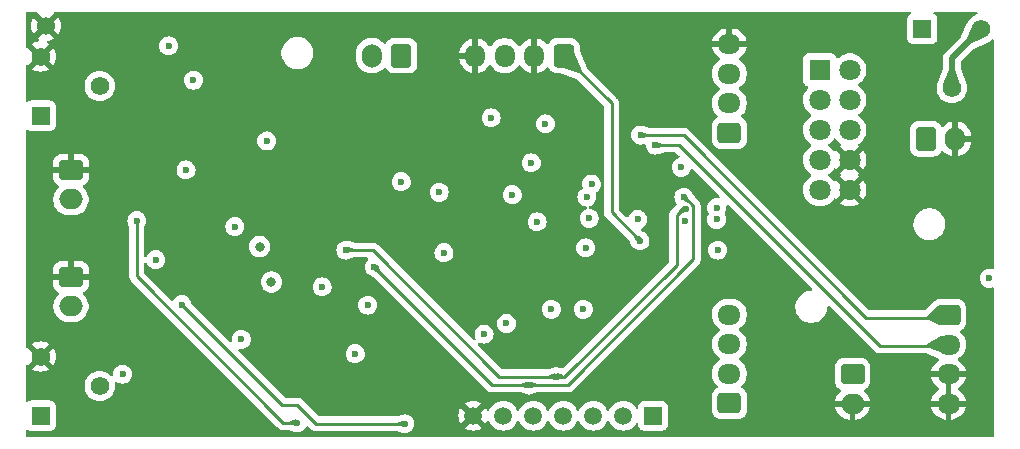
<source format=gbr>
%TF.GenerationSoftware,KiCad,Pcbnew,8.0.6-8.0.6-0~ubuntu24.04.1*%
%TF.CreationDate,2024-10-25T11:14:02+03:00*%
%TF.ProjectId,pss_v2,7073735f-7632-42e6-9b69-6361645f7063,rev?*%
%TF.SameCoordinates,Original*%
%TF.FileFunction,Copper,L3,Inr*%
%TF.FilePolarity,Positive*%
%FSLAX46Y46*%
G04 Gerber Fmt 4.6, Leading zero omitted, Abs format (unit mm)*
G04 Created by KiCad (PCBNEW 8.0.6-8.0.6-0~ubuntu24.04.1) date 2024-10-25 11:14:02*
%MOMM*%
%LPD*%
G01*
G04 APERTURE LIST*
G04 Aperture macros list*
%AMRoundRect*
0 Rectangle with rounded corners*
0 $1 Rounding radius*
0 $2 $3 $4 $5 $6 $7 $8 $9 X,Y pos of 4 corners*
0 Add a 4 corners polygon primitive as box body*
4,1,4,$2,$3,$4,$5,$6,$7,$8,$9,$2,$3,0*
0 Add four circle primitives for the rounded corners*
1,1,$1+$1,$2,$3*
1,1,$1+$1,$4,$5*
1,1,$1+$1,$6,$7*
1,1,$1+$1,$8,$9*
0 Add four rect primitives between the rounded corners*
20,1,$1+$1,$2,$3,$4,$5,0*
20,1,$1+$1,$4,$5,$6,$7,0*
20,1,$1+$1,$6,$7,$8,$9,0*
20,1,$1+$1,$8,$9,$2,$3,0*%
G04 Aperture macros list end*
%TA.AperFunction,ComponentPad*%
%ADD10RoundRect,0.250000X-0.750000X0.600000X-0.750000X-0.600000X0.750000X-0.600000X0.750000X0.600000X0*%
%TD*%
%TA.AperFunction,ComponentPad*%
%ADD11O,2.000000X1.700000*%
%TD*%
%TA.AperFunction,ComponentPad*%
%ADD12O,1.950000X1.700000*%
%TD*%
%TA.AperFunction,ComponentPad*%
%ADD13RoundRect,0.250000X0.725000X-0.600000X0.725000X0.600000X-0.725000X0.600000X-0.725000X-0.600000X0*%
%TD*%
%TA.AperFunction,ComponentPad*%
%ADD14C,1.524000*%
%TD*%
%TA.AperFunction,ComponentPad*%
%ADD15R,1.560000X1.560000*%
%TD*%
%TA.AperFunction,ComponentPad*%
%ADD16C,1.560000*%
%TD*%
%TA.AperFunction,ComponentPad*%
%ADD17RoundRect,0.250000X-0.600000X-0.750000X0.600000X-0.750000X0.600000X0.750000X-0.600000X0.750000X0*%
%TD*%
%TA.AperFunction,ComponentPad*%
%ADD18O,1.700000X2.000000*%
%TD*%
%TA.AperFunction,ComponentPad*%
%ADD19RoundRect,0.250000X-0.725000X0.600000X-0.725000X-0.600000X0.725000X-0.600000X0.725000X0.600000X0*%
%TD*%
%TA.AperFunction,ComponentPad*%
%ADD20R,1.800000X1.800000*%
%TD*%
%TA.AperFunction,ComponentPad*%
%ADD21C,1.800000*%
%TD*%
%TA.AperFunction,ComponentPad*%
%ADD22RoundRect,0.250000X0.600000X0.725000X-0.600000X0.725000X-0.600000X-0.725000X0.600000X-0.725000X0*%
%TD*%
%TA.AperFunction,ComponentPad*%
%ADD23O,1.700000X1.950000*%
%TD*%
%TA.AperFunction,ComponentPad*%
%ADD24RoundRect,0.250000X0.600000X0.750000X-0.600000X0.750000X-0.600000X-0.750000X0.600000X-0.750000X0*%
%TD*%
%TA.AperFunction,ComponentPad*%
%ADD25C,1.500000*%
%TD*%
%TA.AperFunction,ComponentPad*%
%ADD26R,1.500000X1.500000*%
%TD*%
%TA.AperFunction,ViaPad*%
%ADD27C,0.600000*%
%TD*%
%TA.AperFunction,ViaPad*%
%ADD28C,0.800000*%
%TD*%
%TA.AperFunction,Conductor*%
%ADD29C,0.250000*%
%TD*%
%TA.AperFunction,Conductor*%
%ADD30C,0.500000*%
%TD*%
G04 APERTURE END LIST*
D10*
%TO.N,GND*%
%TO.C,J4*%
X42325000Y-41950000D03*
D11*
%TO.N,Net-(J4-Pin_2)*%
X42325000Y-44450000D03*
%TD*%
D10*
%TO.N,/WAKEUP_BUTTON*%
%TO.C,J6*%
X108500000Y-50200000D03*
D11*
%TO.N,GND*%
X108500000Y-52700000D03*
%TD*%
D12*
%TO.N,Net-(J8-Pin_4)*%
%TO.C,J8*%
X98075000Y-45150000D03*
%TO.N,+5VP*%
X98075000Y-47650000D03*
%TO.N,/SCL_5V*%
X98075000Y-50150000D03*
D13*
%TO.N,/SDA_5V*%
X98075000Y-52650000D03*
%TD*%
D14*
%TO.N,GND*%
%TO.C,TP1*%
X40200000Y-20700000D03*
%TD*%
D15*
%TO.N,Net-(D2-common)*%
%TO.C,RAV1*%
X39760000Y-28300000D03*
D16*
X44760000Y-25800000D03*
%TO.N,GND*%
X39760000Y-23300000D03*
%TD*%
D10*
%TO.N,GND*%
%TO.C,J3*%
X42325000Y-32900000D03*
D11*
%TO.N,Net-(J3-Pin_2)*%
X42325000Y-35400000D03*
%TD*%
D17*
%TO.N,/LIGHT_VALUE*%
%TO.C,J9*%
X114700000Y-30275000D03*
D18*
%TO.N,GND*%
X117200000Y-30275000D03*
%TD*%
D19*
%TO.N,/INDOOR_FL*%
%TO.C,J12*%
X116625000Y-45190000D03*
D12*
%TO.N,/OUTDOOR_FL*%
X116625000Y-47690000D03*
%TO.N,GND*%
X116625000Y-50190000D03*
X116625000Y-52690000D03*
%TD*%
D15*
%TO.N,Net-(D3-common)*%
%TO.C,RBV1*%
X39760000Y-53700000D03*
D16*
X44760000Y-51200000D03*
%TO.N,GND*%
X39760000Y-48700000D03*
%TD*%
D13*
%TO.N,/SCL*%
%TO.C,J7*%
X98075000Y-29750000D03*
D12*
%TO.N,/SDA*%
X98075000Y-27250000D03*
%TO.N,+3.3V*%
X98075000Y-24750000D03*
%TO.N,GND*%
X98075000Y-22250000D03*
%TD*%
D20*
%TO.N,/MOSI*%
%TO.C,J5*%
X105730000Y-24420000D03*
D21*
%TO.N,+3.3V*%
X108270000Y-24420000D03*
%TO.N,unconnected-(J5-Pin_3-Pad3)*%
X105730000Y-26960000D03*
%TO.N,/RXD*%
X108270000Y-26960000D03*
%TO.N,/RESET#*%
X105730000Y-29500000D03*
%TO.N,/TXD*%
X108270000Y-29500000D03*
%TO.N,/SCK*%
X105730000Y-32040000D03*
%TO.N,GND*%
X108270000Y-32040000D03*
%TO.N,/MISO*%
X105730000Y-34580000D03*
%TO.N,GND*%
X108270000Y-34580000D03*
%TD*%
D22*
%TO.N,/IS_DOOR_OPENED*%
%TO.C,J13*%
X84049000Y-23225000D03*
D23*
%TO.N,GND*%
X81549000Y-23225000D03*
%TO.N,VCC*%
X79049000Y-23225000D03*
%TO.N,GND*%
X76549000Y-23225000D03*
%TD*%
D24*
%TO.N,Net-(J11-Pin_1)*%
%TO.C,J11*%
X70300000Y-23225000D03*
D18*
%TO.N,VCC*%
X67800000Y-23225000D03*
%TD*%
D15*
%TO.N,+3.3V*%
%TO.C,RV1*%
X114400000Y-20960000D03*
D16*
%TO.N,/LIGHT_VALUE*%
X116900000Y-25960000D03*
X119400000Y-20960000D03*
%TD*%
D25*
%TO.N,GND*%
%TO.C,U2*%
X76380000Y-53717500D03*
%TO.N,+5VP*%
X78920000Y-53717500D03*
%TO.N,/LORA_AUX*%
X81460000Y-53717500D03*
%TO.N,/RXD*%
X84000000Y-53717500D03*
%TO.N,/TXD*%
X86540000Y-53717500D03*
%TO.N,/LORA_M1*%
X89080000Y-53717500D03*
D26*
%TO.N,/LORA_M0*%
X91620000Y-53717500D03*
%TD*%
D27*
%TO.N,+3.3V*%
X79700000Y-35000000D03*
X63600000Y-42800000D03*
X82500000Y-29000000D03*
X120081250Y-42081250D03*
%TO.N,GND*%
X54600000Y-51400000D03*
X88300000Y-38800000D03*
X62000000Y-39100000D03*
X74300000Y-44700000D03*
%TO.N,Net-(U1-XTAL1{slash}PB6)*%
X85900000Y-39500000D03*
%TO.N,Net-(D2-common)*%
X52070000Y-32900000D03*
%TO.N,VAA*%
X49500000Y-40500000D03*
X56200000Y-37700000D03*
%TO.N,/VOFFSET*%
X58900000Y-30450000D03*
X52700000Y-25300000D03*
X46700000Y-50200000D03*
%TO.N,VCC*%
X73500000Y-34800000D03*
X70300000Y-33900000D03*
X73908058Y-39908058D03*
%TO.N,/LIGHT_VALUE*%
X94000000Y-32675000D03*
%TO.N,+5VP*%
X77300000Y-46800000D03*
%TO.N,/IS_DOOR_OPENED*%
X90500000Y-38900000D03*
%TO.N,/INDOOR_FL*%
X90550000Y-29950000D03*
%TO.N,/OUTDOOR_FL*%
X91800000Y-30800000D03*
%TO.N,/RESET#*%
X94300000Y-37200000D03*
%TO.N,Net-(U1-XTAL2{slash}PB7)*%
X86200000Y-37000000D03*
%TO.N,/TXD*%
X97000000Y-37100000D03*
%TO.N,/SCL*%
X65600000Y-39700000D03*
X83400000Y-50412500D03*
X94400000Y-36200000D03*
%TO.N,/SDA*%
X81100000Y-51112500D03*
X94220520Y-35204999D03*
X68000000Y-41100000D03*
%TO.N,Net-(Q1-D)*%
X66400000Y-48462500D03*
X67450000Y-44350000D03*
%TO.N,/IS_USE_PRIMARY*%
X47900000Y-37200000D03*
X61500000Y-54300000D03*
X50600000Y-22400000D03*
D28*
%TO.N,/R_VCC_AS*%
X58300000Y-39400000D03*
X59300000Y-42400000D03*
D27*
%TO.N,/DISPLAY_EN*%
X97087500Y-39700000D03*
X90300000Y-37100000D03*
%TO.N,/+5VP_EN*%
X81800000Y-37300000D03*
%TO.N,/AIR_DRYER_EN*%
X77900000Y-28500000D03*
%TO.N,/IS_RESERVE_OK*%
X51700000Y-44300000D03*
X70600000Y-54400000D03*
%TO.N,/LORA_M1*%
X83000000Y-44700000D03*
%TO.N,/LORA_AUX*%
X79200000Y-45900000D03*
%TO.N,/SCK*%
X86400000Y-34100000D03*
%TO.N,/LORA_M0*%
X85700000Y-44700000D03*
%TO.N,/MISO*%
X86000000Y-35200000D03*
%TO.N,Net-(D3-common)*%
X56750000Y-47250000D03*
%TO.N,/RXD*%
X97000000Y-36100000D03*
%TO.N,/MOSI*%
X81300000Y-32300000D03*
%TD*%
D29*
%TO.N,/IS_USE_PRIMARY*%
X47900000Y-37200000D02*
X47900000Y-41900000D01*
X47900000Y-41900000D02*
X60300000Y-54300000D01*
X60300000Y-54300000D02*
X61500000Y-54300000D01*
D30*
%TO.N,/LIGHT_VALUE*%
X116900000Y-25960000D02*
X116900000Y-23460000D01*
X116900000Y-23460000D02*
X119400000Y-20960000D01*
D29*
%TO.N,/IS_DOOR_OPENED*%
X88100000Y-36500000D02*
X88100000Y-27275000D01*
X90500000Y-38900000D02*
X88100000Y-36500000D01*
X88100000Y-27275000D02*
X84050000Y-23225000D01*
%TO.N,/INDOOR_FL*%
X90550000Y-29950000D02*
X94200000Y-29950000D01*
X94200000Y-29950000D02*
X109650000Y-45400000D01*
X109650000Y-45400000D02*
X116175000Y-45400000D01*
%TO.N,/OUTDOOR_FL*%
X110800000Y-47800000D02*
X116275000Y-47800000D01*
X91800000Y-30800000D02*
X93800000Y-30800000D01*
X93800000Y-30800000D02*
X110800000Y-47800000D01*
%TO.N,/SCL*%
X67875000Y-39675000D02*
X65625000Y-39675000D01*
X83387500Y-50400000D02*
X78600000Y-50400000D01*
X84100000Y-50412500D02*
X83400000Y-50412500D01*
X83400000Y-50412500D02*
X83387500Y-50400000D01*
X93600000Y-36709403D02*
X93600000Y-40912500D01*
X93600000Y-40912500D02*
X84100000Y-50412500D01*
X78600000Y-50400000D02*
X67875000Y-39675000D01*
X65625000Y-39675000D02*
X65600000Y-39700000D01*
X94109403Y-36200000D02*
X93600000Y-36709403D01*
X94400000Y-36200000D02*
X94109403Y-36200000D01*
%TO.N,/SDA*%
X78012500Y-51112500D02*
X81100000Y-51112500D01*
X94288883Y-35204999D02*
X94220520Y-35204999D01*
X95025000Y-40475000D02*
X95025000Y-35941116D01*
X84387500Y-51112500D02*
X95025000Y-40475000D01*
X95025000Y-35941116D02*
X94288883Y-35204999D01*
X81100000Y-51112500D02*
X84387500Y-51112500D01*
X68000000Y-41100000D02*
X78012500Y-51112500D01*
%TO.N,/IS_RESERVE_OK*%
X51700000Y-44300000D02*
X60200000Y-52800000D01*
X63100000Y-54400000D02*
X70600000Y-54400000D01*
X61500000Y-52800000D02*
X63100000Y-54400000D01*
X60200000Y-52800000D02*
X61500000Y-52800000D01*
%TD*%
%TA.AperFunction,Conductor*%
%TO.N,GND*%
G36*
X116875000Y-52285854D02*
G01*
X116808343Y-52247370D01*
X116687535Y-52215000D01*
X116562465Y-52215000D01*
X116441657Y-52247370D01*
X116375000Y-52285854D01*
X116375000Y-50594145D01*
X116441657Y-50632630D01*
X116562465Y-50665000D01*
X116687535Y-50665000D01*
X116808343Y-50632630D01*
X116875000Y-50594145D01*
X116875000Y-52285854D01*
G37*
%TD.AperFunction*%
%TA.AperFunction,Conductor*%
G36*
X107850667Y-32213694D02*
G01*
X107909910Y-32316306D01*
X107993694Y-32400090D01*
X108096306Y-32459333D01*
X108181414Y-32482138D01*
X107471201Y-33192351D01*
X107496633Y-33212145D01*
X107537446Y-33268856D01*
X107541121Y-33338629D01*
X107506490Y-33399312D01*
X107496632Y-33407853D01*
X107471201Y-33427646D01*
X107471200Y-33427647D01*
X108181415Y-34137861D01*
X108096306Y-34160667D01*
X107993694Y-34219910D01*
X107909910Y-34303694D01*
X107850667Y-34406306D01*
X107827861Y-34491415D01*
X107118811Y-33782365D01*
X107104106Y-33804873D01*
X107050959Y-33850230D01*
X106981728Y-33859653D01*
X106918392Y-33830150D01*
X106896489Y-33804873D01*
X106838981Y-33716850D01*
X106838980Y-33716849D01*
X106838979Y-33716847D01*
X106681784Y-33546087D01*
X106504180Y-33407853D01*
X106463368Y-33351143D01*
X106459693Y-33281370D01*
X106494324Y-33220687D01*
X106504181Y-33212146D01*
X106681784Y-33073913D01*
X106838979Y-32903153D01*
X106896490Y-32815124D01*
X106949635Y-32769769D01*
X107018866Y-32760345D01*
X107082202Y-32789846D01*
X107104107Y-32815125D01*
X107118812Y-32837633D01*
X107827861Y-32128584D01*
X107850667Y-32213694D01*
G37*
%TD.AperFunction*%
%TA.AperFunction,Conductor*%
G36*
X107081904Y-30250304D02*
G01*
X107103809Y-30275583D01*
X107161016Y-30363147D01*
X107161019Y-30363151D01*
X107161021Y-30363153D01*
X107318216Y-30533913D01*
X107495819Y-30672146D01*
X107496225Y-30672462D01*
X107537038Y-30729173D01*
X107540713Y-30798946D01*
X107506082Y-30859629D01*
X107496225Y-30868170D01*
X107471201Y-30887646D01*
X107471200Y-30887647D01*
X108181415Y-31597861D01*
X108096306Y-31620667D01*
X107993694Y-31679910D01*
X107909910Y-31763694D01*
X107850667Y-31866306D01*
X107827861Y-31951415D01*
X107118811Y-31242365D01*
X107104106Y-31264873D01*
X107050959Y-31310230D01*
X106981728Y-31319653D01*
X106918392Y-31290150D01*
X106896489Y-31264873D01*
X106838981Y-31176850D01*
X106838980Y-31176849D01*
X106838979Y-31176847D01*
X106681784Y-31006087D01*
X106504180Y-30867853D01*
X106463368Y-30811143D01*
X106459693Y-30741370D01*
X106494324Y-30680687D01*
X106504181Y-30672146D01*
X106681784Y-30533913D01*
X106838979Y-30363153D01*
X106896191Y-30275582D01*
X106949337Y-30230226D01*
X107018568Y-30220802D01*
X107081904Y-30250304D01*
G37*
%TD.AperFunction*%
%TA.AperFunction,Conductor*%
G36*
X113390540Y-19520185D02*
G01*
X113436295Y-19572989D01*
X113446239Y-19642147D01*
X113417214Y-19705703D01*
X113382928Y-19733332D01*
X113377666Y-19736205D01*
X113262455Y-19822452D01*
X113262452Y-19822455D01*
X113176206Y-19937664D01*
X113176202Y-19937671D01*
X113125908Y-20072517D01*
X113119501Y-20132116D01*
X113119501Y-20132123D01*
X113119500Y-20132135D01*
X113119500Y-21787870D01*
X113119501Y-21787876D01*
X113125908Y-21847483D01*
X113176202Y-21982328D01*
X113176206Y-21982335D01*
X113262452Y-22097544D01*
X113262455Y-22097547D01*
X113377664Y-22183793D01*
X113377671Y-22183797D01*
X113512517Y-22234091D01*
X113512516Y-22234091D01*
X113519444Y-22234835D01*
X113572127Y-22240500D01*
X115227872Y-22240499D01*
X115287483Y-22234091D01*
X115422331Y-22183796D01*
X115537546Y-22097546D01*
X115623796Y-21982331D01*
X115674091Y-21847483D01*
X115680500Y-21787873D01*
X115680499Y-20132128D01*
X115674091Y-20072517D01*
X115671880Y-20066590D01*
X115623797Y-19937671D01*
X115623793Y-19937664D01*
X115537547Y-19822455D01*
X115537544Y-19822452D01*
X115422333Y-19736205D01*
X115417072Y-19733332D01*
X115367667Y-19683927D01*
X115352815Y-19615654D01*
X115377232Y-19550190D01*
X115433165Y-19508318D01*
X115476499Y-19500500D01*
X118957583Y-19500500D01*
X119024622Y-19520185D01*
X119070377Y-19572989D01*
X119080321Y-19642147D01*
X119051296Y-19705703D01*
X118992518Y-19743477D01*
X118989677Y-19744275D01*
X118960375Y-19752126D01*
X118960368Y-19752129D01*
X118757306Y-19846818D01*
X118757304Y-19846819D01*
X118573764Y-19975334D01*
X118415333Y-20133765D01*
X118286820Y-20317302D01*
X118235092Y-20428231D01*
X118227034Y-20442852D01*
X118214852Y-20461811D01*
X117701542Y-21586027D01*
X117676425Y-21622205D01*
X116317047Y-22981584D01*
X116317043Y-22981589D01*
X116271002Y-23050498D01*
X116271001Y-23050500D01*
X116266189Y-23057702D01*
X116234916Y-23104504D01*
X116234912Y-23104511D01*
X116178343Y-23241082D01*
X116178340Y-23241092D01*
X116149500Y-23386079D01*
X116149500Y-24272996D01*
X116141679Y-24316338D01*
X115709698Y-25474258D01*
X115703163Y-25494467D01*
X115697564Y-25508711D01*
X115692128Y-25520369D01*
X115634137Y-25736792D01*
X115634136Y-25736799D01*
X115614609Y-25959998D01*
X115614609Y-25960001D01*
X115634136Y-26183200D01*
X115634137Y-26183208D01*
X115692126Y-26399625D01*
X115692127Y-26399627D01*
X115692128Y-26399630D01*
X115712210Y-26442696D01*
X115786819Y-26602696D01*
X115786821Y-26602700D01*
X115915181Y-26786016D01*
X115915333Y-26786233D01*
X116073767Y-26944667D01*
X116073769Y-26944668D01*
X116073771Y-26944670D01*
X116257299Y-27073178D01*
X116257301Y-27073179D01*
X116257304Y-27073181D01*
X116460370Y-27167872D01*
X116676794Y-27225863D01*
X116836226Y-27239811D01*
X116899998Y-27245391D01*
X116900000Y-27245391D01*
X116900002Y-27245391D01*
X116955801Y-27240509D01*
X117123206Y-27225863D01*
X117339630Y-27167872D01*
X117542696Y-27073181D01*
X117726233Y-26944667D01*
X117884667Y-26786233D01*
X118013181Y-26602696D01*
X118107872Y-26399630D01*
X118165863Y-26183206D01*
X118185391Y-25960000D01*
X118182423Y-25926081D01*
X118173186Y-25820499D01*
X118165863Y-25736794D01*
X118107872Y-25520370D01*
X118099582Y-25502594D01*
X118090799Y-25476550D01*
X118090299Y-25474250D01*
X117658321Y-24316338D01*
X117650500Y-24272996D01*
X117650500Y-23822229D01*
X117670185Y-23755190D01*
X117686814Y-23734552D01*
X118737798Y-22683568D01*
X118773970Y-22658455D01*
X119898192Y-22145144D01*
X119938122Y-22124725D01*
X119938126Y-22124721D01*
X119943027Y-22121607D01*
X119943237Y-22121937D01*
X119959718Y-22111874D01*
X119990444Y-22097546D01*
X120042696Y-22073181D01*
X120226233Y-21944667D01*
X120287819Y-21883081D01*
X120349142Y-21849596D01*
X120418834Y-21854580D01*
X120474767Y-21896452D01*
X120499184Y-21961916D01*
X120499500Y-21970762D01*
X120499500Y-41204747D01*
X120479815Y-41271786D01*
X120427011Y-41317541D01*
X120357853Y-41327485D01*
X120334546Y-41321789D01*
X120260507Y-41295882D01*
X120260499Y-41295880D01*
X120081254Y-41275685D01*
X120081246Y-41275685D01*
X119902000Y-41295880D01*
X119901995Y-41295881D01*
X119731726Y-41355461D01*
X119578987Y-41451434D01*
X119451434Y-41578987D01*
X119355461Y-41731726D01*
X119295881Y-41901995D01*
X119295880Y-41902000D01*
X119275685Y-42081246D01*
X119275685Y-42081253D01*
X119295880Y-42260499D01*
X119295881Y-42260504D01*
X119355461Y-42430773D01*
X119367843Y-42450478D01*
X119451434Y-42583512D01*
X119578988Y-42711066D01*
X119663000Y-42763854D01*
X119720525Y-42800000D01*
X119731728Y-42807039D01*
X119827957Y-42840711D01*
X119901995Y-42866618D01*
X119902000Y-42866619D01*
X120081246Y-42886815D01*
X120081250Y-42886815D01*
X120081254Y-42886815D01*
X120260499Y-42866619D01*
X120260501Y-42866618D01*
X120260505Y-42866618D01*
X120260508Y-42866616D01*
X120260512Y-42866616D01*
X120334545Y-42840711D01*
X120404324Y-42837149D01*
X120464951Y-42871877D01*
X120497179Y-42933871D01*
X120499500Y-42957752D01*
X120499500Y-55375500D01*
X120479815Y-55442539D01*
X120427011Y-55488294D01*
X120375500Y-55499500D01*
X38624500Y-55499500D01*
X38557461Y-55479815D01*
X38511706Y-55427011D01*
X38500500Y-55375500D01*
X38500500Y-54993973D01*
X38520185Y-54926934D01*
X38572989Y-54881179D01*
X38642147Y-54871235D01*
X38698810Y-54894706D01*
X38737665Y-54923793D01*
X38737668Y-54923795D01*
X38737671Y-54923797D01*
X38872517Y-54974091D01*
X38872516Y-54974091D01*
X38879444Y-54974835D01*
X38932127Y-54980500D01*
X40587872Y-54980499D01*
X40647483Y-54974091D01*
X40782331Y-54923796D01*
X40897546Y-54837546D01*
X40983796Y-54722331D01*
X41034091Y-54587483D01*
X41040500Y-54527873D01*
X41040499Y-52872128D01*
X41034091Y-52812517D01*
X41016676Y-52765826D01*
X40983797Y-52677671D01*
X40983793Y-52677664D01*
X40897547Y-52562455D01*
X40897544Y-52562452D01*
X40782335Y-52476206D01*
X40782328Y-52476202D01*
X40647482Y-52425908D01*
X40647483Y-52425908D01*
X40587883Y-52419501D01*
X40587881Y-52419500D01*
X40587873Y-52419500D01*
X40587864Y-52419500D01*
X38932129Y-52419500D01*
X38932123Y-52419501D01*
X38872516Y-52425908D01*
X38737671Y-52476202D01*
X38737668Y-52476204D01*
X38698811Y-52505293D01*
X38633347Y-52529710D01*
X38565074Y-52514858D01*
X38515668Y-52465453D01*
X38500500Y-52406026D01*
X38500500Y-51199998D01*
X43474609Y-51199998D01*
X43474609Y-51200001D01*
X43494136Y-51423200D01*
X43494137Y-51423208D01*
X43552126Y-51639625D01*
X43552127Y-51639627D01*
X43552128Y-51639630D01*
X43636485Y-51820535D01*
X43646819Y-51842696D01*
X43646821Y-51842700D01*
X43756963Y-51999998D01*
X43775333Y-52026233D01*
X43933767Y-52184667D01*
X43933769Y-52184668D01*
X43933771Y-52184670D01*
X44117299Y-52313178D01*
X44117301Y-52313179D01*
X44117304Y-52313181D01*
X44320370Y-52407872D01*
X44536794Y-52465863D01*
X44696226Y-52479811D01*
X44759998Y-52485391D01*
X44760000Y-52485391D01*
X44760002Y-52485391D01*
X44815801Y-52480509D01*
X44983206Y-52465863D01*
X45199630Y-52407872D01*
X45402696Y-52313181D01*
X45586233Y-52184667D01*
X45744667Y-52026233D01*
X45873181Y-51842696D01*
X45967872Y-51639630D01*
X46025863Y-51423206D01*
X46045391Y-51200000D01*
X46025863Y-50976794D01*
X46025485Y-50975383D01*
X46025500Y-50974740D01*
X46024922Y-50971460D01*
X46025581Y-50971343D01*
X46027145Y-50905536D01*
X46066306Y-50847672D01*
X46130533Y-50820166D01*
X46199436Y-50831749D01*
X46211227Y-50838292D01*
X46242300Y-50857816D01*
X46318245Y-50905536D01*
X46350478Y-50925789D01*
X46480664Y-50971343D01*
X46520745Y-50985368D01*
X46520750Y-50985369D01*
X46699996Y-51005565D01*
X46700000Y-51005565D01*
X46700004Y-51005565D01*
X46879249Y-50985369D01*
X46879252Y-50985368D01*
X46879255Y-50985368D01*
X47049522Y-50925789D01*
X47202262Y-50829816D01*
X47329816Y-50702262D01*
X47425789Y-50549522D01*
X47485368Y-50379255D01*
X47485369Y-50379249D01*
X47505565Y-50200003D01*
X47505565Y-50199996D01*
X47485369Y-50020750D01*
X47485368Y-50020745D01*
X47457114Y-49940000D01*
X47425789Y-49850478D01*
X47415284Y-49833760D01*
X47340662Y-49715000D01*
X47329816Y-49697738D01*
X47202262Y-49570184D01*
X47170125Y-49549991D01*
X47049523Y-49474211D01*
X46879254Y-49414631D01*
X46879249Y-49414630D01*
X46700004Y-49394435D01*
X46699996Y-49394435D01*
X46520750Y-49414630D01*
X46520745Y-49414631D01*
X46350476Y-49474211D01*
X46197737Y-49570184D01*
X46070184Y-49697737D01*
X45974211Y-49850476D01*
X45914631Y-50020745D01*
X45914630Y-50020750D01*
X45894435Y-50199996D01*
X45894435Y-50200003D01*
X45895840Y-50212474D01*
X45883785Y-50281296D01*
X45836436Y-50332675D01*
X45768826Y-50350299D01*
X45702420Y-50328572D01*
X45684939Y-50314039D01*
X45652196Y-50281296D01*
X45586233Y-50215333D01*
X45586229Y-50215330D01*
X45586228Y-50215329D01*
X45402700Y-50086821D01*
X45402696Y-50086819D01*
X45402694Y-50086818D01*
X45199630Y-49992128D01*
X45199627Y-49992127D01*
X45199625Y-49992126D01*
X44983208Y-49934137D01*
X44983200Y-49934136D01*
X44760002Y-49914609D01*
X44759998Y-49914609D01*
X44536799Y-49934136D01*
X44536791Y-49934137D01*
X44320374Y-49992126D01*
X44320368Y-49992129D01*
X44117306Y-50086818D01*
X44117304Y-50086819D01*
X43933764Y-50215334D01*
X43775334Y-50373764D01*
X43646819Y-50557304D01*
X43646818Y-50557306D01*
X43552129Y-50760368D01*
X43552126Y-50760374D01*
X43494137Y-50976791D01*
X43494136Y-50976799D01*
X43474609Y-51199998D01*
X38500500Y-51199998D01*
X38500500Y-49526139D01*
X38520185Y-49459100D01*
X38572989Y-49413345D01*
X38642147Y-49403401D01*
X38650430Y-49407184D01*
X38695334Y-49411112D01*
X39277037Y-48829409D01*
X39294075Y-48892993D01*
X39359901Y-49007007D01*
X39452993Y-49100099D01*
X39567007Y-49165925D01*
X39630590Y-49182962D01*
X39048886Y-49764664D01*
X39117555Y-49812746D01*
X39320540Y-49907399D01*
X39320549Y-49907403D01*
X39536875Y-49965367D01*
X39536886Y-49965369D01*
X39759998Y-49984889D01*
X39760002Y-49984889D01*
X39983113Y-49965369D01*
X39983124Y-49965367D01*
X40199450Y-49907403D01*
X40199459Y-49907399D01*
X40402445Y-49812746D01*
X40402451Y-49812742D01*
X40471112Y-49764665D01*
X39889409Y-49182962D01*
X39952993Y-49165925D01*
X40067007Y-49100099D01*
X40160099Y-49007007D01*
X40225925Y-48892993D01*
X40242962Y-48829409D01*
X40824665Y-49411112D01*
X40872742Y-49342451D01*
X40872746Y-49342445D01*
X40967399Y-49139459D01*
X40967403Y-49139450D01*
X41025367Y-48923124D01*
X41025369Y-48923113D01*
X41044889Y-48700002D01*
X41044889Y-48699997D01*
X41025369Y-48476886D01*
X41025367Y-48476875D01*
X40967403Y-48260549D01*
X40967399Y-48260540D01*
X40872747Y-48057557D01*
X40872746Y-48057555D01*
X40824664Y-47988887D01*
X40824664Y-47988886D01*
X40242962Y-48570589D01*
X40225925Y-48507007D01*
X40160099Y-48392993D01*
X40067007Y-48299901D01*
X39952993Y-48234075D01*
X39889410Y-48217037D01*
X40471112Y-47635334D01*
X40471112Y-47635333D01*
X40402445Y-47587253D01*
X40402443Y-47587252D01*
X40199459Y-47492600D01*
X40199450Y-47492596D01*
X39983124Y-47434632D01*
X39983113Y-47434630D01*
X39760002Y-47415111D01*
X39759998Y-47415111D01*
X39536886Y-47434630D01*
X39536875Y-47434632D01*
X39320549Y-47492596D01*
X39320540Y-47492600D01*
X39117556Y-47587253D01*
X39048887Y-47635334D01*
X39630590Y-48217037D01*
X39567007Y-48234075D01*
X39452993Y-48299901D01*
X39359901Y-48392993D01*
X39294075Y-48507007D01*
X39277037Y-48570590D01*
X38695333Y-47988886D01*
X38637731Y-47993927D01*
X38637572Y-47992118D01*
X38601993Y-47995799D01*
X38539640Y-47964273D01*
X38504229Y-47904042D01*
X38500500Y-47873859D01*
X38500500Y-44343713D01*
X40824500Y-44343713D01*
X40824500Y-44556286D01*
X40853859Y-44741656D01*
X40857754Y-44766243D01*
X40885703Y-44852262D01*
X40923444Y-44968414D01*
X41019951Y-45157820D01*
X41144890Y-45329786D01*
X41295213Y-45480109D01*
X41467179Y-45605048D01*
X41467181Y-45605049D01*
X41467184Y-45605051D01*
X41656588Y-45701557D01*
X41858757Y-45767246D01*
X42068713Y-45800500D01*
X42068714Y-45800500D01*
X42581286Y-45800500D01*
X42581287Y-45800500D01*
X42791243Y-45767246D01*
X42993412Y-45701557D01*
X43182816Y-45605051D01*
X43285966Y-45530109D01*
X43354786Y-45480109D01*
X43354788Y-45480106D01*
X43354792Y-45480104D01*
X43505104Y-45329792D01*
X43505106Y-45329788D01*
X43505109Y-45329786D01*
X43630048Y-45157820D01*
X43630047Y-45157820D01*
X43630051Y-45157816D01*
X43726557Y-44968412D01*
X43792246Y-44766243D01*
X43825500Y-44556287D01*
X43825500Y-44343713D01*
X43792246Y-44133757D01*
X43726557Y-43931588D01*
X43630051Y-43742184D01*
X43630049Y-43742181D01*
X43630048Y-43742179D01*
X43505109Y-43570213D01*
X43365931Y-43431035D01*
X43332446Y-43369712D01*
X43337430Y-43300020D01*
X43379302Y-43244087D01*
X43388516Y-43237815D01*
X43543343Y-43142317D01*
X43667315Y-43018345D01*
X43759356Y-42869124D01*
X43759358Y-42869119D01*
X43814505Y-42702697D01*
X43814506Y-42702690D01*
X43824999Y-42599986D01*
X43825000Y-42599973D01*
X43825000Y-42200000D01*
X42758012Y-42200000D01*
X42790925Y-42142993D01*
X42825000Y-42015826D01*
X42825000Y-41884174D01*
X42790925Y-41757007D01*
X42758012Y-41700000D01*
X43824999Y-41700000D01*
X43824999Y-41300028D01*
X43824998Y-41300013D01*
X43814505Y-41197302D01*
X43759358Y-41030880D01*
X43759356Y-41030875D01*
X43667315Y-40881654D01*
X43543345Y-40757684D01*
X43394124Y-40665643D01*
X43394119Y-40665641D01*
X43227697Y-40610494D01*
X43227690Y-40610493D01*
X43124986Y-40600000D01*
X42575000Y-40600000D01*
X42575000Y-41516988D01*
X42517993Y-41484075D01*
X42390826Y-41450000D01*
X42259174Y-41450000D01*
X42132007Y-41484075D01*
X42075000Y-41516988D01*
X42075000Y-40600000D01*
X41525028Y-40600000D01*
X41525012Y-40600001D01*
X41422302Y-40610494D01*
X41255880Y-40665641D01*
X41255875Y-40665643D01*
X41106654Y-40757684D01*
X40982684Y-40881654D01*
X40890643Y-41030875D01*
X40890641Y-41030880D01*
X40835494Y-41197302D01*
X40835493Y-41197309D01*
X40825000Y-41300013D01*
X40825000Y-41700000D01*
X41891988Y-41700000D01*
X41859075Y-41757007D01*
X41825000Y-41884174D01*
X41825000Y-42015826D01*
X41859075Y-42142993D01*
X41891988Y-42200000D01*
X40825001Y-42200000D01*
X40825001Y-42599986D01*
X40835494Y-42702697D01*
X40890641Y-42869119D01*
X40890643Y-42869124D01*
X40982684Y-43018345D01*
X41106654Y-43142315D01*
X41261484Y-43237815D01*
X41308208Y-43289763D01*
X41319431Y-43358726D01*
X41291587Y-43422808D01*
X41284069Y-43431035D01*
X41144889Y-43570215D01*
X41019951Y-43742179D01*
X40923444Y-43931585D01*
X40857753Y-44133760D01*
X40824500Y-44343713D01*
X38500500Y-44343713D01*
X38500500Y-37199996D01*
X47094435Y-37199996D01*
X47094435Y-37200003D01*
X47114630Y-37379249D01*
X47114631Y-37379254D01*
X47174211Y-37549524D01*
X47255493Y-37678881D01*
X47274500Y-37744854D01*
X47274500Y-41961609D01*
X47285047Y-42014632D01*
X47292130Y-42050243D01*
X47296391Y-42071665D01*
X47298536Y-42082448D01*
X47345688Y-42196286D01*
X47345690Y-42196290D01*
X47373607Y-42238069D01*
X47373608Y-42238070D01*
X47414141Y-42298732D01*
X47414144Y-42298736D01*
X47505586Y-42390178D01*
X47505608Y-42390198D01*
X59811016Y-54695606D01*
X59811045Y-54695637D01*
X59901263Y-54785855D01*
X59901267Y-54785858D01*
X60003707Y-54854307D01*
X60003713Y-54854310D01*
X60003714Y-54854311D01*
X60117548Y-54901463D01*
X60147215Y-54907363D01*
X60173980Y-54912688D01*
X60174000Y-54912691D01*
X60174022Y-54912696D01*
X60238391Y-54925499D01*
X60238392Y-54925500D01*
X60238393Y-54925500D01*
X60238394Y-54925500D01*
X60787664Y-54925500D01*
X60824769Y-54931181D01*
X61223745Y-55056306D01*
X61253525Y-55064654D01*
X61253532Y-55064654D01*
X61258812Y-55065652D01*
X61258704Y-55066222D01*
X61278681Y-55070649D01*
X61320745Y-55085368D01*
X61356596Y-55089407D01*
X61499996Y-55105565D01*
X61500000Y-55105565D01*
X61500004Y-55105565D01*
X61679249Y-55085369D01*
X61679252Y-55085368D01*
X61679255Y-55085368D01*
X61849522Y-55025789D01*
X62002262Y-54929816D01*
X62129816Y-54802262D01*
X62225789Y-54649522D01*
X62225790Y-54649520D01*
X62227692Y-54645571D01*
X62274512Y-54593709D01*
X62341938Y-54575394D01*
X62408563Y-54596439D01*
X62427095Y-54611687D01*
X62701263Y-54885855D01*
X62701267Y-54885858D01*
X62803710Y-54954309D01*
X62803711Y-54954309D01*
X62803715Y-54954312D01*
X62866937Y-54980499D01*
X62917548Y-55001463D01*
X62937597Y-55005451D01*
X62971196Y-55012134D01*
X63038392Y-55025501D01*
X63038394Y-55025501D01*
X63167721Y-55025501D01*
X63167741Y-55025500D01*
X69887664Y-55025500D01*
X69924769Y-55031181D01*
X70323745Y-55156306D01*
X70353525Y-55164654D01*
X70353532Y-55164654D01*
X70358812Y-55165652D01*
X70358704Y-55166222D01*
X70378681Y-55170649D01*
X70420745Y-55185368D01*
X70456596Y-55189407D01*
X70599996Y-55205565D01*
X70600000Y-55205565D01*
X70600004Y-55205565D01*
X70779249Y-55185369D01*
X70779252Y-55185368D01*
X70779255Y-55185368D01*
X70949522Y-55125789D01*
X71102262Y-55029816D01*
X71229816Y-54902262D01*
X71325789Y-54749522D01*
X71385368Y-54579255D01*
X71385803Y-54575394D01*
X71405565Y-54400003D01*
X71405565Y-54399996D01*
X71385369Y-54220750D01*
X71385368Y-54220745D01*
X71349241Y-54117500D01*
X71325789Y-54050478D01*
X71317338Y-54037029D01*
X71253477Y-53935394D01*
X71229816Y-53897738D01*
X71102262Y-53770184D01*
X71100088Y-53768818D01*
X71018415Y-53717499D01*
X75125225Y-53717499D01*
X75125225Y-53717500D01*
X75144287Y-53935384D01*
X75144289Y-53935394D01*
X75200894Y-54146650D01*
X75200898Y-54146659D01*
X75293333Y-54344887D01*
X75336874Y-54407071D01*
X75980000Y-53763945D01*
X75980000Y-53770161D01*
X76007259Y-53871894D01*
X76059920Y-53963106D01*
X76134394Y-54037580D01*
X76225606Y-54090241D01*
X76327339Y-54117500D01*
X76333553Y-54117500D01*
X75690427Y-54760624D01*
X75752612Y-54804166D01*
X75950840Y-54896601D01*
X75950849Y-54896605D01*
X76162105Y-54953210D01*
X76162115Y-54953212D01*
X76379999Y-54972275D01*
X76380001Y-54972275D01*
X76597884Y-54953212D01*
X76597894Y-54953210D01*
X76809150Y-54896605D01*
X76809164Y-54896600D01*
X77007383Y-54804169D01*
X77007385Y-54804168D01*
X77069571Y-54760624D01*
X76426448Y-54117500D01*
X76432661Y-54117500D01*
X76534394Y-54090241D01*
X76625606Y-54037580D01*
X76700080Y-53963106D01*
X76752741Y-53871894D01*
X76780000Y-53770161D01*
X76780000Y-53763946D01*
X77423124Y-54407070D01*
X77466666Y-54344888D01*
X77537340Y-54193325D01*
X77583512Y-54140886D01*
X77650706Y-54121733D01*
X77717587Y-54141948D01*
X77762105Y-54193324D01*
X77832897Y-54345138D01*
X77857998Y-54380986D01*
X77958402Y-54524377D01*
X78113123Y-54679098D01*
X78292361Y-54804602D01*
X78490670Y-54897075D01*
X78702023Y-54953707D01*
X78884926Y-54969708D01*
X78919998Y-54972777D01*
X78920000Y-54972777D01*
X78920002Y-54972777D01*
X78948254Y-54970305D01*
X79137977Y-54953707D01*
X79349330Y-54897075D01*
X79547639Y-54804602D01*
X79726877Y-54679098D01*
X79881598Y-54524377D01*
X80007102Y-54345139D01*
X80077618Y-54193914D01*
X80123790Y-54141477D01*
X80190984Y-54122325D01*
X80257865Y-54142541D01*
X80302381Y-54193914D01*
X80372898Y-54345139D01*
X80498402Y-54524377D01*
X80653123Y-54679098D01*
X80832361Y-54804602D01*
X81030670Y-54897075D01*
X81242023Y-54953707D01*
X81424926Y-54969708D01*
X81459998Y-54972777D01*
X81460000Y-54972777D01*
X81460002Y-54972777D01*
X81488254Y-54970305D01*
X81677977Y-54953707D01*
X81889330Y-54897075D01*
X82087639Y-54804602D01*
X82266877Y-54679098D01*
X82421598Y-54524377D01*
X82547102Y-54345139D01*
X82617618Y-54193914D01*
X82663790Y-54141477D01*
X82730984Y-54122325D01*
X82797865Y-54142541D01*
X82842381Y-54193914D01*
X82912898Y-54345139D01*
X83038402Y-54524377D01*
X83193123Y-54679098D01*
X83372361Y-54804602D01*
X83570670Y-54897075D01*
X83782023Y-54953707D01*
X83964926Y-54969708D01*
X83999998Y-54972777D01*
X84000000Y-54972777D01*
X84000002Y-54972777D01*
X84028254Y-54970305D01*
X84217977Y-54953707D01*
X84429330Y-54897075D01*
X84627639Y-54804602D01*
X84806877Y-54679098D01*
X84961598Y-54524377D01*
X85087102Y-54345139D01*
X85157618Y-54193914D01*
X85203790Y-54141477D01*
X85270984Y-54122325D01*
X85337865Y-54142541D01*
X85382381Y-54193914D01*
X85452898Y-54345139D01*
X85578402Y-54524377D01*
X85733123Y-54679098D01*
X85912361Y-54804602D01*
X86110670Y-54897075D01*
X86322023Y-54953707D01*
X86504926Y-54969708D01*
X86539998Y-54972777D01*
X86540000Y-54972777D01*
X86540002Y-54972777D01*
X86568254Y-54970305D01*
X86757977Y-54953707D01*
X86969330Y-54897075D01*
X87167639Y-54804602D01*
X87346877Y-54679098D01*
X87501598Y-54524377D01*
X87627102Y-54345139D01*
X87697618Y-54193914D01*
X87743790Y-54141477D01*
X87810984Y-54122325D01*
X87877865Y-54142541D01*
X87922381Y-54193914D01*
X87992898Y-54345139D01*
X88118402Y-54524377D01*
X88273123Y-54679098D01*
X88452361Y-54804602D01*
X88650670Y-54897075D01*
X88862023Y-54953707D01*
X89044926Y-54969708D01*
X89079998Y-54972777D01*
X89080000Y-54972777D01*
X89080002Y-54972777D01*
X89108254Y-54970305D01*
X89297977Y-54953707D01*
X89509330Y-54897075D01*
X89707639Y-54804602D01*
X89886877Y-54679098D01*
X90041598Y-54524377D01*
X90143928Y-54378234D01*
X90198502Y-54334612D01*
X90268000Y-54327418D01*
X90330355Y-54358941D01*
X90365769Y-54419170D01*
X90369500Y-54449358D01*
X90369500Y-54515369D01*
X90369501Y-54515376D01*
X90375908Y-54574983D01*
X90426202Y-54709828D01*
X90426206Y-54709835D01*
X90512452Y-54825044D01*
X90512455Y-54825047D01*
X90627664Y-54911293D01*
X90627671Y-54911297D01*
X90762517Y-54961591D01*
X90762516Y-54961591D01*
X90769444Y-54962335D01*
X90822127Y-54968000D01*
X92417872Y-54967999D01*
X92477483Y-54961591D01*
X92612331Y-54911296D01*
X92727546Y-54825046D01*
X92813796Y-54709831D01*
X92864091Y-54574983D01*
X92870500Y-54515373D01*
X92870499Y-52919628D01*
X92864091Y-52860017D01*
X92846374Y-52812516D01*
X92813797Y-52725171D01*
X92813793Y-52725164D01*
X92727547Y-52609955D01*
X92727544Y-52609952D01*
X92612335Y-52523706D01*
X92612328Y-52523702D01*
X92477482Y-52473408D01*
X92477483Y-52473408D01*
X92417883Y-52467001D01*
X92417881Y-52467000D01*
X92417873Y-52467000D01*
X92417864Y-52467000D01*
X90822129Y-52467000D01*
X90822123Y-52467001D01*
X90762516Y-52473408D01*
X90627671Y-52523702D01*
X90627664Y-52523706D01*
X90512455Y-52609952D01*
X90512452Y-52609955D01*
X90426206Y-52725164D01*
X90426202Y-52725171D01*
X90375908Y-52860017D01*
X90370468Y-52910621D01*
X90369501Y-52919623D01*
X90369500Y-52919635D01*
X90369500Y-52985638D01*
X90349815Y-53052677D01*
X90297011Y-53098432D01*
X90227853Y-53108376D01*
X90164297Y-53079351D01*
X90143925Y-53056761D01*
X90041599Y-52910624D01*
X89990991Y-52860016D01*
X89886877Y-52755902D01*
X89713032Y-52634174D01*
X89707638Y-52630397D01*
X89608484Y-52584161D01*
X89509330Y-52537925D01*
X89509326Y-52537924D01*
X89509322Y-52537922D01*
X89297977Y-52481293D01*
X89080002Y-52462223D01*
X89079998Y-52462223D01*
X88952151Y-52473408D01*
X88862023Y-52481293D01*
X88862020Y-52481293D01*
X88650677Y-52537922D01*
X88650668Y-52537926D01*
X88452361Y-52630398D01*
X88452357Y-52630400D01*
X88273121Y-52755902D01*
X88118402Y-52910621D01*
X87992900Y-53089857D01*
X87992898Y-53089861D01*
X87922382Y-53241083D01*
X87876209Y-53293522D01*
X87809016Y-53312674D01*
X87742135Y-53292458D01*
X87697618Y-53241083D01*
X87662571Y-53165925D01*
X87627102Y-53089862D01*
X87627099Y-53089858D01*
X87627099Y-53089857D01*
X87501599Y-52910624D01*
X87450991Y-52860016D01*
X87346877Y-52755902D01*
X87173032Y-52634174D01*
X87167638Y-52630397D01*
X87068484Y-52584161D01*
X86969330Y-52537925D01*
X86969326Y-52537924D01*
X86969322Y-52537922D01*
X86757977Y-52481293D01*
X86540002Y-52462223D01*
X86539998Y-52462223D01*
X86412151Y-52473408D01*
X86322023Y-52481293D01*
X86322020Y-52481293D01*
X86110677Y-52537922D01*
X86110668Y-52537926D01*
X85912361Y-52630398D01*
X85912357Y-52630400D01*
X85733121Y-52755902D01*
X85578402Y-52910621D01*
X85452900Y-53089857D01*
X85452898Y-53089861D01*
X85382382Y-53241083D01*
X85336209Y-53293522D01*
X85269016Y-53312674D01*
X85202135Y-53292458D01*
X85157618Y-53241083D01*
X85122571Y-53165925D01*
X85087102Y-53089862D01*
X85087099Y-53089858D01*
X85087099Y-53089857D01*
X84961599Y-52910624D01*
X84910991Y-52860016D01*
X84806877Y-52755902D01*
X84633032Y-52634174D01*
X84627638Y-52630397D01*
X84528484Y-52584161D01*
X84429330Y-52537925D01*
X84429326Y-52537924D01*
X84429322Y-52537922D01*
X84217977Y-52481293D01*
X84000002Y-52462223D01*
X83999998Y-52462223D01*
X83872151Y-52473408D01*
X83782023Y-52481293D01*
X83782020Y-52481293D01*
X83570677Y-52537922D01*
X83570668Y-52537926D01*
X83372361Y-52630398D01*
X83372357Y-52630400D01*
X83193121Y-52755902D01*
X83038402Y-52910621D01*
X82912900Y-53089857D01*
X82912898Y-53089861D01*
X82842382Y-53241083D01*
X82796209Y-53293522D01*
X82729016Y-53312674D01*
X82662135Y-53292458D01*
X82617618Y-53241083D01*
X82582571Y-53165925D01*
X82547102Y-53089862D01*
X82547099Y-53089858D01*
X82547099Y-53089857D01*
X82421599Y-52910624D01*
X82370991Y-52860016D01*
X82266877Y-52755902D01*
X82093032Y-52634174D01*
X82087638Y-52630397D01*
X81988484Y-52584161D01*
X81889330Y-52537925D01*
X81889326Y-52537924D01*
X81889322Y-52537922D01*
X81677977Y-52481293D01*
X81460002Y-52462223D01*
X81459998Y-52462223D01*
X81332151Y-52473408D01*
X81242023Y-52481293D01*
X81242020Y-52481293D01*
X81030677Y-52537922D01*
X81030668Y-52537926D01*
X80832361Y-52630398D01*
X80832357Y-52630400D01*
X80653121Y-52755902D01*
X80498402Y-52910621D01*
X80372900Y-53089857D01*
X80372898Y-53089861D01*
X80302382Y-53241083D01*
X80256209Y-53293522D01*
X80189016Y-53312674D01*
X80122135Y-53292458D01*
X80077618Y-53241083D01*
X80042571Y-53165925D01*
X80007102Y-53089862D01*
X80007099Y-53089858D01*
X80007099Y-53089857D01*
X79881599Y-52910624D01*
X79830991Y-52860016D01*
X79726877Y-52755902D01*
X79553032Y-52634174D01*
X79547638Y-52630397D01*
X79448484Y-52584161D01*
X79349330Y-52537925D01*
X79349326Y-52537924D01*
X79349322Y-52537922D01*
X79137977Y-52481293D01*
X78920002Y-52462223D01*
X78919998Y-52462223D01*
X78792151Y-52473408D01*
X78702023Y-52481293D01*
X78702020Y-52481293D01*
X78490677Y-52537922D01*
X78490668Y-52537926D01*
X78292361Y-52630398D01*
X78292357Y-52630400D01*
X78113121Y-52755902D01*
X77958402Y-52910621D01*
X77832900Y-53089857D01*
X77832900Y-53089858D01*
X77832898Y-53089861D01*
X77832898Y-53089862D01*
X77828902Y-53098432D01*
X77762105Y-53241676D01*
X77715932Y-53294115D01*
X77648738Y-53313266D01*
X77581857Y-53293050D01*
X77537341Y-53241675D01*
X77466667Y-53090114D01*
X77466666Y-53090112D01*
X77423124Y-53027928D01*
X77423124Y-53027927D01*
X76780000Y-53671051D01*
X76780000Y-53664839D01*
X76752741Y-53563106D01*
X76700080Y-53471894D01*
X76625606Y-53397420D01*
X76534394Y-53344759D01*
X76432661Y-53317500D01*
X76426447Y-53317500D01*
X77069571Y-52674374D01*
X77007387Y-52630833D01*
X76809159Y-52538398D01*
X76809150Y-52538394D01*
X76597894Y-52481789D01*
X76597884Y-52481787D01*
X76380001Y-52462725D01*
X76379999Y-52462725D01*
X76162115Y-52481787D01*
X76162105Y-52481789D01*
X75950849Y-52538394D01*
X75950840Y-52538398D01*
X75752613Y-52630833D01*
X75690428Y-52674374D01*
X76333554Y-53317500D01*
X76327339Y-53317500D01*
X76225606Y-53344759D01*
X76134394Y-53397420D01*
X76059920Y-53471894D01*
X76007259Y-53563106D01*
X75980000Y-53664839D01*
X75980000Y-53671054D01*
X75336874Y-53027928D01*
X75293333Y-53090113D01*
X75200898Y-53288340D01*
X75200894Y-53288349D01*
X75144289Y-53499605D01*
X75144287Y-53499615D01*
X75125225Y-53717499D01*
X71018415Y-53717499D01*
X70949523Y-53674211D01*
X70779254Y-53614631D01*
X70779249Y-53614630D01*
X70600004Y-53594435D01*
X70599996Y-53594435D01*
X70420746Y-53614631D01*
X70420742Y-53614632D01*
X70360084Y-53635856D01*
X70339028Y-53641207D01*
X70323754Y-53643689D01*
X70323748Y-53643691D01*
X69924764Y-53768818D01*
X69887658Y-53774500D01*
X63410453Y-53774500D01*
X63343414Y-53754815D01*
X63322772Y-53738181D01*
X61992928Y-52408338D01*
X61992925Y-52408334D01*
X61992925Y-52408335D01*
X61985858Y-52401268D01*
X61985858Y-52401267D01*
X61898733Y-52314142D01*
X61898732Y-52314141D01*
X61898731Y-52314140D01*
X61847509Y-52279915D01*
X61796287Y-52245689D01*
X61796286Y-52245688D01*
X61796283Y-52245686D01*
X61796280Y-52245685D01*
X61715792Y-52212347D01*
X61682452Y-52198537D01*
X61682453Y-52198537D01*
X61668583Y-52195778D01*
X61612721Y-52184667D01*
X61587164Y-52179583D01*
X61561608Y-52174500D01*
X61561607Y-52174500D01*
X61561606Y-52174500D01*
X60510452Y-52174500D01*
X60443413Y-52154815D01*
X60422771Y-52138181D01*
X56747086Y-48462496D01*
X65594435Y-48462496D01*
X65594435Y-48462503D01*
X65614630Y-48641749D01*
X65614631Y-48641754D01*
X65674211Y-48812023D01*
X65739033Y-48915186D01*
X65770184Y-48964762D01*
X65897738Y-49092316D01*
X65959851Y-49131344D01*
X66005895Y-49160276D01*
X66050478Y-49188289D01*
X66220745Y-49247868D01*
X66220750Y-49247869D01*
X66399996Y-49268065D01*
X66400000Y-49268065D01*
X66400004Y-49268065D01*
X66579249Y-49247869D01*
X66579252Y-49247868D01*
X66579255Y-49247868D01*
X66749522Y-49188289D01*
X66902262Y-49092316D01*
X67029816Y-48964762D01*
X67125789Y-48812022D01*
X67185368Y-48641755D01*
X67186222Y-48634174D01*
X67205565Y-48462503D01*
X67205565Y-48462496D01*
X67185369Y-48283250D01*
X67185368Y-48283245D01*
X67168163Y-48234075D01*
X67125789Y-48112978D01*
X67029816Y-47960238D01*
X66902262Y-47832684D01*
X66844335Y-47796286D01*
X66749523Y-47736711D01*
X66579254Y-47677131D01*
X66579249Y-47677130D01*
X66400004Y-47656935D01*
X66399996Y-47656935D01*
X66220750Y-47677130D01*
X66220745Y-47677131D01*
X66050476Y-47736711D01*
X65897737Y-47832684D01*
X65770184Y-47960237D01*
X65674211Y-48112976D01*
X65614631Y-48283245D01*
X65614630Y-48283250D01*
X65594435Y-48462496D01*
X56747086Y-48462496D01*
X56538691Y-48254101D01*
X56505206Y-48192778D01*
X56510190Y-48123086D01*
X56552062Y-48067153D01*
X56617526Y-48042736D01*
X56640256Y-48043200D01*
X56749997Y-48055565D01*
X56750000Y-48055565D01*
X56750004Y-48055565D01*
X56929249Y-48035369D01*
X56929252Y-48035368D01*
X56929255Y-48035368D01*
X57099522Y-47975789D01*
X57252262Y-47879816D01*
X57379816Y-47752262D01*
X57475789Y-47599522D01*
X57535368Y-47429255D01*
X57551116Y-47289488D01*
X57555565Y-47250003D01*
X57555565Y-47249996D01*
X57535369Y-47070750D01*
X57535368Y-47070745D01*
X57503352Y-46979249D01*
X57475789Y-46900478D01*
X57379816Y-46747738D01*
X57252262Y-46620184D01*
X57173135Y-46570465D01*
X57099523Y-46524211D01*
X56929254Y-46464631D01*
X56929249Y-46464630D01*
X56750004Y-46444435D01*
X56749996Y-46444435D01*
X56570750Y-46464630D01*
X56570745Y-46464631D01*
X56400476Y-46524211D01*
X56247737Y-46620184D01*
X56120184Y-46747737D01*
X56024211Y-46900476D01*
X55964631Y-47070745D01*
X55964630Y-47070750D01*
X55944435Y-47249996D01*
X55944435Y-47250004D01*
X55956799Y-47359744D01*
X55944744Y-47428566D01*
X55897395Y-47479945D01*
X55829784Y-47497569D01*
X55763379Y-47475842D01*
X55745898Y-47461308D01*
X52634586Y-44349996D01*
X66644435Y-44349996D01*
X66644435Y-44350003D01*
X66664630Y-44529249D01*
X66664631Y-44529254D01*
X66724211Y-44699523D01*
X66808558Y-44833760D01*
X66820184Y-44852262D01*
X66947738Y-44979816D01*
X67100478Y-45075789D01*
X67211479Y-45114630D01*
X67270745Y-45135368D01*
X67270750Y-45135369D01*
X67449996Y-45155565D01*
X67450000Y-45155565D01*
X67450004Y-45155565D01*
X67629249Y-45135369D01*
X67629252Y-45135368D01*
X67629255Y-45135368D01*
X67799522Y-45075789D01*
X67952262Y-44979816D01*
X68079816Y-44852262D01*
X68175789Y-44699522D01*
X68235368Y-44529255D01*
X68235369Y-44529249D01*
X68255565Y-44350003D01*
X68255565Y-44349996D01*
X68235369Y-44170750D01*
X68235368Y-44170745D01*
X68175788Y-44000476D01*
X68133285Y-43932833D01*
X68079816Y-43847738D01*
X67952262Y-43720184D01*
X67872688Y-43670184D01*
X67799523Y-43624211D01*
X67629254Y-43564631D01*
X67629249Y-43564630D01*
X67450004Y-43544435D01*
X67449996Y-43544435D01*
X67270750Y-43564630D01*
X67270745Y-43564631D01*
X67100476Y-43624211D01*
X66947737Y-43720184D01*
X66820184Y-43847737D01*
X66724211Y-44000476D01*
X66664631Y-44170745D01*
X66664630Y-44170750D01*
X66644435Y-44349996D01*
X52634586Y-44349996D01*
X52526211Y-44241621D01*
X52492726Y-44180298D01*
X52490673Y-44167838D01*
X52485368Y-44120745D01*
X52425789Y-43950478D01*
X52403265Y-43914632D01*
X52329815Y-43797737D01*
X52202262Y-43670184D01*
X52049523Y-43574211D01*
X51879254Y-43514631D01*
X51879249Y-43514630D01*
X51700004Y-43494435D01*
X51699996Y-43494435D01*
X51520750Y-43514630D01*
X51520745Y-43514631D01*
X51350476Y-43574211D01*
X51197737Y-43670184D01*
X51070184Y-43797737D01*
X51070182Y-43797740D01*
X51003243Y-43904271D01*
X50950908Y-43950562D01*
X50881854Y-43961209D01*
X50818006Y-43932833D01*
X50810569Y-43925979D01*
X49284590Y-42400000D01*
X58394540Y-42400000D01*
X58414326Y-42588256D01*
X58414327Y-42588259D01*
X58472818Y-42768277D01*
X58472821Y-42768284D01*
X58567467Y-42932216D01*
X58627728Y-42999142D01*
X58694129Y-43072888D01*
X58847265Y-43184148D01*
X58847270Y-43184151D01*
X59020192Y-43261142D01*
X59020197Y-43261144D01*
X59205354Y-43300500D01*
X59205355Y-43300500D01*
X59394644Y-43300500D01*
X59394646Y-43300500D01*
X59579803Y-43261144D01*
X59752730Y-43184151D01*
X59905871Y-43072888D01*
X60032533Y-42932216D01*
X60108870Y-42799996D01*
X62794435Y-42799996D01*
X62794435Y-42800003D01*
X62814630Y-42979249D01*
X62814631Y-42979254D01*
X62874211Y-43149523D01*
X62944348Y-43261144D01*
X62970184Y-43302262D01*
X63097738Y-43429816D01*
X63161525Y-43469896D01*
X63232721Y-43514632D01*
X63250478Y-43525789D01*
X63377440Y-43570215D01*
X63420745Y-43585368D01*
X63420750Y-43585369D01*
X63599996Y-43605565D01*
X63600000Y-43605565D01*
X63600004Y-43605565D01*
X63779249Y-43585369D01*
X63779252Y-43585368D01*
X63779255Y-43585368D01*
X63949522Y-43525789D01*
X64102262Y-43429816D01*
X64229816Y-43302262D01*
X64325789Y-43149522D01*
X64385368Y-42979255D01*
X64390668Y-42932216D01*
X64405565Y-42800003D01*
X64405565Y-42799996D01*
X64385369Y-42620750D01*
X64385368Y-42620745D01*
X64325788Y-42450476D01*
X64285186Y-42385858D01*
X64229816Y-42297738D01*
X64102262Y-42170184D01*
X64058988Y-42142993D01*
X63949523Y-42074211D01*
X63779254Y-42014631D01*
X63779249Y-42014630D01*
X63600004Y-41994435D01*
X63599996Y-41994435D01*
X63420750Y-42014630D01*
X63420745Y-42014631D01*
X63250476Y-42074211D01*
X63097737Y-42170184D01*
X62970184Y-42297737D01*
X62874211Y-42450476D01*
X62814631Y-42620745D01*
X62814630Y-42620750D01*
X62794435Y-42799996D01*
X60108870Y-42799996D01*
X60127179Y-42768284D01*
X60185674Y-42588256D01*
X60205460Y-42400000D01*
X60185674Y-42211744D01*
X60127179Y-42031716D01*
X60032533Y-41867784D01*
X59905871Y-41727112D01*
X59905870Y-41727111D01*
X59752734Y-41615851D01*
X59752729Y-41615848D01*
X59579807Y-41538857D01*
X59579802Y-41538855D01*
X59434001Y-41507865D01*
X59394646Y-41499500D01*
X59205354Y-41499500D01*
X59172897Y-41506398D01*
X59020197Y-41538855D01*
X59020192Y-41538857D01*
X58847270Y-41615848D01*
X58847265Y-41615851D01*
X58694129Y-41727111D01*
X58567466Y-41867785D01*
X58472821Y-42031715D01*
X58472818Y-42031722D01*
X58419347Y-42196290D01*
X58414326Y-42211744D01*
X58394540Y-42400000D01*
X49284590Y-42400000D01*
X48561819Y-41677229D01*
X48528334Y-41615906D01*
X48525500Y-41589548D01*
X48525500Y-40868560D01*
X48545185Y-40801521D01*
X48597989Y-40755766D01*
X48667147Y-40745822D01*
X48730703Y-40774847D01*
X48766542Y-40827606D01*
X48774210Y-40849521D01*
X48844168Y-40960858D01*
X48870184Y-41002262D01*
X48997738Y-41129816D01*
X49150478Y-41225789D01*
X49281930Y-41271786D01*
X49320745Y-41285368D01*
X49320750Y-41285369D01*
X49499996Y-41305565D01*
X49500000Y-41305565D01*
X49500004Y-41305565D01*
X49679249Y-41285369D01*
X49679252Y-41285368D01*
X49679255Y-41285368D01*
X49849522Y-41225789D01*
X50002262Y-41129816D01*
X50129816Y-41002262D01*
X50225789Y-40849522D01*
X50285368Y-40679255D01*
X50286902Y-40665641D01*
X50305565Y-40500003D01*
X50305565Y-40499996D01*
X50285369Y-40320750D01*
X50285368Y-40320745D01*
X50263266Y-40257581D01*
X50225789Y-40150478D01*
X50129816Y-39997738D01*
X50002262Y-39870184D01*
X49969379Y-39849522D01*
X49849523Y-39774211D01*
X49679254Y-39714631D01*
X49679249Y-39714630D01*
X49500004Y-39694435D01*
X49499996Y-39694435D01*
X49320750Y-39714630D01*
X49320745Y-39714631D01*
X49150476Y-39774211D01*
X48997737Y-39870184D01*
X48870184Y-39997737D01*
X48774209Y-40150479D01*
X48766541Y-40172395D01*
X48725819Y-40229170D01*
X48660866Y-40254917D01*
X48592305Y-40241460D01*
X48541902Y-40193073D01*
X48525500Y-40131439D01*
X48525500Y-39400000D01*
X57394540Y-39400000D01*
X57414326Y-39588256D01*
X57414327Y-39588259D01*
X57472818Y-39768277D01*
X57472821Y-39768284D01*
X57567467Y-39932216D01*
X57630537Y-40002262D01*
X57694129Y-40072888D01*
X57847265Y-40184148D01*
X57847270Y-40184151D01*
X58020192Y-40261142D01*
X58020197Y-40261144D01*
X58205354Y-40300500D01*
X58205355Y-40300500D01*
X58394644Y-40300500D01*
X58394646Y-40300500D01*
X58579803Y-40261144D01*
X58752730Y-40184151D01*
X58905871Y-40072888D01*
X59032533Y-39932216D01*
X59127179Y-39768284D01*
X59149367Y-39699996D01*
X64794435Y-39699996D01*
X64794435Y-39700003D01*
X64814630Y-39879249D01*
X64814631Y-39879254D01*
X64874211Y-40049523D01*
X64951417Y-40172395D01*
X64970184Y-40202262D01*
X65097738Y-40329816D01*
X65250478Y-40425789D01*
X65377352Y-40470184D01*
X65420745Y-40485368D01*
X65420750Y-40485369D01*
X65599996Y-40505565D01*
X65600000Y-40505565D01*
X65600004Y-40505565D01*
X65779247Y-40485369D01*
X65779247Y-40485368D01*
X65779255Y-40485368D01*
X65859705Y-40457216D01*
X65874707Y-40453005D01*
X65900290Y-40447537D01*
X66278075Y-40308164D01*
X66320994Y-40300500D01*
X67368060Y-40300500D01*
X67435099Y-40320185D01*
X67480854Y-40372989D01*
X67490798Y-40442147D01*
X67461773Y-40505703D01*
X67455741Y-40512181D01*
X67370184Y-40597737D01*
X67274211Y-40750476D01*
X67214631Y-40920745D01*
X67214630Y-40920750D01*
X67194435Y-41099996D01*
X67194435Y-41100003D01*
X67214630Y-41279249D01*
X67214631Y-41279254D01*
X67274211Y-41449523D01*
X67330343Y-41538856D01*
X67370184Y-41602262D01*
X67497738Y-41729816D01*
X67500778Y-41731726D01*
X67650479Y-41825790D01*
X67655967Y-41828432D01*
X67663797Y-41831826D01*
X68031151Y-42023775D01*
X68061403Y-42045993D01*
X77523516Y-51508106D01*
X77523545Y-51508137D01*
X77613763Y-51598355D01*
X77613767Y-51598358D01*
X77716207Y-51666807D01*
X77716216Y-51666812D01*
X77732220Y-51673441D01*
X77830048Y-51713963D01*
X77859715Y-51719863D01*
X77886480Y-51725188D01*
X77886500Y-51725191D01*
X77886522Y-51725196D01*
X77950891Y-51737999D01*
X77950892Y-51738000D01*
X77950893Y-51738000D01*
X77950894Y-51738000D01*
X80387664Y-51738000D01*
X80424769Y-51743681D01*
X80823745Y-51868806D01*
X80853525Y-51877154D01*
X80853532Y-51877154D01*
X80858812Y-51878152D01*
X80858704Y-51878722D01*
X80878681Y-51883149D01*
X80920745Y-51897868D01*
X80956596Y-51901907D01*
X81099996Y-51918065D01*
X81100000Y-51918065D01*
X81100004Y-51918065D01*
X81279249Y-51897869D01*
X81279250Y-51897868D01*
X81279255Y-51897868D01*
X81339918Y-51876640D01*
X81360978Y-51871288D01*
X81376254Y-51868807D01*
X81775233Y-51743681D01*
X81812339Y-51738000D01*
X84449108Y-51738000D01*
X84449108Y-51737999D01*
X84513478Y-51725196D01*
X84513479Y-51725196D01*
X84527693Y-51722368D01*
X84569952Y-51713963D01*
X84607978Y-51698212D01*
X84683786Y-51666812D01*
X84750769Y-51622054D01*
X84786233Y-51598358D01*
X84873358Y-51511233D01*
X84873359Y-51511231D01*
X84880425Y-51504165D01*
X84880428Y-51504161D01*
X91340876Y-45043713D01*
X96599500Y-45043713D01*
X96599500Y-45256286D01*
X96626346Y-45425789D01*
X96632754Y-45466243D01*
X96653505Y-45530109D01*
X96698444Y-45668414D01*
X96794951Y-45857820D01*
X96919890Y-46029786D01*
X97070209Y-46180105D01*
X97070214Y-46180109D01*
X97234793Y-46299682D01*
X97277459Y-46355011D01*
X97283438Y-46424625D01*
X97250833Y-46486420D01*
X97234793Y-46500318D01*
X97070214Y-46619890D01*
X97070209Y-46619894D01*
X96919890Y-46770213D01*
X96794951Y-46942179D01*
X96698444Y-47131585D01*
X96632753Y-47333760D01*
X96599500Y-47543713D01*
X96599500Y-47756286D01*
X96631802Y-47960237D01*
X96632754Y-47966243D01*
X96680431Y-48112978D01*
X96698444Y-48168414D01*
X96794951Y-48357820D01*
X96919890Y-48529786D01*
X97070209Y-48680105D01*
X97070214Y-48680109D01*
X97234793Y-48799682D01*
X97277459Y-48855011D01*
X97283438Y-48924625D01*
X97250833Y-48986420D01*
X97234793Y-49000318D01*
X97070214Y-49119890D01*
X97070209Y-49119894D01*
X96919890Y-49270213D01*
X96794951Y-49442179D01*
X96698444Y-49631585D01*
X96698443Y-49631587D01*
X96698443Y-49631588D01*
X96692039Y-49651298D01*
X96632753Y-49833760D01*
X96608817Y-49984889D01*
X96599500Y-50043713D01*
X96599500Y-50256287D01*
X96632754Y-50466243D01*
X96697334Y-50665000D01*
X96698444Y-50668414D01*
X96794951Y-50857820D01*
X96919890Y-51029786D01*
X97058705Y-51168601D01*
X97092190Y-51229924D01*
X97087206Y-51299616D01*
X97045334Y-51355549D01*
X97036121Y-51361821D01*
X96881342Y-51457289D01*
X96757289Y-51581342D01*
X96665187Y-51730663D01*
X96665185Y-51730668D01*
X96660873Y-51743682D01*
X96610001Y-51897203D01*
X96610001Y-51897204D01*
X96610000Y-51897204D01*
X96599500Y-51999983D01*
X96599500Y-53300001D01*
X96599501Y-53300018D01*
X96610000Y-53402796D01*
X96610001Y-53402799D01*
X96655286Y-53539459D01*
X96665186Y-53569334D01*
X96757288Y-53718656D01*
X96881344Y-53842712D01*
X97030666Y-53934814D01*
X97197203Y-53989999D01*
X97299991Y-54000500D01*
X98850008Y-54000499D01*
X98952797Y-53989999D01*
X99119334Y-53934814D01*
X99268656Y-53842712D01*
X99392712Y-53718656D01*
X99484814Y-53569334D01*
X99539999Y-53402797D01*
X99550500Y-53300009D01*
X99550499Y-51999992D01*
X99539999Y-51897203D01*
X99484814Y-51730666D01*
X99392712Y-51581344D01*
X99268656Y-51457288D01*
X99119334Y-51365186D01*
X99119333Y-51365185D01*
X99113878Y-51361821D01*
X99067154Y-51309873D01*
X99055931Y-51240910D01*
X99083775Y-51176828D01*
X99091272Y-51168623D01*
X99230104Y-51029792D01*
X99286045Y-50952796D01*
X99355048Y-50857820D01*
X99355047Y-50857820D01*
X99355051Y-50857816D01*
X99451557Y-50668412D01*
X99517246Y-50466243D01*
X99550500Y-50256287D01*
X99550500Y-50043713D01*
X99517246Y-49833757D01*
X99451557Y-49631588D01*
X99409977Y-49549983D01*
X106999500Y-49549983D01*
X106999500Y-50850001D01*
X106999501Y-50850018D01*
X107010000Y-50952796D01*
X107010001Y-50952799D01*
X107065185Y-51119331D01*
X107065186Y-51119334D01*
X107140174Y-51240910D01*
X107157289Y-51268657D01*
X107281344Y-51392712D01*
X107436558Y-51488448D01*
X107483283Y-51540396D01*
X107494506Y-51609358D01*
X107466663Y-51673441D01*
X107459144Y-51681668D01*
X107320271Y-51820541D01*
X107195379Y-51992442D01*
X107098904Y-52181782D01*
X107033242Y-52383870D01*
X107033242Y-52383873D01*
X107022769Y-52450000D01*
X108066988Y-52450000D01*
X108034075Y-52507007D01*
X108000000Y-52634174D01*
X108000000Y-52765826D01*
X108034075Y-52892993D01*
X108066988Y-52950000D01*
X107022769Y-52950000D01*
X107033242Y-53016126D01*
X107033242Y-53016129D01*
X107098904Y-53218217D01*
X107195379Y-53407557D01*
X107320272Y-53579459D01*
X107320276Y-53579464D01*
X107470535Y-53729723D01*
X107470540Y-53729727D01*
X107642442Y-53854620D01*
X107831782Y-53951095D01*
X108033870Y-54016757D01*
X108243754Y-54050000D01*
X108250000Y-54050000D01*
X108250000Y-53133012D01*
X108307007Y-53165925D01*
X108434174Y-53200000D01*
X108565826Y-53200000D01*
X108692993Y-53165925D01*
X108750000Y-53133012D01*
X108750000Y-54050000D01*
X108756246Y-54050000D01*
X108966127Y-54016757D01*
X108966130Y-54016757D01*
X109168217Y-53951095D01*
X109357557Y-53854620D01*
X109529459Y-53729727D01*
X109529464Y-53729723D01*
X109679723Y-53579464D01*
X109679727Y-53579459D01*
X109804620Y-53407557D01*
X109901095Y-53218217D01*
X109966757Y-53016129D01*
X109966757Y-53016126D01*
X109977231Y-52950000D01*
X108933012Y-52950000D01*
X108965925Y-52892993D01*
X109000000Y-52765826D01*
X109000000Y-52634174D01*
X108965925Y-52507007D01*
X108933012Y-52450000D01*
X109977231Y-52450000D01*
X109966757Y-52383873D01*
X109966757Y-52383870D01*
X109901095Y-52181782D01*
X109804620Y-51992442D01*
X109679727Y-51820540D01*
X109679723Y-51820535D01*
X109540856Y-51681668D01*
X109507371Y-51620345D01*
X109512355Y-51550653D01*
X109554227Y-51494720D01*
X109563441Y-51488448D01*
X109569331Y-51484814D01*
X109569334Y-51484814D01*
X109718656Y-51392712D01*
X109842712Y-51268656D01*
X109934814Y-51119334D01*
X109989999Y-50952797D01*
X110000500Y-50850009D01*
X110000499Y-49549992D01*
X109989999Y-49447203D01*
X109934814Y-49280666D01*
X109842712Y-49131344D01*
X109718656Y-49007288D01*
X109615012Y-48943360D01*
X109569336Y-48915187D01*
X109569331Y-48915185D01*
X109567862Y-48914698D01*
X109402797Y-48860001D01*
X109402795Y-48860000D01*
X109300010Y-48849500D01*
X107699998Y-48849500D01*
X107699981Y-48849501D01*
X107597203Y-48860000D01*
X107597200Y-48860001D01*
X107430668Y-48915185D01*
X107430663Y-48915187D01*
X107281342Y-49007289D01*
X107157289Y-49131342D01*
X107065187Y-49280663D01*
X107065186Y-49280666D01*
X107010001Y-49447203D01*
X107010001Y-49447204D01*
X107010000Y-49447204D01*
X106999500Y-49549983D01*
X99409977Y-49549983D01*
X99355051Y-49442184D01*
X99355049Y-49442181D01*
X99355048Y-49442179D01*
X99230109Y-49270213D01*
X99079792Y-49119896D01*
X99079784Y-49119890D01*
X98915204Y-49000316D01*
X98872540Y-48944989D01*
X98866561Y-48875376D01*
X98899166Y-48813580D01*
X98915199Y-48799686D01*
X99079792Y-48680104D01*
X99230104Y-48529792D01*
X99230106Y-48529788D01*
X99230109Y-48529786D01*
X99355048Y-48357820D01*
X99355047Y-48357820D01*
X99355051Y-48357816D01*
X99451557Y-48168412D01*
X99517246Y-47966243D01*
X99550500Y-47756287D01*
X99550500Y-47543713D01*
X99517246Y-47333757D01*
X99451557Y-47131588D01*
X99355051Y-46942184D01*
X99355049Y-46942181D01*
X99355048Y-46942179D01*
X99230109Y-46770213D01*
X99079792Y-46619896D01*
X99066274Y-46610075D01*
X98915204Y-46500316D01*
X98872540Y-46444989D01*
X98866561Y-46375376D01*
X98899166Y-46313580D01*
X98915199Y-46299686D01*
X99079792Y-46180104D01*
X99230104Y-46029792D01*
X99230106Y-46029788D01*
X99230109Y-46029786D01*
X99355048Y-45857820D01*
X99355047Y-45857820D01*
X99355051Y-45857816D01*
X99451557Y-45668412D01*
X99517246Y-45466243D01*
X99550500Y-45256287D01*
X99550500Y-45043713D01*
X99517246Y-44833757D01*
X99451557Y-44631588D01*
X99355051Y-44442184D01*
X99355049Y-44442181D01*
X99355048Y-44442179D01*
X99230109Y-44270213D01*
X99079786Y-44119890D01*
X98907820Y-43994951D01*
X98718414Y-43898444D01*
X98718413Y-43898443D01*
X98718412Y-43898443D01*
X98516243Y-43832754D01*
X98516241Y-43832753D01*
X98516240Y-43832753D01*
X98354957Y-43807208D01*
X98306287Y-43799500D01*
X97843713Y-43799500D01*
X97795042Y-43807208D01*
X97633760Y-43832753D01*
X97431585Y-43898444D01*
X97242179Y-43994951D01*
X97070213Y-44119890D01*
X96919890Y-44270213D01*
X96794951Y-44442179D01*
X96698444Y-44631585D01*
X96632753Y-44833760D01*
X96599500Y-45043713D01*
X91340876Y-45043713D01*
X95423729Y-40960860D01*
X95423733Y-40960858D01*
X95510858Y-40873733D01*
X95579311Y-40771286D01*
X95579312Y-40771285D01*
X95617432Y-40679255D01*
X95626463Y-40657452D01*
X95650500Y-40536606D01*
X95650500Y-39699996D01*
X96281935Y-39699996D01*
X96281935Y-39700003D01*
X96302130Y-39879249D01*
X96302131Y-39879254D01*
X96361711Y-40049523D01*
X96438917Y-40172395D01*
X96457684Y-40202262D01*
X96585238Y-40329816D01*
X96737978Y-40425789D01*
X96864852Y-40470184D01*
X96908245Y-40485368D01*
X96908250Y-40485369D01*
X97087496Y-40505565D01*
X97087500Y-40505565D01*
X97087504Y-40505565D01*
X97266749Y-40485369D01*
X97266752Y-40485368D01*
X97266755Y-40485368D01*
X97437022Y-40425789D01*
X97589762Y-40329816D01*
X97717316Y-40202262D01*
X97813289Y-40049522D01*
X97872868Y-39879255D01*
X97884704Y-39774211D01*
X97893065Y-39700003D01*
X97893065Y-39699996D01*
X97872869Y-39520750D01*
X97872868Y-39520745D01*
X97865608Y-39499996D01*
X97813289Y-39350478D01*
X97794606Y-39320745D01*
X97746411Y-39244042D01*
X97717316Y-39197738D01*
X97589762Y-39070184D01*
X97550269Y-39045369D01*
X97437023Y-38974211D01*
X97266754Y-38914631D01*
X97266749Y-38914630D01*
X97087504Y-38894435D01*
X97087496Y-38894435D01*
X96908250Y-38914630D01*
X96908245Y-38914631D01*
X96737976Y-38974211D01*
X96585237Y-39070184D01*
X96457684Y-39197737D01*
X96361711Y-39350476D01*
X96302131Y-39520745D01*
X96302130Y-39520750D01*
X96281935Y-39699996D01*
X95650500Y-39699996D01*
X95650500Y-36008857D01*
X95650501Y-36008836D01*
X95650501Y-35879507D01*
X95626464Y-35758668D01*
X95626462Y-35758663D01*
X95625380Y-35756050D01*
X95620505Y-35744282D01*
X95603100Y-35702262D01*
X95602755Y-35701430D01*
X95579310Y-35644827D01*
X95510858Y-35542383D01*
X95510855Y-35542379D01*
X95178679Y-35210204D01*
X95161995Y-35189486D01*
X95136354Y-35149523D01*
X94928406Y-34825424D01*
X94923832Y-34818424D01*
X94923828Y-34818420D01*
X94922904Y-34817214D01*
X94916301Y-34807720D01*
X94911452Y-34800003D01*
X94850336Y-34702737D01*
X94722782Y-34575183D01*
X94650581Y-34529816D01*
X94570043Y-34479210D01*
X94399774Y-34419630D01*
X94399769Y-34419629D01*
X94220524Y-34399434D01*
X94220516Y-34399434D01*
X94041270Y-34419629D01*
X94041265Y-34419630D01*
X93870996Y-34479210D01*
X93718257Y-34575183D01*
X93590704Y-34702736D01*
X93494731Y-34855475D01*
X93435151Y-35025744D01*
X93435150Y-35025749D01*
X93414955Y-35204995D01*
X93414955Y-35205002D01*
X93435150Y-35384248D01*
X93435151Y-35384253D01*
X93494731Y-35554522D01*
X93587040Y-35701430D01*
X93606040Y-35768667D01*
X93585672Y-35835502D01*
X93569727Y-35855083D01*
X93520185Y-35904625D01*
X93514871Y-35909635D01*
X93474530Y-35945482D01*
X93463265Y-35955801D01*
X93462743Y-35956294D01*
X93416214Y-36006625D01*
X93415789Y-36007196D01*
X93404083Y-36020727D01*
X93201269Y-36223543D01*
X93201267Y-36223545D01*
X93176369Y-36248443D01*
X93114142Y-36310669D01*
X93088196Y-36349501D01*
X93088195Y-36349502D01*
X93045690Y-36413111D01*
X93045690Y-36413113D01*
X93045688Y-36413115D01*
X93045688Y-36413117D01*
X93030609Y-36449522D01*
X93010638Y-36497738D01*
X92998537Y-36526952D01*
X92998535Y-36526959D01*
X92974500Y-36647792D01*
X92974500Y-40602047D01*
X92954815Y-40669086D01*
X92938181Y-40689728D01*
X83954291Y-49673617D01*
X83892968Y-49707102D01*
X83829505Y-49704254D01*
X83725149Y-49671527D01*
X83676253Y-49656193D01*
X83656397Y-49650627D01*
X83646461Y-49647841D01*
X83641192Y-49646847D01*
X83641298Y-49646283D01*
X83621314Y-49641848D01*
X83579254Y-49627131D01*
X83400004Y-49606935D01*
X83399996Y-49606935D01*
X83220746Y-49627131D01*
X83220745Y-49627131D01*
X83168152Y-49645534D01*
X83144366Y-49651298D01*
X83134681Y-49652651D01*
X83134673Y-49652653D01*
X82730432Y-49769614D01*
X82695968Y-49774500D01*
X78910453Y-49774500D01*
X78843414Y-49754815D01*
X78822772Y-49738181D01*
X76810511Y-47725920D01*
X76777026Y-47664597D01*
X76782010Y-47594905D01*
X76823882Y-47538972D01*
X76889346Y-47514555D01*
X76943416Y-47524884D01*
X76943905Y-47523489D01*
X77120745Y-47585368D01*
X77120750Y-47585369D01*
X77299996Y-47605565D01*
X77300000Y-47605565D01*
X77300004Y-47605565D01*
X77479249Y-47585369D01*
X77479252Y-47585368D01*
X77479255Y-47585368D01*
X77649522Y-47525789D01*
X77802262Y-47429816D01*
X77929816Y-47302262D01*
X78025789Y-47149522D01*
X78085368Y-46979255D01*
X78089545Y-46942184D01*
X78105565Y-46800003D01*
X78105565Y-46799996D01*
X78085369Y-46620750D01*
X78085368Y-46620745D01*
X78055243Y-46534653D01*
X78025789Y-46450478D01*
X78009544Y-46424625D01*
X77929815Y-46297737D01*
X77802262Y-46170184D01*
X77649523Y-46074211D01*
X77479254Y-46014631D01*
X77479249Y-46014630D01*
X77300004Y-45994435D01*
X77299996Y-45994435D01*
X77120750Y-46014630D01*
X77120745Y-46014631D01*
X76950476Y-46074211D01*
X76797737Y-46170184D01*
X76670184Y-46297737D01*
X76574211Y-46450476D01*
X76514631Y-46620745D01*
X76514630Y-46620750D01*
X76494435Y-46799996D01*
X76494435Y-46800003D01*
X76514630Y-46979249D01*
X76514631Y-46979254D01*
X76576511Y-47156095D01*
X76574904Y-47156657D01*
X76584833Y-47216944D01*
X76557112Y-47281079D01*
X76499118Y-47320046D01*
X76429262Y-47321473D01*
X76374079Y-47289488D01*
X74984587Y-45899996D01*
X78394435Y-45899996D01*
X78394435Y-45900003D01*
X78414630Y-46079249D01*
X78414631Y-46079254D01*
X78474211Y-46249523D01*
X78509102Y-46305051D01*
X78570184Y-46402262D01*
X78697738Y-46529816D01*
X78788080Y-46586582D01*
X78842450Y-46620745D01*
X78850478Y-46625789D01*
X78980821Y-46671398D01*
X79020745Y-46685368D01*
X79020750Y-46685369D01*
X79199996Y-46705565D01*
X79200000Y-46705565D01*
X79200004Y-46705565D01*
X79379249Y-46685369D01*
X79379252Y-46685368D01*
X79379255Y-46685368D01*
X79549522Y-46625789D01*
X79702262Y-46529816D01*
X79829816Y-46402262D01*
X79925789Y-46249522D01*
X79985368Y-46079255D01*
X79985369Y-46079249D01*
X80005565Y-45900003D01*
X80005565Y-45899996D01*
X79985369Y-45720750D01*
X79985368Y-45720745D01*
X79978653Y-45701555D01*
X79925789Y-45550478D01*
X79829816Y-45397738D01*
X79702262Y-45270184D01*
X79680145Y-45256287D01*
X79549523Y-45174211D01*
X79379254Y-45114631D01*
X79379249Y-45114630D01*
X79200004Y-45094435D01*
X79199996Y-45094435D01*
X79020750Y-45114630D01*
X79020745Y-45114631D01*
X78850476Y-45174211D01*
X78697737Y-45270184D01*
X78570184Y-45397737D01*
X78474211Y-45550476D01*
X78414631Y-45720745D01*
X78414630Y-45720750D01*
X78394435Y-45899996D01*
X74984587Y-45899996D01*
X73784587Y-44699996D01*
X82194435Y-44699996D01*
X82194435Y-44700003D01*
X82214630Y-44879249D01*
X82214631Y-44879254D01*
X82274211Y-45049523D01*
X82328152Y-45135369D01*
X82370184Y-45202262D01*
X82497738Y-45329816D01*
X82577265Y-45379786D01*
X82605833Y-45397737D01*
X82650478Y-45425789D01*
X82766089Y-45466243D01*
X82820745Y-45485368D01*
X82820750Y-45485369D01*
X82999996Y-45505565D01*
X83000000Y-45505565D01*
X83000004Y-45505565D01*
X83179249Y-45485369D01*
X83179252Y-45485368D01*
X83179255Y-45485368D01*
X83349522Y-45425789D01*
X83502262Y-45329816D01*
X83629816Y-45202262D01*
X83725789Y-45049522D01*
X83785368Y-44879255D01*
X83785369Y-44879249D01*
X83805565Y-44700003D01*
X83805565Y-44699996D01*
X84894435Y-44699996D01*
X84894435Y-44700003D01*
X84914630Y-44879249D01*
X84914631Y-44879254D01*
X84974211Y-45049523D01*
X85028152Y-45135369D01*
X85070184Y-45202262D01*
X85197738Y-45329816D01*
X85277265Y-45379786D01*
X85305833Y-45397737D01*
X85350478Y-45425789D01*
X85466089Y-45466243D01*
X85520745Y-45485368D01*
X85520750Y-45485369D01*
X85699996Y-45505565D01*
X85700000Y-45505565D01*
X85700004Y-45505565D01*
X85879249Y-45485369D01*
X85879252Y-45485368D01*
X85879255Y-45485368D01*
X86049522Y-45425789D01*
X86202262Y-45329816D01*
X86329816Y-45202262D01*
X86425789Y-45049522D01*
X86485368Y-44879255D01*
X86485369Y-44879249D01*
X86505565Y-44700003D01*
X86505565Y-44699996D01*
X86485369Y-44520750D01*
X86485368Y-44520745D01*
X86457878Y-44442184D01*
X86425789Y-44350478D01*
X86329816Y-44197738D01*
X86202262Y-44070184D01*
X86091326Y-44000478D01*
X86049523Y-43974211D01*
X85879254Y-43914631D01*
X85879249Y-43914630D01*
X85700004Y-43894435D01*
X85699996Y-43894435D01*
X85520750Y-43914630D01*
X85520745Y-43914631D01*
X85350476Y-43974211D01*
X85197737Y-44070184D01*
X85070184Y-44197737D01*
X84974211Y-44350476D01*
X84914631Y-44520745D01*
X84914630Y-44520750D01*
X84894435Y-44699996D01*
X83805565Y-44699996D01*
X83785369Y-44520750D01*
X83785368Y-44520745D01*
X83757878Y-44442184D01*
X83725789Y-44350478D01*
X83629816Y-44197738D01*
X83502262Y-44070184D01*
X83391326Y-44000478D01*
X83349523Y-43974211D01*
X83179254Y-43914631D01*
X83179249Y-43914630D01*
X83000004Y-43894435D01*
X82999996Y-43894435D01*
X82820750Y-43914630D01*
X82820745Y-43914631D01*
X82650476Y-43974211D01*
X82497737Y-44070184D01*
X82370184Y-44197737D01*
X82274211Y-44350476D01*
X82214631Y-44520745D01*
X82214630Y-44520750D01*
X82194435Y-44699996D01*
X73784587Y-44699996D01*
X68992644Y-39908054D01*
X73102493Y-39908054D01*
X73102493Y-39908061D01*
X73122688Y-40087307D01*
X73122689Y-40087312D01*
X73182269Y-40257581D01*
X73278242Y-40410320D01*
X73405796Y-40537874D01*
X73558536Y-40633847D01*
X73688302Y-40679254D01*
X73728803Y-40693426D01*
X73728808Y-40693427D01*
X73908054Y-40713623D01*
X73908058Y-40713623D01*
X73908062Y-40713623D01*
X74087307Y-40693427D01*
X74087310Y-40693426D01*
X74087313Y-40693426D01*
X74257580Y-40633847D01*
X74410320Y-40537874D01*
X74537874Y-40410320D01*
X74633847Y-40257580D01*
X74693426Y-40087313D01*
X74693427Y-40087307D01*
X74713623Y-39908061D01*
X74713623Y-39908054D01*
X74693427Y-39728808D01*
X74693426Y-39728803D01*
X74657379Y-39625788D01*
X74633847Y-39558536D01*
X74615800Y-39529815D01*
X74597063Y-39499996D01*
X85094435Y-39499996D01*
X85094435Y-39500003D01*
X85114630Y-39679249D01*
X85114631Y-39679254D01*
X85174211Y-39849523D01*
X85226170Y-39932214D01*
X85270184Y-40002262D01*
X85397738Y-40129816D01*
X85430623Y-40150479D01*
X85534755Y-40215910D01*
X85550478Y-40225789D01*
X85651511Y-40261142D01*
X85720745Y-40285368D01*
X85720750Y-40285369D01*
X85899996Y-40305565D01*
X85900000Y-40305565D01*
X85900004Y-40305565D01*
X86079249Y-40285369D01*
X86079252Y-40285368D01*
X86079255Y-40285368D01*
X86249522Y-40225789D01*
X86402262Y-40129816D01*
X86529816Y-40002262D01*
X86625789Y-39849522D01*
X86685368Y-39679255D01*
X86691392Y-39625789D01*
X86705565Y-39500003D01*
X86705565Y-39499996D01*
X86685369Y-39320750D01*
X86685368Y-39320745D01*
X86672277Y-39283334D01*
X86625789Y-39150478D01*
X86608327Y-39122688D01*
X86562340Y-39049500D01*
X86529816Y-38997738D01*
X86402262Y-38870184D01*
X86318012Y-38817246D01*
X86249523Y-38774211D01*
X86079254Y-38714631D01*
X86079249Y-38714630D01*
X85900004Y-38694435D01*
X85899996Y-38694435D01*
X85720750Y-38714630D01*
X85720745Y-38714631D01*
X85550476Y-38774211D01*
X85397737Y-38870184D01*
X85270184Y-38997737D01*
X85174211Y-39150476D01*
X85114631Y-39320745D01*
X85114630Y-39320750D01*
X85094435Y-39499996D01*
X74597063Y-39499996D01*
X74537873Y-39405795D01*
X74410320Y-39278242D01*
X74257581Y-39182269D01*
X74087312Y-39122689D01*
X74087307Y-39122688D01*
X73908062Y-39102493D01*
X73908054Y-39102493D01*
X73728808Y-39122688D01*
X73728803Y-39122689D01*
X73558534Y-39182269D01*
X73405795Y-39278242D01*
X73278242Y-39405795D01*
X73182269Y-39558534D01*
X73122689Y-39728803D01*
X73122688Y-39728808D01*
X73102493Y-39908054D01*
X68992644Y-39908054D01*
X68367928Y-39283338D01*
X68367925Y-39283334D01*
X68367925Y-39283335D01*
X68360858Y-39276268D01*
X68360858Y-39276267D01*
X68273733Y-39189142D01*
X68273732Y-39189141D01*
X68273731Y-39189140D01*
X68222509Y-39154915D01*
X68174282Y-39122690D01*
X68171286Y-39120688D01*
X68090688Y-39087304D01*
X68090686Y-39087303D01*
X68090685Y-39087302D01*
X68057454Y-39073538D01*
X68057455Y-39073538D01*
X68057452Y-39073537D01*
X68057448Y-39073536D01*
X68057444Y-39073535D01*
X67984552Y-39059036D01*
X67984551Y-39059036D01*
X67936611Y-39049500D01*
X67936607Y-39049500D01*
X67936606Y-39049500D01*
X66295846Y-39049500D01*
X66264105Y-39045369D01*
X65854065Y-38936789D01*
X65842011Y-38933845D01*
X65835075Y-38932152D01*
X65835073Y-38932151D01*
X65830192Y-38930960D01*
X65830209Y-38930889D01*
X65814034Y-38926802D01*
X65779251Y-38914630D01*
X65600004Y-38894435D01*
X65599996Y-38894435D01*
X65420750Y-38914630D01*
X65420745Y-38914631D01*
X65250476Y-38974211D01*
X65097737Y-39070184D01*
X64970184Y-39197737D01*
X64874211Y-39350476D01*
X64814631Y-39520745D01*
X64814630Y-39520750D01*
X64794435Y-39699996D01*
X59149367Y-39699996D01*
X59185674Y-39588256D01*
X59205460Y-39400000D01*
X59185674Y-39211744D01*
X59127179Y-39031716D01*
X59032533Y-38867784D01*
X58905871Y-38727112D01*
X58905870Y-38727111D01*
X58752734Y-38615851D01*
X58752729Y-38615848D01*
X58579807Y-38538857D01*
X58579802Y-38538855D01*
X58423180Y-38505565D01*
X58394646Y-38499500D01*
X58205354Y-38499500D01*
X58176820Y-38505565D01*
X58020197Y-38538855D01*
X58020192Y-38538857D01*
X57847270Y-38615848D01*
X57847265Y-38615851D01*
X57694129Y-38727111D01*
X57567466Y-38867785D01*
X57472821Y-39031715D01*
X57472818Y-39031722D01*
X57414327Y-39211740D01*
X57414326Y-39211744D01*
X57394540Y-39400000D01*
X48525500Y-39400000D01*
X48525500Y-37744854D01*
X48538424Y-37699996D01*
X55394435Y-37699996D01*
X55394435Y-37700003D01*
X55414630Y-37879249D01*
X55414631Y-37879254D01*
X55474211Y-38049523D01*
X55550898Y-38171569D01*
X55570184Y-38202262D01*
X55697738Y-38329816D01*
X55777265Y-38379786D01*
X55805833Y-38397737D01*
X55850478Y-38425789D01*
X56020745Y-38485368D01*
X56020750Y-38485369D01*
X56199996Y-38505565D01*
X56200000Y-38505565D01*
X56200004Y-38505565D01*
X56379249Y-38485369D01*
X56379252Y-38485368D01*
X56379255Y-38485368D01*
X56549522Y-38425789D01*
X56702262Y-38329816D01*
X56829816Y-38202262D01*
X56925789Y-38049522D01*
X56985368Y-37879255D01*
X56990784Y-37831188D01*
X57005565Y-37700003D01*
X57005565Y-37699996D01*
X56985369Y-37520750D01*
X56985368Y-37520745D01*
X56925789Y-37350478D01*
X56925188Y-37349522D01*
X56894069Y-37299996D01*
X80994435Y-37299996D01*
X80994435Y-37300003D01*
X81014630Y-37479249D01*
X81014631Y-37479254D01*
X81074211Y-37649523D01*
X81124662Y-37729815D01*
X81170184Y-37802262D01*
X81297738Y-37929816D01*
X81313908Y-37939976D01*
X81438740Y-38018414D01*
X81450478Y-38025789D01*
X81518306Y-38049523D01*
X81620745Y-38085368D01*
X81620750Y-38085369D01*
X81799996Y-38105565D01*
X81800000Y-38105565D01*
X81800004Y-38105565D01*
X81979249Y-38085369D01*
X81979252Y-38085368D01*
X81979255Y-38085368D01*
X82149522Y-38025789D01*
X82302262Y-37929816D01*
X82429816Y-37802262D01*
X82525789Y-37649522D01*
X82585368Y-37479255D01*
X82588718Y-37449522D01*
X82605565Y-37300003D01*
X82605565Y-37299996D01*
X82585369Y-37120750D01*
X82585368Y-37120745D01*
X82549756Y-37018973D01*
X82525789Y-36950478D01*
X82507106Y-36920745D01*
X82462955Y-36850478D01*
X82429816Y-36797738D01*
X82302262Y-36670184D01*
X82295557Y-36665971D01*
X82149523Y-36574211D01*
X81979254Y-36514631D01*
X81979249Y-36514630D01*
X81800004Y-36494435D01*
X81799996Y-36494435D01*
X81620750Y-36514630D01*
X81620745Y-36514631D01*
X81450476Y-36574211D01*
X81297737Y-36670184D01*
X81170184Y-36797737D01*
X81074211Y-36950476D01*
X81014631Y-37120745D01*
X81014630Y-37120750D01*
X80994435Y-37299996D01*
X56894069Y-37299996D01*
X56831237Y-37200000D01*
X56829816Y-37197738D01*
X56702262Y-37070184D01*
X56549523Y-36974211D01*
X56379254Y-36914631D01*
X56379249Y-36914630D01*
X56200004Y-36894435D01*
X56199996Y-36894435D01*
X56020750Y-36914630D01*
X56020745Y-36914631D01*
X55850476Y-36974211D01*
X55697737Y-37070184D01*
X55570184Y-37197737D01*
X55474211Y-37350476D01*
X55414631Y-37520745D01*
X55414630Y-37520750D01*
X55394435Y-37699996D01*
X48538424Y-37699996D01*
X48544507Y-37678881D01*
X48575338Y-37629815D01*
X48625789Y-37549522D01*
X48685368Y-37379255D01*
X48685369Y-37379249D01*
X48705565Y-37200003D01*
X48705565Y-37199996D01*
X48685369Y-37020750D01*
X48685368Y-37020745D01*
X48673161Y-36985859D01*
X48625789Y-36850478D01*
X48607106Y-36820745D01*
X48586582Y-36788080D01*
X48529816Y-36697738D01*
X48402262Y-36570184D01*
X48333459Y-36526952D01*
X48249523Y-36474211D01*
X48079254Y-36414631D01*
X48079249Y-36414630D01*
X47900004Y-36394435D01*
X47899996Y-36394435D01*
X47720750Y-36414630D01*
X47720745Y-36414631D01*
X47550476Y-36474211D01*
X47397737Y-36570184D01*
X47270184Y-36697737D01*
X47174211Y-36850476D01*
X47114631Y-37020745D01*
X47114630Y-37020750D01*
X47094435Y-37199996D01*
X38500500Y-37199996D01*
X38500500Y-35293713D01*
X40824500Y-35293713D01*
X40824500Y-35506287D01*
X40830217Y-35542383D01*
X40855539Y-35702263D01*
X40857754Y-35716243D01*
X40920591Y-35909635D01*
X40923444Y-35918414D01*
X41019951Y-36107820D01*
X41144890Y-36279786D01*
X41295213Y-36430109D01*
X41467179Y-36555048D01*
X41467181Y-36555049D01*
X41467184Y-36555051D01*
X41656588Y-36651557D01*
X41858757Y-36717246D01*
X42068713Y-36750500D01*
X42068714Y-36750500D01*
X42581286Y-36750500D01*
X42581287Y-36750500D01*
X42791243Y-36717246D01*
X42993412Y-36651557D01*
X43182816Y-36555051D01*
X43221493Y-36526951D01*
X43354786Y-36430109D01*
X43354788Y-36430106D01*
X43354792Y-36430104D01*
X43505104Y-36279792D01*
X43505106Y-36279788D01*
X43505109Y-36279786D01*
X43630048Y-36107820D01*
X43630047Y-36107820D01*
X43630051Y-36107816D01*
X43726557Y-35918412D01*
X43792246Y-35716243D01*
X43825500Y-35506287D01*
X43825500Y-35293713D01*
X43792246Y-35083757D01*
X43726557Y-34881588D01*
X43684984Y-34799996D01*
X72694435Y-34799996D01*
X72694435Y-34800003D01*
X72714630Y-34979249D01*
X72714631Y-34979254D01*
X72774211Y-35149523D01*
X72809071Y-35205002D01*
X72870184Y-35302262D01*
X72997738Y-35429816D01*
X73150478Y-35525789D01*
X73320745Y-35585368D01*
X73320750Y-35585369D01*
X73499996Y-35605565D01*
X73500000Y-35605565D01*
X73500004Y-35605565D01*
X73679249Y-35585369D01*
X73679252Y-35585368D01*
X73679255Y-35585368D01*
X73849522Y-35525789D01*
X74002262Y-35429816D01*
X74129816Y-35302262D01*
X74225789Y-35149522D01*
X74278110Y-34999996D01*
X78894435Y-34999996D01*
X78894435Y-35000003D01*
X78914630Y-35179249D01*
X78914631Y-35179254D01*
X78974211Y-35349523D01*
X79033043Y-35443153D01*
X79070184Y-35502262D01*
X79197738Y-35629816D01*
X79288080Y-35686582D01*
X79335285Y-35716243D01*
X79350478Y-35725789D01*
X79478781Y-35770684D01*
X79520745Y-35785368D01*
X79520750Y-35785369D01*
X79699996Y-35805565D01*
X79700000Y-35805565D01*
X79700004Y-35805565D01*
X79879249Y-35785369D01*
X79879252Y-35785368D01*
X79879255Y-35785368D01*
X80049522Y-35725789D01*
X80202262Y-35629816D01*
X80329816Y-35502262D01*
X80425789Y-35349522D01*
X80478110Y-35199996D01*
X85194435Y-35199996D01*
X85194435Y-35200003D01*
X85214630Y-35379249D01*
X85214631Y-35379254D01*
X85274211Y-35549523D01*
X85369661Y-35701430D01*
X85370184Y-35702262D01*
X85497738Y-35829816D01*
X85588080Y-35886582D01*
X85642450Y-35920745D01*
X85650478Y-35925789D01*
X85754846Y-35962309D01*
X85820745Y-35985368D01*
X85820750Y-35985369D01*
X85927776Y-35997428D01*
X85992190Y-36024494D01*
X86031746Y-36082089D01*
X86033883Y-36151926D01*
X85997925Y-36211833D01*
X85954848Y-36237689D01*
X85850480Y-36274209D01*
X85697737Y-36370184D01*
X85570184Y-36497737D01*
X85474211Y-36650476D01*
X85414631Y-36820745D01*
X85414630Y-36820750D01*
X85394435Y-36999996D01*
X85394435Y-37000003D01*
X85414630Y-37179249D01*
X85414631Y-37179254D01*
X85474211Y-37349523D01*
X85501978Y-37393713D01*
X85570184Y-37502262D01*
X85697738Y-37629816D01*
X85850478Y-37725789D01*
X85861984Y-37729815D01*
X86020745Y-37785368D01*
X86020750Y-37785369D01*
X86199996Y-37805565D01*
X86200000Y-37805565D01*
X86200004Y-37805565D01*
X86379249Y-37785369D01*
X86379252Y-37785368D01*
X86379255Y-37785368D01*
X86549522Y-37725789D01*
X86702262Y-37629816D01*
X86829816Y-37502262D01*
X86925789Y-37349522D01*
X86985368Y-37179255D01*
X86991960Y-37120750D01*
X87005565Y-37000003D01*
X87005565Y-36999996D01*
X86985369Y-36820750D01*
X86985368Y-36820745D01*
X86983511Y-36815439D01*
X86925789Y-36650478D01*
X86924104Y-36647797D01*
X86869950Y-36561611D01*
X86829816Y-36497738D01*
X86702262Y-36370184D01*
X86613852Y-36314632D01*
X86549523Y-36274211D01*
X86379254Y-36214631D01*
X86379250Y-36214630D01*
X86272222Y-36202571D01*
X86207808Y-36175504D01*
X86168253Y-36117909D01*
X86166116Y-36048072D01*
X86202075Y-35988166D01*
X86245149Y-35962310D01*
X86349522Y-35925789D01*
X86502262Y-35829816D01*
X86629816Y-35702262D01*
X86725789Y-35549522D01*
X86785368Y-35379255D01*
X86785551Y-35377633D01*
X86805565Y-35200003D01*
X86805565Y-35199996D01*
X86785369Y-35020750D01*
X86785367Y-35020740D01*
X86760841Y-34950653D01*
X86755644Y-34935801D01*
X86752082Y-34866023D01*
X86786811Y-34805395D01*
X86806708Y-34789856D01*
X86902262Y-34729816D01*
X87029816Y-34602262D01*
X87125789Y-34449522D01*
X87185368Y-34279255D01*
X87185369Y-34279249D01*
X87205565Y-34100003D01*
X87205565Y-34099996D01*
X87185369Y-33920750D01*
X87185368Y-33920745D01*
X87149809Y-33819124D01*
X87125789Y-33750478D01*
X87107106Y-33720745D01*
X87064345Y-33652690D01*
X87029816Y-33597738D01*
X86902262Y-33470184D01*
X86834565Y-33427647D01*
X86749523Y-33374211D01*
X86579254Y-33314631D01*
X86579249Y-33314630D01*
X86400004Y-33294435D01*
X86399996Y-33294435D01*
X86220750Y-33314630D01*
X86220745Y-33314631D01*
X86050476Y-33374211D01*
X85897737Y-33470184D01*
X85770184Y-33597737D01*
X85674211Y-33750476D01*
X85614631Y-33920745D01*
X85614630Y-33920750D01*
X85594435Y-34099996D01*
X85594435Y-34100003D01*
X85614630Y-34279249D01*
X85614632Y-34279257D01*
X85644355Y-34364200D01*
X85647916Y-34433978D01*
X85613187Y-34494606D01*
X85593285Y-34510148D01*
X85497737Y-34570184D01*
X85370184Y-34697737D01*
X85274211Y-34850476D01*
X85214631Y-35020745D01*
X85214630Y-35020750D01*
X85194435Y-35199996D01*
X80478110Y-35199996D01*
X80485368Y-35179255D01*
X80502664Y-35025749D01*
X80505565Y-35000003D01*
X80505565Y-34999996D01*
X80485369Y-34820750D01*
X80485368Y-34820745D01*
X80461906Y-34753694D01*
X80425789Y-34650478D01*
X80407106Y-34620745D01*
X80343935Y-34520208D01*
X80329816Y-34497738D01*
X80202262Y-34370184D01*
X80192739Y-34364200D01*
X80049523Y-34274211D01*
X79879254Y-34214631D01*
X79879249Y-34214630D01*
X79700004Y-34194435D01*
X79699996Y-34194435D01*
X79520750Y-34214630D01*
X79520745Y-34214631D01*
X79350476Y-34274211D01*
X79197737Y-34370184D01*
X79070184Y-34497737D01*
X78974211Y-34650476D01*
X78914631Y-34820745D01*
X78914630Y-34820750D01*
X78894435Y-34999996D01*
X74278110Y-34999996D01*
X74285368Y-34979255D01*
X74290264Y-34935802D01*
X74305565Y-34800003D01*
X74305565Y-34799996D01*
X74285369Y-34620750D01*
X74285368Y-34620745D01*
X74225789Y-34450478D01*
X74225188Y-34449522D01*
X74129815Y-34297737D01*
X74002262Y-34170184D01*
X73849523Y-34074211D01*
X73679254Y-34014631D01*
X73679249Y-34014630D01*
X73500004Y-33994435D01*
X73499996Y-33994435D01*
X73320750Y-34014630D01*
X73320745Y-34014631D01*
X73150476Y-34074211D01*
X72997737Y-34170184D01*
X72870184Y-34297737D01*
X72774211Y-34450476D01*
X72714631Y-34620745D01*
X72714630Y-34620750D01*
X72694435Y-34799996D01*
X43684984Y-34799996D01*
X43630051Y-34692184D01*
X43630049Y-34692181D01*
X43630048Y-34692179D01*
X43505109Y-34520213D01*
X43365931Y-34381035D01*
X43332446Y-34319712D01*
X43337430Y-34250020D01*
X43379302Y-34194087D01*
X43388516Y-34187815D01*
X43543343Y-34092317D01*
X43667315Y-33968345D01*
X43709473Y-33899996D01*
X69494435Y-33899996D01*
X69494435Y-33900003D01*
X69514630Y-34079249D01*
X69514631Y-34079254D01*
X69574211Y-34249523D01*
X69646268Y-34364200D01*
X69670184Y-34402262D01*
X69797738Y-34529816D01*
X69861983Y-34570184D01*
X69942450Y-34620745D01*
X69950478Y-34625789D01*
X70120745Y-34685368D01*
X70120750Y-34685369D01*
X70299996Y-34705565D01*
X70300000Y-34705565D01*
X70300004Y-34705565D01*
X70479249Y-34685369D01*
X70479252Y-34685368D01*
X70479255Y-34685368D01*
X70649522Y-34625789D01*
X70802262Y-34529816D01*
X70929816Y-34402262D01*
X71025789Y-34249522D01*
X71085368Y-34079255D01*
X71085369Y-34079249D01*
X71105565Y-33900003D01*
X71105565Y-33899996D01*
X71085369Y-33720750D01*
X71085368Y-33720745D01*
X71061557Y-33652697D01*
X71025789Y-33550478D01*
X71023029Y-33546086D01*
X70936172Y-33407854D01*
X70929816Y-33397738D01*
X70802262Y-33270184D01*
X70769379Y-33249522D01*
X70649523Y-33174211D01*
X70479254Y-33114631D01*
X70479249Y-33114630D01*
X70300004Y-33094435D01*
X70299996Y-33094435D01*
X70120750Y-33114630D01*
X70120745Y-33114631D01*
X69950476Y-33174211D01*
X69797737Y-33270184D01*
X69670184Y-33397737D01*
X69574211Y-33550476D01*
X69514631Y-33720745D01*
X69514630Y-33720750D01*
X69494435Y-33899996D01*
X43709473Y-33899996D01*
X43759356Y-33819124D01*
X43759358Y-33819119D01*
X43814505Y-33652697D01*
X43814506Y-33652690D01*
X43824999Y-33549986D01*
X43825000Y-33549973D01*
X43825000Y-33150000D01*
X42758012Y-33150000D01*
X42790925Y-33092993D01*
X42825000Y-32965826D01*
X42825000Y-32899996D01*
X51264435Y-32899996D01*
X51264435Y-32900003D01*
X51284630Y-33079249D01*
X51284631Y-33079254D01*
X51344211Y-33249523D01*
X51400201Y-33338630D01*
X51440184Y-33402262D01*
X51567738Y-33529816D01*
X51658080Y-33586582D01*
X51675833Y-33597737D01*
X51720478Y-33625789D01*
X51797357Y-33652690D01*
X51890745Y-33685368D01*
X51890750Y-33685369D01*
X52069996Y-33705565D01*
X52070000Y-33705565D01*
X52070004Y-33705565D01*
X52249249Y-33685369D01*
X52249252Y-33685368D01*
X52249255Y-33685368D01*
X52419522Y-33625789D01*
X52572262Y-33529816D01*
X52699816Y-33402262D01*
X52795789Y-33249522D01*
X52855368Y-33079255D01*
X52855369Y-33079249D01*
X52875565Y-32900003D01*
X52875565Y-32899996D01*
X52855369Y-32720750D01*
X52855368Y-32720745D01*
X52830446Y-32649522D01*
X52795789Y-32550478D01*
X52699816Y-32397738D01*
X52602074Y-32299996D01*
X80494435Y-32299996D01*
X80494435Y-32300003D01*
X80514630Y-32479249D01*
X80514631Y-32479254D01*
X80574211Y-32649523D01*
X80670184Y-32802262D01*
X80797738Y-32929816D01*
X80855048Y-32965826D01*
X80948461Y-33024522D01*
X80950478Y-33025789D01*
X81088014Y-33073915D01*
X81120745Y-33085368D01*
X81120750Y-33085369D01*
X81299996Y-33105565D01*
X81300000Y-33105565D01*
X81300004Y-33105565D01*
X81479249Y-33085369D01*
X81479252Y-33085368D01*
X81479255Y-33085368D01*
X81649522Y-33025789D01*
X81802262Y-32929816D01*
X81929816Y-32802262D01*
X82025789Y-32649522D01*
X82085368Y-32479255D01*
X82094553Y-32397737D01*
X82105565Y-32300003D01*
X82105565Y-32299996D01*
X82085369Y-32120750D01*
X82085368Y-32120745D01*
X82036425Y-31980875D01*
X82025789Y-31950478D01*
X82024992Y-31949210D01*
X81972900Y-31866306D01*
X81929816Y-31797738D01*
X81802262Y-31670184D01*
X81649523Y-31574211D01*
X81479254Y-31514631D01*
X81479249Y-31514630D01*
X81300004Y-31494435D01*
X81299996Y-31494435D01*
X81120750Y-31514630D01*
X81120745Y-31514631D01*
X80950476Y-31574211D01*
X80797737Y-31670184D01*
X80670184Y-31797737D01*
X80574211Y-31950476D01*
X80514631Y-32120745D01*
X80514630Y-32120750D01*
X80494435Y-32299996D01*
X52602074Y-32299996D01*
X52572262Y-32270184D01*
X52482359Y-32213694D01*
X52419523Y-32174211D01*
X52249254Y-32114631D01*
X52249249Y-32114630D01*
X52070004Y-32094435D01*
X52069996Y-32094435D01*
X51890750Y-32114630D01*
X51890745Y-32114631D01*
X51720476Y-32174211D01*
X51567737Y-32270184D01*
X51440184Y-32397737D01*
X51344211Y-32550476D01*
X51284631Y-32720745D01*
X51284630Y-32720750D01*
X51264435Y-32899996D01*
X42825000Y-32899996D01*
X42825000Y-32834174D01*
X42790925Y-32707007D01*
X42758012Y-32650000D01*
X43824999Y-32650000D01*
X43824999Y-32250028D01*
X43824998Y-32250013D01*
X43814505Y-32147302D01*
X43759358Y-31980880D01*
X43759356Y-31980875D01*
X43667315Y-31831654D01*
X43543345Y-31707684D01*
X43394124Y-31615643D01*
X43394119Y-31615641D01*
X43227697Y-31560494D01*
X43227690Y-31560493D01*
X43124986Y-31550000D01*
X42575000Y-31550000D01*
X42575000Y-32466988D01*
X42517993Y-32434075D01*
X42390826Y-32400000D01*
X42259174Y-32400000D01*
X42132007Y-32434075D01*
X42075000Y-32466988D01*
X42075000Y-31550000D01*
X41525028Y-31550000D01*
X41525012Y-31550001D01*
X41422302Y-31560494D01*
X41255880Y-31615641D01*
X41255875Y-31615643D01*
X41106654Y-31707684D01*
X40982684Y-31831654D01*
X40890643Y-31980875D01*
X40890641Y-31980880D01*
X40835494Y-32147302D01*
X40835493Y-32147309D01*
X40825000Y-32250013D01*
X40825000Y-32650000D01*
X41891988Y-32650000D01*
X41859075Y-32707007D01*
X41825000Y-32834174D01*
X41825000Y-32965826D01*
X41859075Y-33092993D01*
X41891988Y-33150000D01*
X40825001Y-33150000D01*
X40825001Y-33549986D01*
X40835494Y-33652697D01*
X40890641Y-33819119D01*
X40890643Y-33819124D01*
X40982684Y-33968345D01*
X41106654Y-34092315D01*
X41261484Y-34187815D01*
X41308208Y-34239763D01*
X41319431Y-34308726D01*
X41291587Y-34372808D01*
X41284069Y-34381035D01*
X41144889Y-34520215D01*
X41019951Y-34692179D01*
X40923444Y-34881585D01*
X40857753Y-35083760D01*
X40831606Y-35248848D01*
X40824500Y-35293713D01*
X38500500Y-35293713D01*
X38500500Y-30449996D01*
X58094435Y-30449996D01*
X58094435Y-30450003D01*
X58114630Y-30629249D01*
X58114631Y-30629254D01*
X58174211Y-30799523D01*
X58237660Y-30900500D01*
X58270184Y-30952262D01*
X58397738Y-31079816D01*
X58550478Y-31175789D01*
X58720745Y-31235368D01*
X58720750Y-31235369D01*
X58899996Y-31255565D01*
X58900000Y-31255565D01*
X58900004Y-31255565D01*
X59079249Y-31235369D01*
X59079252Y-31235368D01*
X59079255Y-31235368D01*
X59249522Y-31175789D01*
X59402262Y-31079816D01*
X59529816Y-30952262D01*
X59625789Y-30799522D01*
X59685368Y-30629255D01*
X59690692Y-30582007D01*
X59705565Y-30450003D01*
X59705565Y-30449996D01*
X59685369Y-30270750D01*
X59685368Y-30270745D01*
X59649713Y-30168848D01*
X59625789Y-30100478D01*
X59529816Y-29947738D01*
X59402262Y-29820184D01*
X59378996Y-29805565D01*
X59249523Y-29724211D01*
X59079254Y-29664631D01*
X59079249Y-29664630D01*
X58900004Y-29644435D01*
X58899996Y-29644435D01*
X58720750Y-29664630D01*
X58720745Y-29664631D01*
X58550476Y-29724211D01*
X58397737Y-29820184D01*
X58270184Y-29947737D01*
X58174211Y-30100476D01*
X58114631Y-30270745D01*
X58114630Y-30270750D01*
X58094435Y-30449996D01*
X38500500Y-30449996D01*
X38500500Y-29593973D01*
X38520185Y-29526934D01*
X38572989Y-29481179D01*
X38642147Y-29471235D01*
X38698810Y-29494706D01*
X38737665Y-29523793D01*
X38737668Y-29523795D01*
X38737671Y-29523797D01*
X38872517Y-29574091D01*
X38872516Y-29574091D01*
X38879444Y-29574835D01*
X38932127Y-29580500D01*
X40587872Y-29580499D01*
X40647483Y-29574091D01*
X40782331Y-29523796D01*
X40897546Y-29437546D01*
X40983796Y-29322331D01*
X41034091Y-29187483D01*
X41040500Y-29127873D01*
X41040500Y-28499996D01*
X77094435Y-28499996D01*
X77094435Y-28500003D01*
X77114630Y-28679249D01*
X77114631Y-28679254D01*
X77174211Y-28849523D01*
X77267003Y-28997200D01*
X77270184Y-29002262D01*
X77397738Y-29129816D01*
X77476410Y-29179249D01*
X77547966Y-29224211D01*
X77550478Y-29225789D01*
X77720745Y-29285368D01*
X77720750Y-29285369D01*
X77899996Y-29305565D01*
X77900000Y-29305565D01*
X77900004Y-29305565D01*
X78079249Y-29285369D01*
X78079252Y-29285368D01*
X78079255Y-29285368D01*
X78249522Y-29225789D01*
X78402262Y-29129816D01*
X78529816Y-29002262D01*
X78531240Y-28999996D01*
X81694435Y-28999996D01*
X81694435Y-29000003D01*
X81714630Y-29179249D01*
X81714631Y-29179254D01*
X81774211Y-29349523D01*
X81850688Y-29471235D01*
X81870184Y-29502262D01*
X81997738Y-29629816D01*
X82088080Y-29686582D01*
X82147966Y-29724211D01*
X82150478Y-29725789D01*
X82278955Y-29770745D01*
X82320745Y-29785368D01*
X82320750Y-29785369D01*
X82499996Y-29805565D01*
X82500000Y-29805565D01*
X82500004Y-29805565D01*
X82679249Y-29785369D01*
X82679252Y-29785368D01*
X82679255Y-29785368D01*
X82849522Y-29725789D01*
X83002262Y-29629816D01*
X83129816Y-29502262D01*
X83225789Y-29349522D01*
X83285368Y-29179255D01*
X83287016Y-29164630D01*
X83305565Y-29000003D01*
X83305565Y-28999996D01*
X83285369Y-28820750D01*
X83285368Y-28820745D01*
X83270830Y-28779197D01*
X83225789Y-28650478D01*
X83129816Y-28497738D01*
X83002262Y-28370184D01*
X82938189Y-28329924D01*
X82849523Y-28274211D01*
X82679254Y-28214631D01*
X82679249Y-28214630D01*
X82500004Y-28194435D01*
X82499996Y-28194435D01*
X82320750Y-28214630D01*
X82320745Y-28214631D01*
X82150476Y-28274211D01*
X81997737Y-28370184D01*
X81870184Y-28497737D01*
X81774211Y-28650476D01*
X81714631Y-28820745D01*
X81714630Y-28820750D01*
X81694435Y-28999996D01*
X78531240Y-28999996D01*
X78625789Y-28849522D01*
X78685368Y-28679255D01*
X78685369Y-28679249D01*
X78705565Y-28500003D01*
X78705565Y-28499996D01*
X78685369Y-28320750D01*
X78685368Y-28320745D01*
X78669085Y-28274211D01*
X78625789Y-28150478D01*
X78612787Y-28129786D01*
X78529815Y-27997737D01*
X78402262Y-27870184D01*
X78249523Y-27774211D01*
X78079254Y-27714631D01*
X78079249Y-27714630D01*
X77900004Y-27694435D01*
X77899996Y-27694435D01*
X77720750Y-27714630D01*
X77720745Y-27714631D01*
X77550476Y-27774211D01*
X77397737Y-27870184D01*
X77270184Y-27997737D01*
X77174211Y-28150476D01*
X77114631Y-28320745D01*
X77114630Y-28320750D01*
X77094435Y-28499996D01*
X41040500Y-28499996D01*
X41040499Y-27472128D01*
X41034091Y-27412517D01*
X41013118Y-27356286D01*
X40983797Y-27277671D01*
X40983793Y-27277664D01*
X40897547Y-27162455D01*
X40897544Y-27162452D01*
X40782335Y-27076206D01*
X40782328Y-27076202D01*
X40647482Y-27025908D01*
X40647483Y-27025908D01*
X40587883Y-27019501D01*
X40587881Y-27019500D01*
X40587873Y-27019500D01*
X40587864Y-27019500D01*
X38932129Y-27019500D01*
X38932123Y-27019501D01*
X38872516Y-27025908D01*
X38737671Y-27076202D01*
X38737668Y-27076204D01*
X38698811Y-27105293D01*
X38633347Y-27129710D01*
X38565074Y-27114858D01*
X38515668Y-27065453D01*
X38500500Y-27006026D01*
X38500500Y-25799998D01*
X43474609Y-25799998D01*
X43474609Y-25800001D01*
X43494136Y-26023200D01*
X43494137Y-26023208D01*
X43552126Y-26239625D01*
X43552127Y-26239627D01*
X43552128Y-26239630D01*
X43613020Y-26370213D01*
X43646819Y-26442696D01*
X43646821Y-26442700D01*
X43775329Y-26626228D01*
X43775334Y-26626234D01*
X43933765Y-26784665D01*
X43933771Y-26784670D01*
X44117299Y-26913178D01*
X44117301Y-26913179D01*
X44117304Y-26913181D01*
X44320370Y-27007872D01*
X44536794Y-27065863D01*
X44696226Y-27079811D01*
X44759998Y-27085391D01*
X44760000Y-27085391D01*
X44760002Y-27085391D01*
X44815801Y-27080509D01*
X44983206Y-27065863D01*
X45199630Y-27007872D01*
X45402696Y-26913181D01*
X45586233Y-26784667D01*
X45744667Y-26626233D01*
X45873181Y-26442696D01*
X45967872Y-26239630D01*
X46025863Y-26023206D01*
X46042601Y-25831886D01*
X46045391Y-25800001D01*
X46045391Y-25799998D01*
X46034678Y-25677547D01*
X46025863Y-25576794D01*
X45967872Y-25360370D01*
X45939719Y-25299996D01*
X51894435Y-25299996D01*
X51894435Y-25300003D01*
X51914630Y-25479249D01*
X51914631Y-25479254D01*
X51974211Y-25649523D01*
X52056261Y-25780104D01*
X52070184Y-25802262D01*
X52197738Y-25929816D01*
X52245776Y-25960000D01*
X52348625Y-26024625D01*
X52350478Y-26025789D01*
X52520745Y-26085368D01*
X52520750Y-26085369D01*
X52699996Y-26105565D01*
X52700000Y-26105565D01*
X52700004Y-26105565D01*
X52879249Y-26085369D01*
X52879252Y-26085368D01*
X52879255Y-26085368D01*
X53049522Y-26025789D01*
X53202262Y-25929816D01*
X53329816Y-25802262D01*
X53425789Y-25649522D01*
X53485368Y-25479255D01*
X53485932Y-25474250D01*
X53505565Y-25300003D01*
X53505565Y-25299996D01*
X53485369Y-25120750D01*
X53485368Y-25120745D01*
X53466297Y-25066243D01*
X53425789Y-24950478D01*
X53329816Y-24797738D01*
X53202262Y-24670184D01*
X53145968Y-24634812D01*
X53049523Y-24574211D01*
X52879254Y-24514631D01*
X52879249Y-24514630D01*
X52700004Y-24494435D01*
X52699996Y-24494435D01*
X52520750Y-24514630D01*
X52520745Y-24514631D01*
X52350476Y-24574211D01*
X52197737Y-24670184D01*
X52070184Y-24797737D01*
X51974211Y-24950476D01*
X51914631Y-25120745D01*
X51914630Y-25120750D01*
X51894435Y-25299996D01*
X45939719Y-25299996D01*
X45873181Y-25157305D01*
X45744667Y-24973767D01*
X45586233Y-24815333D01*
X45586229Y-24815330D01*
X45586228Y-24815329D01*
X45402700Y-24686821D01*
X45402696Y-24686819D01*
X45326542Y-24651308D01*
X45199630Y-24592128D01*
X45199627Y-24592127D01*
X45199625Y-24592126D01*
X44983208Y-24534137D01*
X44983200Y-24534136D01*
X44760002Y-24514609D01*
X44759998Y-24514609D01*
X44536799Y-24534136D01*
X44536791Y-24534137D01*
X44320374Y-24592126D01*
X44320370Y-24592128D01*
X44297604Y-24602743D01*
X44117306Y-24686818D01*
X44117304Y-24686819D01*
X43933764Y-24815334D01*
X43775334Y-24973764D01*
X43646819Y-25157304D01*
X43646818Y-25157306D01*
X43552129Y-25360368D01*
X43552126Y-25360374D01*
X43494137Y-25576791D01*
X43494136Y-25576799D01*
X43474609Y-25799998D01*
X38500500Y-25799998D01*
X38500500Y-24126139D01*
X38520185Y-24059100D01*
X38572989Y-24013345D01*
X38642147Y-24003401D01*
X38650430Y-24007184D01*
X38695334Y-24011112D01*
X39277037Y-23429409D01*
X39294075Y-23492993D01*
X39359901Y-23607007D01*
X39452993Y-23700099D01*
X39567007Y-23765925D01*
X39630590Y-23782962D01*
X39048886Y-24364664D01*
X39117555Y-24412746D01*
X39320540Y-24507399D01*
X39320549Y-24507403D01*
X39536875Y-24565367D01*
X39536886Y-24565369D01*
X39759998Y-24584889D01*
X39760002Y-24584889D01*
X39983113Y-24565369D01*
X39983124Y-24565367D01*
X40199450Y-24507403D01*
X40199459Y-24507399D01*
X40402445Y-24412746D01*
X40402451Y-24412742D01*
X40471112Y-24364665D01*
X39889409Y-23782962D01*
X39952993Y-23765925D01*
X40067007Y-23700099D01*
X40160099Y-23607007D01*
X40225925Y-23492993D01*
X40242962Y-23429409D01*
X40824665Y-24011112D01*
X40872742Y-23942451D01*
X40872746Y-23942445D01*
X40967399Y-23739459D01*
X40967403Y-23739450D01*
X41025367Y-23523124D01*
X41025369Y-23523113D01*
X41044889Y-23300002D01*
X41044889Y-23299997D01*
X41025369Y-23076886D01*
X41025367Y-23076875D01*
X40967403Y-22860549D01*
X40967399Y-22860540D01*
X40872747Y-22657557D01*
X40872746Y-22657555D01*
X40824664Y-22588887D01*
X40824664Y-22588886D01*
X40242962Y-23170589D01*
X40225925Y-23107007D01*
X40160099Y-22992993D01*
X40067007Y-22899901D01*
X39952993Y-22834075D01*
X39889410Y-22817037D01*
X40306450Y-22399996D01*
X49794435Y-22399996D01*
X49794435Y-22400003D01*
X49814630Y-22579249D01*
X49814631Y-22579254D01*
X49874211Y-22749523D01*
X49905928Y-22800000D01*
X49970184Y-22902262D01*
X50097738Y-23029816D01*
X50188080Y-23086582D01*
X50220586Y-23107007D01*
X50250478Y-23125789D01*
X50355292Y-23162465D01*
X50420745Y-23185368D01*
X50420750Y-23185369D01*
X50599996Y-23205565D01*
X50600000Y-23205565D01*
X50600004Y-23205565D01*
X50779249Y-23185369D01*
X50779252Y-23185368D01*
X50779255Y-23185368D01*
X50949522Y-23125789D01*
X51102262Y-23029816D01*
X51229816Y-22902262D01*
X51235188Y-22893713D01*
X60149500Y-22893713D01*
X60149500Y-23106286D01*
X60180181Y-23300002D01*
X60182754Y-23316243D01*
X60236380Y-23481287D01*
X60248444Y-23518414D01*
X60344951Y-23707820D01*
X60469890Y-23879786D01*
X60620213Y-24030109D01*
X60792179Y-24155048D01*
X60792181Y-24155049D01*
X60792184Y-24155051D01*
X60981588Y-24251557D01*
X61183757Y-24317246D01*
X61393713Y-24350500D01*
X61393714Y-24350500D01*
X61606286Y-24350500D01*
X61606287Y-24350500D01*
X61816243Y-24317246D01*
X62018412Y-24251557D01*
X62207816Y-24155051D01*
X62279738Y-24102797D01*
X62379786Y-24030109D01*
X62379788Y-24030106D01*
X62379792Y-24030104D01*
X62530104Y-23879792D01*
X62530106Y-23879788D01*
X62530109Y-23879786D01*
X62655048Y-23707820D01*
X62655047Y-23707820D01*
X62655051Y-23707816D01*
X62751557Y-23518412D01*
X62817246Y-23316243D01*
X62850500Y-23106287D01*
X62850500Y-22968713D01*
X66449500Y-22968713D01*
X66449500Y-23481287D01*
X66482754Y-23691243D01*
X66518091Y-23800000D01*
X66548444Y-23893414D01*
X66644951Y-24082820D01*
X66769890Y-24254786D01*
X66920213Y-24405109D01*
X67092179Y-24530048D01*
X67092181Y-24530049D01*
X67092184Y-24530051D01*
X67281588Y-24626557D01*
X67483757Y-24692246D01*
X67693713Y-24725500D01*
X67693714Y-24725500D01*
X67906286Y-24725500D01*
X67906287Y-24725500D01*
X68116243Y-24692246D01*
X68318412Y-24626557D01*
X68507816Y-24530051D01*
X68679792Y-24405104D01*
X68818604Y-24266291D01*
X68879923Y-24232809D01*
X68949615Y-24237793D01*
X69005549Y-24279664D01*
X69011821Y-24288878D01*
X69015185Y-24294333D01*
X69015186Y-24294334D01*
X69107288Y-24443656D01*
X69231344Y-24567712D01*
X69380666Y-24659814D01*
X69547203Y-24714999D01*
X69649991Y-24725500D01*
X70950008Y-24725499D01*
X71052797Y-24714999D01*
X71219334Y-24659814D01*
X71368656Y-24567712D01*
X71492712Y-24443656D01*
X71584814Y-24294334D01*
X71639999Y-24127797D01*
X71650500Y-24025009D01*
X71650499Y-22975000D01*
X75201970Y-22975000D01*
X76144854Y-22975000D01*
X76106370Y-23041657D01*
X76074000Y-23162465D01*
X76074000Y-23287535D01*
X76106370Y-23408343D01*
X76144854Y-23475000D01*
X75201970Y-23475000D01*
X75232242Y-23666127D01*
X75232242Y-23666130D01*
X75297904Y-23868217D01*
X75394379Y-24057557D01*
X75519272Y-24229459D01*
X75519276Y-24229464D01*
X75669535Y-24379723D01*
X75669540Y-24379727D01*
X75841442Y-24504620D01*
X76030782Y-24601095D01*
X76232871Y-24666757D01*
X76299000Y-24677231D01*
X76299000Y-23629145D01*
X76365657Y-23667630D01*
X76486465Y-23700000D01*
X76611535Y-23700000D01*
X76732343Y-23667630D01*
X76799000Y-23629145D01*
X76799000Y-24677230D01*
X76865126Y-24666757D01*
X76865129Y-24666757D01*
X77067217Y-24601095D01*
X77256557Y-24504620D01*
X77428459Y-24379727D01*
X77428464Y-24379723D01*
X77578721Y-24229466D01*
X77698371Y-24064781D01*
X77753701Y-24022115D01*
X77823314Y-24016136D01*
X77885110Y-24048741D01*
X77899008Y-24064781D01*
X78018890Y-24229785D01*
X78018894Y-24229790D01*
X78169213Y-24380109D01*
X78341179Y-24505048D01*
X78341181Y-24505049D01*
X78341184Y-24505051D01*
X78530588Y-24601557D01*
X78732757Y-24667246D01*
X78942713Y-24700500D01*
X78942714Y-24700500D01*
X79155286Y-24700500D01*
X79155287Y-24700500D01*
X79365243Y-24667246D01*
X79567412Y-24601557D01*
X79756816Y-24505051D01*
X79778789Y-24489086D01*
X79928786Y-24380109D01*
X79928788Y-24380106D01*
X79928792Y-24380104D01*
X80079104Y-24229792D01*
X80198991Y-24064779D01*
X80254320Y-24022115D01*
X80323933Y-24016136D01*
X80385729Y-24048741D01*
X80399627Y-24064781D01*
X80519272Y-24229459D01*
X80519276Y-24229464D01*
X80669535Y-24379723D01*
X80669540Y-24379727D01*
X80841442Y-24504620D01*
X81030782Y-24601095D01*
X81232871Y-24666757D01*
X81299000Y-24677231D01*
X81299000Y-23629145D01*
X81365657Y-23667630D01*
X81486465Y-23700000D01*
X81611535Y-23700000D01*
X81732343Y-23667630D01*
X81799000Y-23629145D01*
X81799000Y-24677230D01*
X81865126Y-24666757D01*
X81865129Y-24666757D01*
X82067217Y-24601095D01*
X82256557Y-24504620D01*
X82428458Y-24379728D01*
X82567330Y-24240856D01*
X82628653Y-24207371D01*
X82698345Y-24212355D01*
X82754279Y-24254226D01*
X82760551Y-24263440D01*
X82764185Y-24269332D01*
X82764186Y-24269334D01*
X82856288Y-24418656D01*
X82980344Y-24542712D01*
X83129666Y-24634814D01*
X83296203Y-24689999D01*
X83398991Y-24700500D01*
X83702128Y-24700499D01*
X83742579Y-24707283D01*
X85097626Y-25174910D01*
X85144855Y-25204445D01*
X87438181Y-27497771D01*
X87471666Y-27559094D01*
X87474500Y-27585452D01*
X87474500Y-36561611D01*
X87498535Y-36682444D01*
X87498540Y-36682461D01*
X87545685Y-36796281D01*
X87545690Y-36796290D01*
X87565209Y-36825501D01*
X87565210Y-36825502D01*
X87614140Y-36898731D01*
X87614141Y-36898732D01*
X87614142Y-36898733D01*
X87701267Y-36985858D01*
X87701268Y-36985858D01*
X87708335Y-36992925D01*
X87708334Y-36992925D01*
X87708338Y-36992928D01*
X89554003Y-38838594D01*
X89576223Y-38868850D01*
X89768177Y-39236214D01*
X89771572Y-39244042D01*
X89774210Y-39249520D01*
X89774211Y-39249522D01*
X89870184Y-39402262D01*
X89997738Y-39529816D01*
X90150478Y-39625789D01*
X90303258Y-39679249D01*
X90320745Y-39685368D01*
X90320750Y-39685369D01*
X90499996Y-39705565D01*
X90500000Y-39705565D01*
X90500004Y-39705565D01*
X90679249Y-39685369D01*
X90679252Y-39685368D01*
X90679255Y-39685368D01*
X90849522Y-39625789D01*
X91002262Y-39529816D01*
X91129816Y-39402262D01*
X91225789Y-39249522D01*
X91285368Y-39079255D01*
X91286012Y-39073538D01*
X91305565Y-38900003D01*
X91305565Y-38899996D01*
X91285369Y-38720750D01*
X91285368Y-38720745D01*
X91225788Y-38550476D01*
X91184878Y-38485368D01*
X91129816Y-38397738D01*
X91002262Y-38270184D01*
X90849522Y-38174211D01*
X90849517Y-38174209D01*
X90844035Y-38171569D01*
X90836222Y-38168181D01*
X90622400Y-38056456D01*
X90572102Y-38007966D01*
X90556003Y-37939976D01*
X90579218Y-37874076D01*
X90634376Y-37831188D01*
X90638875Y-37829515D01*
X90649520Y-37825790D01*
X90649522Y-37825789D01*
X90802262Y-37729816D01*
X90929816Y-37602262D01*
X91025789Y-37449522D01*
X91085368Y-37279255D01*
X91085369Y-37279249D01*
X91105565Y-37100003D01*
X91105565Y-37099996D01*
X91085369Y-36920750D01*
X91085368Y-36920745D01*
X91064870Y-36862166D01*
X91025789Y-36750478D01*
X90929816Y-36597738D01*
X90802262Y-36470184D01*
X90769379Y-36449522D01*
X90649523Y-36374211D01*
X90479254Y-36314631D01*
X90479249Y-36314630D01*
X90300004Y-36294435D01*
X90299996Y-36294435D01*
X90120750Y-36314630D01*
X90120745Y-36314631D01*
X89950476Y-36374211D01*
X89797737Y-36470184D01*
X89670184Y-36597737D01*
X89574210Y-36750478D01*
X89551480Y-36815439D01*
X89510758Y-36872215D01*
X89445805Y-36897963D01*
X89377244Y-36884507D01*
X89346757Y-36862166D01*
X88761819Y-36277228D01*
X88728334Y-36215905D01*
X88725500Y-36189547D01*
X88725500Y-29949996D01*
X89744435Y-29949996D01*
X89744435Y-29950003D01*
X89764630Y-30129249D01*
X89764631Y-30129254D01*
X89824211Y-30299523D01*
X89887357Y-30400018D01*
X89920184Y-30452262D01*
X90047738Y-30579816D01*
X90126410Y-30629249D01*
X90199379Y-30675099D01*
X90200478Y-30675789D01*
X90294781Y-30708787D01*
X90370745Y-30735368D01*
X90370750Y-30735369D01*
X90549996Y-30755565D01*
X90550000Y-30755565D01*
X90550004Y-30755565D01*
X90729249Y-30735369D01*
X90729250Y-30735368D01*
X90729255Y-30735368D01*
X90789918Y-30714140D01*
X90810978Y-30708788D01*
X90826254Y-30706307D01*
X90835003Y-30703562D01*
X90904859Y-30702279D01*
X90964321Y-30738968D01*
X90994508Y-30801980D01*
X90995335Y-30807994D01*
X91014630Y-30979250D01*
X91014631Y-30979254D01*
X91074211Y-31149523D01*
X91170184Y-31302262D01*
X91297738Y-31429816D01*
X91388080Y-31486582D01*
X91432721Y-31514632D01*
X91450478Y-31525789D01*
X91549785Y-31560538D01*
X91620745Y-31585368D01*
X91620750Y-31585369D01*
X91799996Y-31605565D01*
X91800000Y-31605565D01*
X91800004Y-31605565D01*
X91979249Y-31585369D01*
X91979250Y-31585368D01*
X91979255Y-31585368D01*
X92039918Y-31564140D01*
X92060978Y-31558788D01*
X92076254Y-31556307D01*
X92475233Y-31431181D01*
X92512339Y-31425500D01*
X93489548Y-31425500D01*
X93556587Y-31445185D01*
X93577229Y-31461819D01*
X93817726Y-31702316D01*
X93851211Y-31763639D01*
X93846227Y-31833331D01*
X93804355Y-31889264D01*
X93770999Y-31907039D01*
X93650478Y-31949210D01*
X93497737Y-32045184D01*
X93370184Y-32172737D01*
X93274211Y-32325476D01*
X93214631Y-32495745D01*
X93214630Y-32495750D01*
X93194435Y-32674996D01*
X93194435Y-32675003D01*
X93214630Y-32854249D01*
X93214631Y-32854254D01*
X93274211Y-33024523D01*
X93330830Y-33114631D01*
X93370184Y-33177262D01*
X93497738Y-33304816D01*
X93551551Y-33338629D01*
X93645620Y-33397737D01*
X93650478Y-33400789D01*
X93670669Y-33407854D01*
X93820745Y-33460368D01*
X93820750Y-33460369D01*
X93999996Y-33480565D01*
X94000000Y-33480565D01*
X94000004Y-33480565D01*
X94179249Y-33460369D01*
X94179252Y-33460368D01*
X94179255Y-33460368D01*
X94349522Y-33400789D01*
X94502262Y-33304816D01*
X94629816Y-33177262D01*
X94725789Y-33024522D01*
X94767961Y-32904000D01*
X94808683Y-32847225D01*
X94873635Y-32821477D01*
X94942197Y-32834933D01*
X94972684Y-32857274D01*
X97211308Y-35095898D01*
X97244793Y-35157221D01*
X97239809Y-35226913D01*
X97197937Y-35282846D01*
X97132473Y-35307263D01*
X97109744Y-35306799D01*
X97000004Y-35294435D01*
X96999996Y-35294435D01*
X96820750Y-35314630D01*
X96820745Y-35314631D01*
X96650476Y-35374211D01*
X96497737Y-35470184D01*
X96370184Y-35597737D01*
X96274211Y-35750476D01*
X96214631Y-35920745D01*
X96214630Y-35920750D01*
X96194435Y-36099996D01*
X96194435Y-36100003D01*
X96214630Y-36279249D01*
X96214633Y-36279262D01*
X96274209Y-36449520D01*
X96327309Y-36534029D01*
X96346309Y-36601266D01*
X96327309Y-36665971D01*
X96274209Y-36750479D01*
X96214633Y-36920737D01*
X96214630Y-36920750D01*
X96194435Y-37099996D01*
X96194435Y-37100003D01*
X96214630Y-37279249D01*
X96214631Y-37279254D01*
X96274211Y-37449523D01*
X96337045Y-37549522D01*
X96370184Y-37602262D01*
X96497738Y-37729816D01*
X96521671Y-37744854D01*
X96635285Y-37816243D01*
X96650478Y-37825789D01*
X96788474Y-37874076D01*
X96820745Y-37885368D01*
X96820750Y-37885369D01*
X96999996Y-37905565D01*
X97000000Y-37905565D01*
X97000004Y-37905565D01*
X97179249Y-37885369D01*
X97179252Y-37885368D01*
X97179255Y-37885368D01*
X97349522Y-37825789D01*
X97502262Y-37729816D01*
X97629816Y-37602262D01*
X97725789Y-37449522D01*
X97785368Y-37279255D01*
X97785369Y-37279249D01*
X97805565Y-37100003D01*
X97805565Y-37099996D01*
X97785369Y-36920750D01*
X97785368Y-36920745D01*
X97725788Y-36750475D01*
X97672691Y-36665973D01*
X97653690Y-36598736D01*
X97672691Y-36534027D01*
X97725788Y-36449524D01*
X97725789Y-36449522D01*
X97785368Y-36279255D01*
X97785369Y-36279249D01*
X97805565Y-36100003D01*
X97805565Y-36099997D01*
X97793200Y-35990256D01*
X97805254Y-35921434D01*
X97852603Y-35870054D01*
X97920214Y-35852430D01*
X97986620Y-35874156D01*
X98004099Y-35888689D01*
X101615405Y-39499996D01*
X105053228Y-42937819D01*
X105086713Y-42999142D01*
X105081729Y-43068834D01*
X105039857Y-43124767D01*
X104974393Y-43149184D01*
X104965547Y-43149500D01*
X104893713Y-43149500D01*
X104845042Y-43157208D01*
X104683760Y-43182753D01*
X104683757Y-43182754D01*
X104514298Y-43237815D01*
X104481585Y-43248444D01*
X104292179Y-43344951D01*
X104120213Y-43469890D01*
X103969890Y-43620213D01*
X103844951Y-43792179D01*
X103748444Y-43981585D01*
X103682753Y-44183760D01*
X103649500Y-44393713D01*
X103649500Y-44606286D01*
X103676142Y-44774500D01*
X103682754Y-44816243D01*
X103735902Y-44979816D01*
X103748444Y-45018414D01*
X103844951Y-45207820D01*
X103969890Y-45379786D01*
X104120213Y-45530109D01*
X104292179Y-45655048D01*
X104292181Y-45655049D01*
X104292184Y-45655051D01*
X104481588Y-45751557D01*
X104683757Y-45817246D01*
X104893713Y-45850500D01*
X104893714Y-45850500D01*
X105106286Y-45850500D01*
X105106287Y-45850500D01*
X105316243Y-45817246D01*
X105518412Y-45751557D01*
X105707816Y-45655051D01*
X105776640Y-45605048D01*
X105879786Y-45530109D01*
X105879788Y-45530106D01*
X105879792Y-45530104D01*
X106030104Y-45379792D01*
X106030106Y-45379788D01*
X106030109Y-45379786D01*
X106155048Y-45207820D01*
X106155047Y-45207820D01*
X106155051Y-45207816D01*
X106251557Y-45018412D01*
X106317246Y-44816243D01*
X106350500Y-44606287D01*
X106350500Y-44534453D01*
X106370185Y-44467414D01*
X106422989Y-44421659D01*
X106492147Y-44411715D01*
X106555703Y-44440740D01*
X106562181Y-44446772D01*
X110401263Y-48285855D01*
X110401267Y-48285858D01*
X110503710Y-48354309D01*
X110503711Y-48354309D01*
X110503715Y-48354312D01*
X110570396Y-48381931D01*
X110570398Y-48381933D01*
X110608753Y-48397820D01*
X110617548Y-48401463D01*
X110637597Y-48405451D01*
X110671196Y-48412134D01*
X110738392Y-48425501D01*
X110738394Y-48425501D01*
X110867721Y-48425501D01*
X110867741Y-48425500D01*
X114683999Y-48425500D01*
X114729495Y-48434147D01*
X115687547Y-48812023D01*
X115744639Y-48834541D01*
X115799780Y-48877451D01*
X115822970Y-48943360D01*
X115806845Y-49011343D01*
X115772027Y-49050211D01*
X115620540Y-49160272D01*
X115620535Y-49160276D01*
X115470276Y-49310535D01*
X115470272Y-49310540D01*
X115345379Y-49482442D01*
X115248904Y-49671782D01*
X115183242Y-49873870D01*
X115183242Y-49873873D01*
X115172769Y-49940000D01*
X116220854Y-49940000D01*
X116182370Y-50006657D01*
X116150000Y-50127465D01*
X116150000Y-50252535D01*
X116182370Y-50373343D01*
X116220854Y-50440000D01*
X115172769Y-50440000D01*
X115183242Y-50506126D01*
X115183242Y-50506129D01*
X115248904Y-50708217D01*
X115345379Y-50897557D01*
X115470272Y-51069459D01*
X115470276Y-51069464D01*
X115620535Y-51219723D01*
X115620540Y-51219727D01*
X115785644Y-51339682D01*
X115828310Y-51395012D01*
X115834289Y-51464625D01*
X115801684Y-51526420D01*
X115785644Y-51540318D01*
X115620540Y-51660272D01*
X115620535Y-51660276D01*
X115470276Y-51810535D01*
X115470272Y-51810540D01*
X115345379Y-51982442D01*
X115248904Y-52171782D01*
X115183242Y-52373870D01*
X115183242Y-52373873D01*
X115172769Y-52440000D01*
X116220854Y-52440000D01*
X116182370Y-52506657D01*
X116150000Y-52627465D01*
X116150000Y-52752535D01*
X116182370Y-52873343D01*
X116220854Y-52940000D01*
X115172769Y-52940000D01*
X115183242Y-53006126D01*
X115183242Y-53006129D01*
X115248904Y-53208217D01*
X115345379Y-53397557D01*
X115470272Y-53569459D01*
X115470276Y-53569464D01*
X115620535Y-53719723D01*
X115620540Y-53719727D01*
X115792442Y-53844620D01*
X115981782Y-53941095D01*
X116183872Y-54006757D01*
X116375000Y-54037029D01*
X116375000Y-53094145D01*
X116441657Y-53132630D01*
X116562465Y-53165000D01*
X116687535Y-53165000D01*
X116808343Y-53132630D01*
X116875000Y-53094145D01*
X116875000Y-54037028D01*
X117066127Y-54006757D01*
X117268217Y-53941095D01*
X117457557Y-53844620D01*
X117629459Y-53719727D01*
X117629464Y-53719723D01*
X117779723Y-53569464D01*
X117779727Y-53569459D01*
X117904620Y-53397557D01*
X118001095Y-53208217D01*
X118066757Y-53006129D01*
X118066757Y-53006126D01*
X118077231Y-52940000D01*
X117029146Y-52940000D01*
X117067630Y-52873343D01*
X117100000Y-52752535D01*
X117100000Y-52627465D01*
X117067630Y-52506657D01*
X117029146Y-52440000D01*
X118077231Y-52440000D01*
X118066757Y-52373873D01*
X118066757Y-52373870D01*
X118001095Y-52171782D01*
X117904620Y-51982442D01*
X117779727Y-51810540D01*
X117779723Y-51810535D01*
X117629460Y-51660272D01*
X117464355Y-51540318D01*
X117421689Y-51484989D01*
X117415710Y-51415375D01*
X117448315Y-51353580D01*
X117464355Y-51339682D01*
X117629460Y-51219727D01*
X117779723Y-51069464D01*
X117779727Y-51069459D01*
X117904620Y-50897557D01*
X118001095Y-50708217D01*
X118066757Y-50506129D01*
X118066757Y-50506126D01*
X118077231Y-50440000D01*
X117029146Y-50440000D01*
X117067630Y-50373343D01*
X117100000Y-50252535D01*
X117100000Y-50127465D01*
X117067630Y-50006657D01*
X117029146Y-49940000D01*
X118077231Y-49940000D01*
X118066757Y-49873873D01*
X118066757Y-49873870D01*
X118001095Y-49671782D01*
X117904620Y-49482442D01*
X117779727Y-49310540D01*
X117779723Y-49310535D01*
X117629464Y-49160276D01*
X117629459Y-49160272D01*
X117464781Y-49040627D01*
X117422115Y-48985297D01*
X117416136Y-48915684D01*
X117448741Y-48853889D01*
X117464776Y-48839994D01*
X117629792Y-48720104D01*
X117780104Y-48569792D01*
X117780106Y-48569788D01*
X117780109Y-48569786D01*
X117905048Y-48397820D01*
X117905047Y-48397820D01*
X117905051Y-48397816D01*
X118001557Y-48208412D01*
X118067246Y-48006243D01*
X118100500Y-47796287D01*
X118100500Y-47583713D01*
X118067246Y-47373757D01*
X118001557Y-47171588D01*
X117905051Y-46982184D01*
X117905049Y-46982181D01*
X117905048Y-46982179D01*
X117780109Y-46810213D01*
X117641294Y-46671398D01*
X117607809Y-46610075D01*
X117612793Y-46540383D01*
X117654665Y-46484450D01*
X117663879Y-46478178D01*
X117669331Y-46474814D01*
X117669334Y-46474814D01*
X117818656Y-46382712D01*
X117942712Y-46258656D01*
X118034814Y-46109334D01*
X118089999Y-45942797D01*
X118100500Y-45840009D01*
X118100499Y-44539992D01*
X118098533Y-44520750D01*
X118089999Y-44437203D01*
X118089998Y-44437200D01*
X118061260Y-44350476D01*
X118034814Y-44270666D01*
X117942712Y-44121344D01*
X117818656Y-43997288D01*
X117703045Y-43925979D01*
X117669336Y-43905187D01*
X117669331Y-43905185D01*
X117648985Y-43898443D01*
X117502797Y-43850001D01*
X117502795Y-43850000D01*
X117400010Y-43839500D01*
X115849998Y-43839500D01*
X115849981Y-43839501D01*
X115747203Y-43850000D01*
X115747200Y-43850001D01*
X115580668Y-43905185D01*
X115580663Y-43905187D01*
X115470201Y-43973320D01*
X115435137Y-43994949D01*
X115431338Y-43997292D01*
X115332099Y-44096530D01*
X115328482Y-44100004D01*
X114632691Y-44741656D01*
X114570064Y-44772633D01*
X114548628Y-44774500D01*
X109960453Y-44774500D01*
X109893414Y-44754815D01*
X109872772Y-44738181D01*
X102528304Y-37393713D01*
X113649500Y-37393713D01*
X113649500Y-37606287D01*
X113653227Y-37629816D01*
X113681062Y-37805565D01*
X113682754Y-37816243D01*
X113731878Y-37967431D01*
X113748444Y-38018414D01*
X113844951Y-38207820D01*
X113969890Y-38379786D01*
X114120213Y-38530109D01*
X114292179Y-38655048D01*
X114292181Y-38655049D01*
X114292184Y-38655051D01*
X114481588Y-38751557D01*
X114683757Y-38817246D01*
X114893713Y-38850500D01*
X114893714Y-38850500D01*
X115106286Y-38850500D01*
X115106287Y-38850500D01*
X115316243Y-38817246D01*
X115518412Y-38751557D01*
X115707816Y-38655051D01*
X115761775Y-38615848D01*
X115879786Y-38530109D01*
X115879788Y-38530106D01*
X115879792Y-38530104D01*
X116030104Y-38379792D01*
X116030106Y-38379788D01*
X116030109Y-38379786D01*
X116155048Y-38207820D01*
X116155047Y-38207820D01*
X116155051Y-38207816D01*
X116251557Y-38018412D01*
X116317246Y-37816243D01*
X116350500Y-37606287D01*
X116350500Y-37393713D01*
X116317246Y-37183757D01*
X116251557Y-36981588D01*
X116155051Y-36792184D01*
X116155049Y-36792181D01*
X116155048Y-36792179D01*
X116030109Y-36620213D01*
X115879786Y-36469890D01*
X115707820Y-36344951D01*
X115518414Y-36248444D01*
X115518413Y-36248443D01*
X115518412Y-36248443D01*
X115316243Y-36182754D01*
X115316241Y-36182753D01*
X115316240Y-36182753D01*
X115154957Y-36157208D01*
X115106287Y-36149500D01*
X114893713Y-36149500D01*
X114845042Y-36157208D01*
X114683760Y-36182753D01*
X114481585Y-36248444D01*
X114292179Y-36344951D01*
X114120213Y-36469890D01*
X113969890Y-36620213D01*
X113844951Y-36792179D01*
X113748444Y-36981585D01*
X113682753Y-37183760D01*
X113667628Y-37279255D01*
X113649500Y-37393713D01*
X102528304Y-37393713D01*
X94685858Y-29551267D01*
X94598733Y-29464142D01*
X94598732Y-29464141D01*
X94598731Y-29464140D01*
X94547509Y-29429915D01*
X94496287Y-29395689D01*
X94496286Y-29395688D01*
X94496283Y-29395686D01*
X94496280Y-29395685D01*
X94415792Y-29362347D01*
X94382453Y-29348537D01*
X94372427Y-29346543D01*
X94322029Y-29336518D01*
X94261610Y-29324500D01*
X94261607Y-29324500D01*
X94261606Y-29324500D01*
X91262337Y-29324500D01*
X91225231Y-29318818D01*
X90826254Y-29193693D01*
X90796465Y-29185342D01*
X90791192Y-29184347D01*
X90791298Y-29183783D01*
X90771314Y-29179348D01*
X90729254Y-29164631D01*
X90550004Y-29144435D01*
X90549996Y-29144435D01*
X90370750Y-29164630D01*
X90370745Y-29164631D01*
X90200476Y-29224211D01*
X90047737Y-29320184D01*
X89920184Y-29447737D01*
X89824211Y-29600476D01*
X89764631Y-29770745D01*
X89764630Y-29770750D01*
X89744435Y-29949996D01*
X88725500Y-29949996D01*
X88725500Y-27213393D01*
X88725499Y-27213389D01*
X88721105Y-27191297D01*
X88701463Y-27092548D01*
X88666389Y-27007872D01*
X88654312Y-26978715D01*
X88631561Y-26944667D01*
X88624273Y-26933760D01*
X88585856Y-26876264D01*
X88495637Y-26786045D01*
X88495606Y-26786016D01*
X86353303Y-24643713D01*
X96599500Y-24643713D01*
X96599500Y-24856287D01*
X96632754Y-25066243D01*
X96688053Y-25236436D01*
X96698444Y-25268414D01*
X96794951Y-25457820D01*
X96919890Y-25629786D01*
X97070209Y-25780105D01*
X97070214Y-25780109D01*
X97234793Y-25899682D01*
X97277459Y-25955011D01*
X97283438Y-26024625D01*
X97250833Y-26086420D01*
X97234793Y-26100318D01*
X97070214Y-26219890D01*
X97070209Y-26219894D01*
X96919890Y-26370213D01*
X96794951Y-26542179D01*
X96698444Y-26731585D01*
X96632753Y-26933760D01*
X96599500Y-27143713D01*
X96599500Y-27356286D01*
X96631621Y-27559094D01*
X96632754Y-27566243D01*
X96687776Y-27735583D01*
X96698444Y-27768414D01*
X96794951Y-27957820D01*
X96919890Y-28129786D01*
X97058705Y-28268601D01*
X97092190Y-28329924D01*
X97087206Y-28399616D01*
X97045334Y-28455549D01*
X97036121Y-28461821D01*
X96881342Y-28557289D01*
X96757289Y-28681342D01*
X96665187Y-28830663D01*
X96665185Y-28830668D01*
X96639283Y-28908836D01*
X96610001Y-28997203D01*
X96610001Y-28997204D01*
X96610000Y-28997204D01*
X96599500Y-29099983D01*
X96599500Y-30400001D01*
X96599501Y-30400018D01*
X96610000Y-30502796D01*
X96610001Y-30502799D01*
X96665185Y-30669331D01*
X96665187Y-30669336D01*
X96686298Y-30703563D01*
X96757288Y-30818656D01*
X96881344Y-30942712D01*
X97030666Y-31034814D01*
X97197203Y-31089999D01*
X97299991Y-31100500D01*
X98850008Y-31100499D01*
X98952797Y-31089999D01*
X99119334Y-31034814D01*
X99268656Y-30942712D01*
X99392712Y-30818656D01*
X99484814Y-30669334D01*
X99539999Y-30502797D01*
X99550500Y-30400009D01*
X99550499Y-29099992D01*
X99539999Y-28997203D01*
X99484814Y-28830666D01*
X99392712Y-28681344D01*
X99268656Y-28557288D01*
X99119334Y-28465186D01*
X99119333Y-28465185D01*
X99113878Y-28461821D01*
X99067154Y-28409873D01*
X99055931Y-28340910D01*
X99083775Y-28276828D01*
X99091272Y-28268623D01*
X99230104Y-28129792D01*
X99355051Y-27957816D01*
X99451557Y-27768412D01*
X99517246Y-27566243D01*
X99550500Y-27356287D01*
X99550500Y-27143713D01*
X99521401Y-26959993D01*
X104324700Y-26959993D01*
X104324700Y-26960006D01*
X104343864Y-27191297D01*
X104343866Y-27191308D01*
X104400842Y-27416300D01*
X104494075Y-27628848D01*
X104621016Y-27823147D01*
X104621019Y-27823151D01*
X104621021Y-27823153D01*
X104778216Y-27993913D01*
X104778219Y-27993915D01*
X104778222Y-27993918D01*
X104955818Y-28132147D01*
X104996631Y-28188857D01*
X105000306Y-28258630D01*
X104965674Y-28319313D01*
X104955818Y-28327853D01*
X104778222Y-28466081D01*
X104778219Y-28466084D01*
X104621016Y-28636852D01*
X104494075Y-28831151D01*
X104400842Y-29043699D01*
X104343866Y-29268691D01*
X104343864Y-29268702D01*
X104324700Y-29499993D01*
X104324700Y-29500006D01*
X104343864Y-29731297D01*
X104343866Y-29731308D01*
X104400842Y-29956300D01*
X104494075Y-30168848D01*
X104621016Y-30363147D01*
X104621019Y-30363151D01*
X104621021Y-30363153D01*
X104778216Y-30533913D01*
X104778219Y-30533915D01*
X104778222Y-30533918D01*
X104955818Y-30672147D01*
X104996631Y-30728857D01*
X105000306Y-30798630D01*
X104965674Y-30859313D01*
X104955818Y-30867853D01*
X104778222Y-31006081D01*
X104778219Y-31006084D01*
X104621016Y-31176852D01*
X104494075Y-31371151D01*
X104400842Y-31583699D01*
X104343866Y-31808691D01*
X104343864Y-31808702D01*
X104324700Y-32039993D01*
X104324700Y-32040006D01*
X104343864Y-32271297D01*
X104343866Y-32271308D01*
X104400842Y-32496300D01*
X104494075Y-32708848D01*
X104621016Y-32903147D01*
X104621019Y-32903151D01*
X104621021Y-32903153D01*
X104778216Y-33073913D01*
X104778219Y-33073915D01*
X104778222Y-33073918D01*
X104955818Y-33212147D01*
X104996631Y-33268857D01*
X105000306Y-33338630D01*
X104965674Y-33399313D01*
X104955818Y-33407853D01*
X104778222Y-33546081D01*
X104778219Y-33546084D01*
X104621016Y-33716852D01*
X104494075Y-33911151D01*
X104400842Y-34123699D01*
X104343866Y-34348691D01*
X104343864Y-34348702D01*
X104324700Y-34579993D01*
X104324700Y-34580006D01*
X104343864Y-34811297D01*
X104343866Y-34811308D01*
X104400842Y-35036300D01*
X104494075Y-35248848D01*
X104621016Y-35443147D01*
X104621019Y-35443151D01*
X104621021Y-35443153D01*
X104778216Y-35613913D01*
X104778219Y-35613915D01*
X104778222Y-35613918D01*
X104961365Y-35756464D01*
X104961371Y-35756468D01*
X104961374Y-35756470D01*
X105096905Y-35829816D01*
X105164652Y-35866479D01*
X105165497Y-35866936D01*
X105275281Y-35904625D01*
X105385015Y-35942297D01*
X105385017Y-35942297D01*
X105385019Y-35942298D01*
X105613951Y-35980500D01*
X105613952Y-35980500D01*
X105846048Y-35980500D01*
X105846049Y-35980500D01*
X106074981Y-35942298D01*
X106294503Y-35866936D01*
X106498626Y-35756470D01*
X106499170Y-35756047D01*
X106642060Y-35644831D01*
X106681784Y-35613913D01*
X106838979Y-35443153D01*
X106896490Y-35355124D01*
X106949635Y-35309769D01*
X107018866Y-35300345D01*
X107082202Y-35329846D01*
X107104107Y-35355125D01*
X107118812Y-35377633D01*
X107827861Y-34668584D01*
X107850667Y-34753694D01*
X107909910Y-34856306D01*
X107993694Y-34940090D01*
X108096306Y-34999333D01*
X108181414Y-35022138D01*
X107471201Y-35732351D01*
X107501649Y-35756050D01*
X107705697Y-35866476D01*
X107705706Y-35866479D01*
X107925139Y-35941811D01*
X108153993Y-35980000D01*
X108386007Y-35980000D01*
X108614860Y-35941811D01*
X108834293Y-35866479D01*
X108834301Y-35866476D01*
X109038355Y-35756047D01*
X109068797Y-35732351D01*
X109068798Y-35732350D01*
X108358585Y-35022137D01*
X108443694Y-34999333D01*
X108546306Y-34940090D01*
X108630090Y-34856306D01*
X108689333Y-34753694D01*
X108712138Y-34668585D01*
X109421186Y-35377633D01*
X109505482Y-35248611D01*
X109598682Y-35036135D01*
X109655638Y-34811218D01*
X109674798Y-34580005D01*
X109674798Y-34579994D01*
X109655638Y-34348781D01*
X109598682Y-34123864D01*
X109505484Y-33911393D01*
X109421186Y-33782365D01*
X108712137Y-34491414D01*
X108689333Y-34406306D01*
X108630090Y-34303694D01*
X108546306Y-34219910D01*
X108443694Y-34160667D01*
X108358584Y-34137861D01*
X109068797Y-33427647D01*
X109068797Y-33427646D01*
X109043367Y-33407853D01*
X109002555Y-33351143D01*
X108998880Y-33281370D01*
X109033512Y-33220687D01*
X109043366Y-33212148D01*
X109068797Y-33192352D01*
X109068798Y-33192350D01*
X108358585Y-32482137D01*
X108443694Y-32459333D01*
X108546306Y-32400090D01*
X108630090Y-32316306D01*
X108689333Y-32213694D01*
X108712138Y-32128585D01*
X109421186Y-32837633D01*
X109505482Y-32708611D01*
X109598682Y-32496135D01*
X109655638Y-32271218D01*
X109674798Y-32040005D01*
X109674798Y-32039994D01*
X109655638Y-31808781D01*
X109598682Y-31583864D01*
X109505484Y-31371393D01*
X109421186Y-31242365D01*
X108712137Y-31951414D01*
X108689333Y-31866306D01*
X108630090Y-31763694D01*
X108546306Y-31679910D01*
X108443694Y-31620667D01*
X108358584Y-31597861D01*
X109068797Y-30887647D01*
X109068797Y-30887646D01*
X109043773Y-30868169D01*
X109002961Y-30811459D01*
X108999286Y-30741686D01*
X109033918Y-30681003D01*
X109043760Y-30672473D01*
X109221784Y-30533913D01*
X109378979Y-30363153D01*
X109505924Y-30168849D01*
X109599157Y-29956300D01*
X109656134Y-29731305D01*
X109663332Y-29644435D01*
X109675300Y-29500006D01*
X109675300Y-29499993D01*
X109673228Y-29474983D01*
X113349500Y-29474983D01*
X113349500Y-31075001D01*
X113349501Y-31075018D01*
X113360000Y-31177796D01*
X113360001Y-31177799D01*
X113413233Y-31338441D01*
X113415186Y-31344334D01*
X113507288Y-31493656D01*
X113631344Y-31617712D01*
X113780666Y-31709814D01*
X113947203Y-31764999D01*
X114049991Y-31775500D01*
X115350008Y-31775499D01*
X115452797Y-31764999D01*
X115619334Y-31709814D01*
X115768656Y-31617712D01*
X115892712Y-31493656D01*
X115984814Y-31344334D01*
X115984814Y-31344331D01*
X115988448Y-31338441D01*
X116040395Y-31291716D01*
X116109358Y-31280493D01*
X116173440Y-31308336D01*
X116181668Y-31315856D01*
X116320535Y-31454723D01*
X116320540Y-31454727D01*
X116492442Y-31579620D01*
X116681782Y-31676095D01*
X116883871Y-31741757D01*
X116950000Y-31752231D01*
X116950000Y-30708012D01*
X117007007Y-30740925D01*
X117134174Y-30775000D01*
X117265826Y-30775000D01*
X117392993Y-30740925D01*
X117450000Y-30708012D01*
X117450000Y-31752230D01*
X117516126Y-31741757D01*
X117516129Y-31741757D01*
X117718217Y-31676095D01*
X117907557Y-31579620D01*
X118079459Y-31454727D01*
X118079464Y-31454723D01*
X118229723Y-31304464D01*
X118229727Y-31304459D01*
X118354620Y-31132557D01*
X118451095Y-30943217D01*
X118516757Y-30741130D01*
X118516757Y-30741127D01*
X118550000Y-30531246D01*
X118550000Y-30525000D01*
X117633012Y-30525000D01*
X117665925Y-30467993D01*
X117700000Y-30340826D01*
X117700000Y-30209174D01*
X117665925Y-30082007D01*
X117633012Y-30025000D01*
X118550000Y-30025000D01*
X118550000Y-30018753D01*
X118516757Y-29808872D01*
X118516757Y-29808869D01*
X118451095Y-29606782D01*
X118354620Y-29417442D01*
X118229727Y-29245540D01*
X118229723Y-29245535D01*
X118079464Y-29095276D01*
X118079459Y-29095272D01*
X117907557Y-28970379D01*
X117718215Y-28873903D01*
X117516124Y-28808241D01*
X117450000Y-28797768D01*
X117450000Y-29841988D01*
X117392993Y-29809075D01*
X117265826Y-29775000D01*
X117134174Y-29775000D01*
X117007007Y-29809075D01*
X116950000Y-29841988D01*
X116950000Y-28797768D01*
X116949999Y-28797768D01*
X116883875Y-28808241D01*
X116681784Y-28873903D01*
X116492442Y-28970379D01*
X116320541Y-29095271D01*
X116181668Y-29234144D01*
X116120345Y-29267628D01*
X116050653Y-29262644D01*
X115994720Y-29220772D01*
X115988448Y-29211558D01*
X115971583Y-29184216D01*
X115892712Y-29056344D01*
X115768656Y-28932288D01*
X115619334Y-28840186D01*
X115452797Y-28785001D01*
X115452795Y-28785000D01*
X115350010Y-28774500D01*
X114049998Y-28774500D01*
X114049981Y-28774501D01*
X113947203Y-28785000D01*
X113947200Y-28785001D01*
X113780668Y-28840185D01*
X113780663Y-28840187D01*
X113631342Y-28932289D01*
X113507289Y-29056342D01*
X113415187Y-29205663D01*
X113415185Y-29205668D01*
X113394300Y-29268695D01*
X113360001Y-29372203D01*
X113360001Y-29372204D01*
X113360000Y-29372204D01*
X113349500Y-29474983D01*
X109673228Y-29474983D01*
X109656135Y-29268702D01*
X109656133Y-29268691D01*
X109599157Y-29043699D01*
X109505924Y-28831151D01*
X109378983Y-28636852D01*
X109378980Y-28636849D01*
X109378979Y-28636847D01*
X109221784Y-28466087D01*
X109044180Y-28327853D01*
X109003368Y-28271143D01*
X108999693Y-28201370D01*
X109034324Y-28140687D01*
X109044181Y-28132146D01*
X109221784Y-27993913D01*
X109378979Y-27823153D01*
X109505924Y-27628849D01*
X109599157Y-27416300D01*
X109656134Y-27191305D01*
X109658525Y-27162452D01*
X109675300Y-26960006D01*
X109675300Y-26959993D01*
X109656135Y-26728702D01*
X109656133Y-26728691D01*
X109599157Y-26503699D01*
X109505924Y-26291151D01*
X109378983Y-26096852D01*
X109378980Y-26096849D01*
X109378979Y-26096847D01*
X109221784Y-25926087D01*
X109044180Y-25787853D01*
X109003368Y-25731143D01*
X108999693Y-25661370D01*
X109034324Y-25600687D01*
X109044181Y-25592146D01*
X109063899Y-25576799D01*
X109221784Y-25453913D01*
X109378979Y-25283153D01*
X109505924Y-25088849D01*
X109599157Y-24876300D01*
X109656134Y-24651305D01*
X109656763Y-24643713D01*
X109675300Y-24420006D01*
X109675300Y-24419993D01*
X109656135Y-24188702D01*
X109656133Y-24188691D01*
X109599157Y-23963699D01*
X109505924Y-23751151D01*
X109378983Y-23556852D01*
X109378980Y-23556849D01*
X109378979Y-23556847D01*
X109221784Y-23386087D01*
X109221778Y-23386082D01*
X109221777Y-23386081D01*
X109038634Y-23243535D01*
X109038628Y-23243531D01*
X108834504Y-23133064D01*
X108834495Y-23133061D01*
X108614984Y-23057702D01*
X108424450Y-23025908D01*
X108386049Y-23019500D01*
X108153951Y-23019500D01*
X108115550Y-23025908D01*
X107925015Y-23057702D01*
X107705504Y-23133061D01*
X107705495Y-23133064D01*
X107501371Y-23243531D01*
X107501365Y-23243535D01*
X107318222Y-23386081D01*
X107318218Y-23386085D01*
X107309866Y-23395158D01*
X107249979Y-23431148D01*
X107180141Y-23429047D01*
X107122525Y-23389522D01*
X107102455Y-23354507D01*
X107073797Y-23277671D01*
X107073793Y-23277664D01*
X106987547Y-23162455D01*
X106987544Y-23162452D01*
X106872335Y-23076206D01*
X106872328Y-23076202D01*
X106737482Y-23025908D01*
X106737483Y-23025908D01*
X106677883Y-23019501D01*
X106677881Y-23019500D01*
X106677873Y-23019500D01*
X106677864Y-23019500D01*
X104782129Y-23019500D01*
X104782123Y-23019501D01*
X104722516Y-23025908D01*
X104587671Y-23076202D01*
X104587664Y-23076206D01*
X104472455Y-23162452D01*
X104472452Y-23162455D01*
X104386206Y-23277664D01*
X104386202Y-23277671D01*
X104335908Y-23412517D01*
X104329501Y-23472116D01*
X104329500Y-23472135D01*
X104329500Y-25367870D01*
X104329501Y-25367876D01*
X104335908Y-25427483D01*
X104386202Y-25562328D01*
X104386206Y-25562335D01*
X104472452Y-25677544D01*
X104472455Y-25677547D01*
X104587664Y-25763793D01*
X104587673Y-25763798D01*
X104667904Y-25793722D01*
X104723838Y-25835593D01*
X104748256Y-25901057D01*
X104733405Y-25969330D01*
X104715802Y-25993886D01*
X104621019Y-26096849D01*
X104494075Y-26291151D01*
X104400842Y-26503699D01*
X104343866Y-26728691D01*
X104343864Y-26728702D01*
X104324700Y-26959993D01*
X99521401Y-26959993D01*
X99517246Y-26933757D01*
X99451557Y-26731588D01*
X99355051Y-26542184D01*
X99355049Y-26542181D01*
X99355048Y-26542179D01*
X99230109Y-26370213D01*
X99079792Y-26219896D01*
X99065751Y-26209695D01*
X98915204Y-26100316D01*
X98872540Y-26044989D01*
X98866561Y-25975376D01*
X98899166Y-25913580D01*
X98915199Y-25899686D01*
X99079792Y-25780104D01*
X99230104Y-25629792D01*
X99230106Y-25629788D01*
X99230109Y-25629786D01*
X99355048Y-25457820D01*
X99355047Y-25457820D01*
X99355051Y-25457816D01*
X99451557Y-25268412D01*
X99517246Y-25066243D01*
X99550500Y-24856287D01*
X99550500Y-24643713D01*
X99517246Y-24433757D01*
X99451557Y-24231588D01*
X99355051Y-24042184D01*
X99355049Y-24042181D01*
X99355048Y-24042179D01*
X99230109Y-23870213D01*
X99079790Y-23719894D01*
X99079785Y-23719890D01*
X98914781Y-23600008D01*
X98872115Y-23544678D01*
X98866136Y-23475065D01*
X98898741Y-23413270D01*
X98914781Y-23399371D01*
X99079466Y-23279721D01*
X99229723Y-23129464D01*
X99229727Y-23129459D01*
X99354620Y-22957557D01*
X99451095Y-22768217D01*
X99516757Y-22566129D01*
X99516757Y-22566126D01*
X99527231Y-22500000D01*
X98479146Y-22500000D01*
X98517630Y-22433343D01*
X98550000Y-22312535D01*
X98550000Y-22187465D01*
X98517630Y-22066657D01*
X98479146Y-22000000D01*
X99527231Y-22000000D01*
X99516757Y-21933873D01*
X99516757Y-21933870D01*
X99451095Y-21731782D01*
X99354620Y-21542442D01*
X99229727Y-21370540D01*
X99229723Y-21370535D01*
X99079464Y-21220276D01*
X99079459Y-21220272D01*
X98907557Y-21095379D01*
X98718217Y-20998904D01*
X98516128Y-20933242D01*
X98325000Y-20902969D01*
X98325000Y-21845854D01*
X98258343Y-21807370D01*
X98137535Y-21775000D01*
X98012465Y-21775000D01*
X97891657Y-21807370D01*
X97825000Y-21845854D01*
X97825000Y-20902969D01*
X97633872Y-20933242D01*
X97633869Y-20933242D01*
X97431782Y-20998904D01*
X97242442Y-21095379D01*
X97070540Y-21220272D01*
X97070535Y-21220276D01*
X96920276Y-21370535D01*
X96920272Y-21370540D01*
X96795379Y-21542442D01*
X96698904Y-21731782D01*
X96633242Y-21933870D01*
X96633242Y-21933873D01*
X96622769Y-22000000D01*
X97670854Y-22000000D01*
X97632370Y-22066657D01*
X97600000Y-22187465D01*
X97600000Y-22312535D01*
X97632370Y-22433343D01*
X97670854Y-22500000D01*
X96622769Y-22500000D01*
X96633242Y-22566126D01*
X96633242Y-22566129D01*
X96698904Y-22768217D01*
X96795379Y-22957557D01*
X96920272Y-23129459D01*
X96920276Y-23129464D01*
X97070535Y-23279723D01*
X97070540Y-23279727D01*
X97235218Y-23399372D01*
X97277884Y-23454701D01*
X97283863Y-23524315D01*
X97251258Y-23586110D01*
X97235218Y-23600008D01*
X97070214Y-23719890D01*
X97070209Y-23719894D01*
X96919890Y-23870213D01*
X96794951Y-24042179D01*
X96698444Y-24231585D01*
X96698443Y-24231587D01*
X96698443Y-24231588D01*
X96678055Y-24294336D01*
X96632753Y-24433760D01*
X96611538Y-24567710D01*
X96599500Y-24643713D01*
X86353303Y-24643713D01*
X86020245Y-24310655D01*
X85992566Y-24268450D01*
X85987179Y-24254786D01*
X85437550Y-22860540D01*
X85408139Y-22785933D01*
X85399499Y-22740457D01*
X85399499Y-22449998D01*
X85399498Y-22449981D01*
X85388999Y-22347203D01*
X85388998Y-22347200D01*
X85370766Y-22292179D01*
X85333814Y-22180666D01*
X85241712Y-22031344D01*
X85117656Y-21907288D01*
X85016588Y-21844949D01*
X84968336Y-21815187D01*
X84968331Y-21815185D01*
X84944747Y-21807370D01*
X84801797Y-21760001D01*
X84801795Y-21760000D01*
X84699010Y-21749500D01*
X83398998Y-21749500D01*
X83398981Y-21749501D01*
X83296203Y-21760000D01*
X83296200Y-21760001D01*
X83129668Y-21815185D01*
X83129663Y-21815187D01*
X82980342Y-21907289D01*
X82856289Y-22031342D01*
X82760551Y-22186559D01*
X82708603Y-22233283D01*
X82639640Y-22244506D01*
X82575558Y-22216662D01*
X82567331Y-22209143D01*
X82428464Y-22070276D01*
X82428459Y-22070272D01*
X82256557Y-21945379D01*
X82067215Y-21848903D01*
X81865124Y-21783241D01*
X81799000Y-21772768D01*
X81799000Y-22820854D01*
X81732343Y-22782370D01*
X81611535Y-22750000D01*
X81486465Y-22750000D01*
X81365657Y-22782370D01*
X81299000Y-22820854D01*
X81299000Y-21772768D01*
X81298999Y-21772768D01*
X81232875Y-21783241D01*
X81030784Y-21848903D01*
X80841442Y-21945379D01*
X80669540Y-22070272D01*
X80669535Y-22070276D01*
X80519276Y-22220535D01*
X80519272Y-22220540D01*
X80399627Y-22385218D01*
X80344297Y-22427884D01*
X80274684Y-22433863D01*
X80212889Y-22401257D01*
X80198991Y-22385218D01*
X80079109Y-22220214D01*
X80079105Y-22220209D01*
X79928786Y-22069890D01*
X79756820Y-21944951D01*
X79567414Y-21848444D01*
X79567413Y-21848443D01*
X79567412Y-21848443D01*
X79365243Y-21782754D01*
X79365241Y-21782753D01*
X79365240Y-21782753D01*
X79203957Y-21757208D01*
X79155287Y-21749500D01*
X78942713Y-21749500D01*
X78894042Y-21757208D01*
X78732760Y-21782753D01*
X78530585Y-21848444D01*
X78341179Y-21944951D01*
X78169213Y-22069890D01*
X78018894Y-22220209D01*
X78018890Y-22220214D01*
X77899008Y-22385218D01*
X77843678Y-22427884D01*
X77774065Y-22433863D01*
X77712270Y-22401257D01*
X77698372Y-22385218D01*
X77578727Y-22220540D01*
X77578723Y-22220535D01*
X77428464Y-22070276D01*
X77428459Y-22070272D01*
X77256557Y-21945379D01*
X77067215Y-21848903D01*
X76865124Y-21783241D01*
X76799000Y-21772768D01*
X76799000Y-22820854D01*
X76732343Y-22782370D01*
X76611535Y-22750000D01*
X76486465Y-22750000D01*
X76365657Y-22782370D01*
X76299000Y-22820854D01*
X76299000Y-21772768D01*
X76298999Y-21772768D01*
X76232875Y-21783241D01*
X76030784Y-21848903D01*
X75841442Y-21945379D01*
X75669540Y-22070272D01*
X75669535Y-22070276D01*
X75519276Y-22220535D01*
X75519272Y-22220540D01*
X75394379Y-22392442D01*
X75297904Y-22581782D01*
X75232242Y-22783869D01*
X75232242Y-22783872D01*
X75201970Y-22975000D01*
X71650499Y-22975000D01*
X71650499Y-22424992D01*
X71648074Y-22401257D01*
X71639999Y-22322203D01*
X71639998Y-22322200D01*
X71630050Y-22292179D01*
X71584814Y-22155666D01*
X71492712Y-22006344D01*
X71368656Y-21882288D01*
X71234349Y-21799447D01*
X71219336Y-21790187D01*
X71219331Y-21790185D01*
X71198375Y-21783241D01*
X71052797Y-21735001D01*
X71052795Y-21735000D01*
X70950010Y-21724500D01*
X69649998Y-21724500D01*
X69649981Y-21724501D01*
X69547203Y-21735000D01*
X69547200Y-21735001D01*
X69380668Y-21790185D01*
X69380663Y-21790187D01*
X69231342Y-21882289D01*
X69107289Y-22006342D01*
X69011821Y-22161121D01*
X68959873Y-22207845D01*
X68890910Y-22219068D01*
X68826828Y-22191224D01*
X68818601Y-22183705D01*
X68679786Y-22044890D01*
X68507820Y-21919951D01*
X68318414Y-21823444D01*
X68318413Y-21823443D01*
X68318412Y-21823443D01*
X68116243Y-21757754D01*
X68116241Y-21757753D01*
X68116240Y-21757753D01*
X67952263Y-21731782D01*
X67906287Y-21724500D01*
X67693713Y-21724500D01*
X67647737Y-21731782D01*
X67483760Y-21757753D01*
X67281585Y-21823444D01*
X67092179Y-21919951D01*
X66920213Y-22044890D01*
X66769890Y-22195213D01*
X66644951Y-22367179D01*
X66548444Y-22556585D01*
X66482753Y-22758760D01*
X66461379Y-22893713D01*
X66449500Y-22968713D01*
X62850500Y-22968713D01*
X62850500Y-22893713D01*
X62817246Y-22683757D01*
X62751557Y-22481588D01*
X62655051Y-22292184D01*
X62655049Y-22292181D01*
X62655048Y-22292179D01*
X62530109Y-22120213D01*
X62379786Y-21969890D01*
X62207820Y-21844951D01*
X62018414Y-21748444D01*
X62018413Y-21748443D01*
X62018412Y-21748443D01*
X61816243Y-21682754D01*
X61816241Y-21682753D01*
X61816240Y-21682753D01*
X61654957Y-21657208D01*
X61606287Y-21649500D01*
X61393713Y-21649500D01*
X61345042Y-21657208D01*
X61183760Y-21682753D01*
X60981585Y-21748444D01*
X60792179Y-21844951D01*
X60620213Y-21969890D01*
X60469890Y-22120213D01*
X60344951Y-22292179D01*
X60248444Y-22481585D01*
X60182753Y-22683760D01*
X60149500Y-22893713D01*
X51235188Y-22893713D01*
X51325789Y-22749522D01*
X51385368Y-22579255D01*
X51386847Y-22566129D01*
X51405565Y-22400003D01*
X51405565Y-22399996D01*
X51385369Y-22220750D01*
X51385368Y-22220745D01*
X51364505Y-22161121D01*
X51325789Y-22050478D01*
X51315830Y-22034629D01*
X51267897Y-21958343D01*
X51229816Y-21897738D01*
X51102262Y-21770184D01*
X51067663Y-21748444D01*
X50949523Y-21674211D01*
X50779254Y-21614631D01*
X50779249Y-21614630D01*
X50600004Y-21594435D01*
X50599996Y-21594435D01*
X50420750Y-21614630D01*
X50420745Y-21614631D01*
X50250476Y-21674211D01*
X50097737Y-21770184D01*
X49970184Y-21897737D01*
X49874211Y-22050476D01*
X49814631Y-22220745D01*
X49814630Y-22220750D01*
X49794435Y-22399996D01*
X40306450Y-22399996D01*
X40471112Y-22235334D01*
X40471112Y-22235333D01*
X40402445Y-22187253D01*
X40390726Y-22181789D01*
X40338286Y-22135617D01*
X40319133Y-22068424D01*
X40339348Y-22001543D01*
X40392512Y-21956207D01*
X40414854Y-21949358D01*
X40414752Y-21948976D01*
X40633270Y-21890424D01*
X40633284Y-21890419D01*
X40833407Y-21797100D01*
X40833417Y-21797094D01*
X40898188Y-21751741D01*
X40227448Y-21081000D01*
X40250160Y-21081000D01*
X40347061Y-21055036D01*
X40433940Y-21004876D01*
X40504876Y-20933940D01*
X40555036Y-20847061D01*
X40581000Y-20750160D01*
X40581000Y-20727447D01*
X41251741Y-21398188D01*
X41297094Y-21333417D01*
X41297100Y-21333407D01*
X41390419Y-21133284D01*
X41390424Y-21133270D01*
X41447573Y-20919986D01*
X41447575Y-20919976D01*
X41466821Y-20700000D01*
X41466821Y-20699999D01*
X41447575Y-20480023D01*
X41447573Y-20480013D01*
X41390424Y-20266729D01*
X41390420Y-20266720D01*
X41297096Y-20066586D01*
X41251741Y-20001811D01*
X41251740Y-20001810D01*
X40581000Y-20672551D01*
X40581000Y-20649840D01*
X40555036Y-20552939D01*
X40504876Y-20466060D01*
X40433940Y-20395124D01*
X40347061Y-20344964D01*
X40250160Y-20319000D01*
X40227448Y-20319000D01*
X40898188Y-19648258D01*
X40897055Y-19635308D01*
X40910821Y-19566808D01*
X40959436Y-19516625D01*
X41020583Y-19500500D01*
X113323501Y-19500500D01*
X113390540Y-19520185D01*
G37*
%TD.AperFunction*%
%TA.AperFunction,Conductor*%
G36*
X39446455Y-19520185D02*
G01*
X39492210Y-19572989D01*
X39502944Y-19635308D01*
X39501810Y-19648257D01*
X40172553Y-20319000D01*
X40149840Y-20319000D01*
X40052939Y-20344964D01*
X39966060Y-20395124D01*
X39895124Y-20466060D01*
X39844964Y-20552939D01*
X39819000Y-20649840D01*
X39819000Y-20672553D01*
X39148258Y-20001811D01*
X39102901Y-20066590D01*
X39009579Y-20266720D01*
X39009575Y-20266729D01*
X38952426Y-20480013D01*
X38952424Y-20480023D01*
X38933179Y-20699999D01*
X38933179Y-20700000D01*
X38952424Y-20919976D01*
X38952426Y-20919986D01*
X39009575Y-21133270D01*
X39009580Y-21133284D01*
X39102898Y-21333405D01*
X39102901Y-21333411D01*
X39148258Y-21398187D01*
X39148259Y-21398188D01*
X39819000Y-20727447D01*
X39819000Y-20750160D01*
X39844964Y-20847061D01*
X39895124Y-20933940D01*
X39966060Y-21004876D01*
X40052939Y-21055036D01*
X40149840Y-21081000D01*
X40172553Y-21081000D01*
X39501810Y-21751740D01*
X39566588Y-21797098D01*
X39571626Y-21799447D01*
X39624067Y-21845618D01*
X39643221Y-21912811D01*
X39623007Y-21979693D01*
X39569843Y-22025029D01*
X39540762Y-22033946D01*
X39536887Y-22034629D01*
X39320549Y-22092596D01*
X39320540Y-22092600D01*
X39117556Y-22187253D01*
X39048887Y-22235334D01*
X39630590Y-22817037D01*
X39567007Y-22834075D01*
X39452993Y-22899901D01*
X39359901Y-22992993D01*
X39294075Y-23107007D01*
X39277037Y-23170590D01*
X38695333Y-22588886D01*
X38637731Y-22593927D01*
X38637572Y-22592118D01*
X38601993Y-22595799D01*
X38539640Y-22564273D01*
X38504229Y-22504042D01*
X38500500Y-22473859D01*
X38500500Y-19624500D01*
X38520185Y-19557461D01*
X38572989Y-19511706D01*
X38624500Y-19500500D01*
X39379416Y-19500500D01*
X39446455Y-19520185D01*
G37*
%TD.AperFunction*%
%TD*%
%TA.AperFunction,Conductor*%
%TO.N,/IS_USE_PRIMARY*%
G36*
X61383931Y-54026823D02*
G01*
X61389309Y-54032682D01*
X61499115Y-54295489D01*
X61499142Y-54304444D01*
X61499115Y-54304511D01*
X61389309Y-54567317D01*
X61382957Y-54573629D01*
X61375012Y-54573970D01*
X60908199Y-54427571D01*
X60901330Y-54421825D01*
X60900000Y-54416407D01*
X60900000Y-54183592D01*
X60903427Y-54175319D01*
X60908196Y-54172429D01*
X61375013Y-54026029D01*
X61383931Y-54026823D01*
G37*
%TD.AperFunction*%
%TD*%
%TA.AperFunction,Conductor*%
%TO.N,/LIGHT_VALUE*%
G36*
X117150150Y-24403427D02*
G01*
X117152839Y-24407610D01*
X117616684Y-25650940D01*
X117616365Y-25659890D01*
X117610212Y-25665834D01*
X116904490Y-25959133D01*
X116895535Y-25959144D01*
X116895510Y-25959133D01*
X116189787Y-25665834D01*
X116183462Y-25659495D01*
X116183315Y-25650943D01*
X116647161Y-24407610D01*
X116653263Y-24401057D01*
X116658123Y-24400000D01*
X117141877Y-24400000D01*
X117150150Y-24403427D01*
G37*
%TD.AperFunction*%
%TD*%
%TA.AperFunction,Conductor*%
%TO.N,/LIGHT_VALUE*%
G36*
X118689797Y-20665809D02*
G01*
X119396212Y-20957437D01*
X119402551Y-20963762D01*
X119402562Y-20963787D01*
X119694189Y-21670201D01*
X119694178Y-21679156D01*
X119688234Y-21685309D01*
X118481080Y-22236488D01*
X118472130Y-22236807D01*
X118467947Y-22234118D01*
X118125881Y-21892052D01*
X118122454Y-21883779D01*
X118123509Y-21878924D01*
X118674690Y-20671764D01*
X118681243Y-20665663D01*
X118689797Y-20665809D01*
G37*
%TD.AperFunction*%
%TD*%
%TA.AperFunction,Conductor*%
%TO.N,/IS_DOOR_OPENED*%
G36*
X90171736Y-38391325D02*
G01*
X90605346Y-38617893D01*
X90611092Y-38624762D01*
X90610751Y-38632707D01*
X90502563Y-38896184D01*
X90496251Y-38902536D01*
X90496184Y-38902563D01*
X90232707Y-39010751D01*
X90223752Y-39010724D01*
X90217893Y-39005346D01*
X89991325Y-38571737D01*
X89990532Y-38562821D01*
X89993421Y-38558051D01*
X90158050Y-38393422D01*
X90166322Y-38389996D01*
X90171736Y-38391325D01*
G37*
%TD.AperFunction*%
%TD*%
%TA.AperFunction,Conductor*%
%TO.N,/IS_DOOR_OPENED*%
G36*
X84896962Y-22877292D02*
G01*
X84903289Y-22883630D01*
X84903361Y-22883807D01*
X85562860Y-24556758D01*
X85562706Y-24565712D01*
X85560248Y-24569322D01*
X85394070Y-24735500D01*
X85385797Y-24738927D01*
X85381980Y-24738287D01*
X85373904Y-24735500D01*
X83832139Y-24203436D01*
X83825438Y-24197499D01*
X83824559Y-24189737D01*
X84046933Y-23230161D01*
X84052138Y-23222877D01*
X84053855Y-23221994D01*
X84888008Y-22877285D01*
X84896962Y-22877292D01*
G37*
%TD.AperFunction*%
%TD*%
%TA.AperFunction,Conductor*%
%TO.N,/INDOOR_FL*%
G36*
X91141802Y-29822429D02*
G01*
X91148670Y-29828174D01*
X91150000Y-29833592D01*
X91150000Y-30066407D01*
X91146573Y-30074680D01*
X91141801Y-30077571D01*
X90674987Y-30223970D01*
X90666068Y-30223176D01*
X90660691Y-30217318D01*
X90550883Y-29954509D01*
X90550857Y-29945556D01*
X90550862Y-29945542D01*
X90660691Y-29682680D01*
X90667042Y-29676370D01*
X90674986Y-29676029D01*
X91141802Y-29822429D01*
G37*
%TD.AperFunction*%
%TD*%
%TA.AperFunction,Conductor*%
%TO.N,/INDOOR_FL*%
G36*
X115712992Y-44446703D02*
G01*
X116102569Y-44763865D01*
X116616006Y-45181864D01*
X116620258Y-45189744D01*
X116617692Y-45198324D01*
X116616939Y-45199163D01*
X115810263Y-46014968D01*
X115802009Y-46018442D01*
X115796762Y-46017233D01*
X114806519Y-45528219D01*
X114800619Y-45521483D01*
X114800000Y-45517728D01*
X114800000Y-45280126D01*
X114803427Y-45271853D01*
X114803768Y-45271525D01*
X114892450Y-45189744D01*
X115697675Y-44447175D01*
X115706079Y-44444087D01*
X115712992Y-44446703D01*
G37*
%TD.AperFunction*%
%TD*%
%TA.AperFunction,Conductor*%
%TO.N,/OUTDOOR_FL*%
G36*
X116034049Y-46990675D02*
G01*
X116621675Y-47684891D01*
X116624405Y-47693420D01*
X116623788Y-47696316D01*
X116338192Y-48512185D01*
X116332224Y-48518861D01*
X116323283Y-48519362D01*
X116322856Y-48519203D01*
X114823740Y-47927921D01*
X114817301Y-47921698D01*
X114816333Y-47917037D01*
X114816333Y-47681792D01*
X114819760Y-47673519D01*
X114822231Y-47671632D01*
X116019319Y-46988073D01*
X116028201Y-46986947D01*
X116034049Y-46990675D01*
G37*
%TD.AperFunction*%
%TD*%
%TA.AperFunction,Conductor*%
%TO.N,/OUTDOOR_FL*%
G36*
X92391802Y-30672429D02*
G01*
X92398670Y-30678174D01*
X92400000Y-30683592D01*
X92400000Y-30916407D01*
X92396573Y-30924680D01*
X92391801Y-30927571D01*
X91924987Y-31073970D01*
X91916068Y-31073176D01*
X91910691Y-31067318D01*
X91800883Y-30804509D01*
X91800857Y-30795556D01*
X91800862Y-30795542D01*
X91910691Y-30532680D01*
X91917042Y-30526370D01*
X91924986Y-30526029D01*
X92391802Y-30672429D01*
G37*
%TD.AperFunction*%
%TD*%
%TA.AperFunction,Conductor*%
%TO.N,/SCL*%
G36*
X66186323Y-39547695D02*
G01*
X66193442Y-39553124D01*
X66195027Y-39559004D01*
X66195027Y-39791845D01*
X66191600Y-39800118D01*
X66187377Y-39802822D01*
X65725327Y-39973282D01*
X65716379Y-39972930D01*
X65710481Y-39966816D01*
X65640831Y-39800118D01*
X65600883Y-39704509D01*
X65600857Y-39695556D01*
X65600862Y-39695542D01*
X65710874Y-39432243D01*
X65717225Y-39425933D01*
X65724661Y-39425446D01*
X66186323Y-39547695D01*
G37*
%TD.AperFunction*%
%TD*%
%TA.AperFunction,Conductor*%
%TO.N,/SCL*%
G36*
X83284070Y-50139228D02*
G01*
X83289218Y-50144964D01*
X83399115Y-50407989D01*
X83399142Y-50416944D01*
X83399115Y-50417011D01*
X83289412Y-50679569D01*
X83283060Y-50685881D01*
X83274839Y-50686131D01*
X82810409Y-50527702D01*
X82803685Y-50521788D01*
X82802486Y-50516629D01*
X82802486Y-50283794D01*
X82805913Y-50275521D01*
X82810931Y-50272556D01*
X83275171Y-50138236D01*
X83284070Y-50139228D01*
G37*
%TD.AperFunction*%
%TD*%
%TA.AperFunction,Conductor*%
%TO.N,/SCL*%
G36*
X83991802Y-50284929D02*
G01*
X83998670Y-50290674D01*
X84000000Y-50296092D01*
X84000000Y-50528907D01*
X83996573Y-50537180D01*
X83991801Y-50540071D01*
X83524987Y-50686470D01*
X83516068Y-50685676D01*
X83510691Y-50679818D01*
X83400883Y-50417009D01*
X83400857Y-50408056D01*
X83400862Y-50408042D01*
X83510691Y-50145180D01*
X83517042Y-50138870D01*
X83524986Y-50138529D01*
X83991802Y-50284929D01*
G37*
%TD.AperFunction*%
%TD*%
%TA.AperFunction,Conductor*%
%TO.N,/SCL*%
G36*
X94195666Y-35995615D02*
G01*
X94397241Y-36195850D01*
X94400695Y-36204112D01*
X94400695Y-36204179D01*
X94400026Y-36488556D01*
X94396580Y-36496821D01*
X94388558Y-36500226D01*
X93982798Y-36508264D01*
X93974458Y-36505001D01*
X93974293Y-36504839D01*
X93809815Y-36340361D01*
X93806388Y-36332088D01*
X93809815Y-36323815D01*
X93810300Y-36323357D01*
X94179650Y-35995169D01*
X94188109Y-35992236D01*
X94195666Y-35995615D01*
G37*
%TD.AperFunction*%
%TD*%
%TA.AperFunction,Conductor*%
%TO.N,/SDA*%
G36*
X80983931Y-50839323D02*
G01*
X80989309Y-50845182D01*
X81099115Y-51107989D01*
X81099142Y-51116944D01*
X81099115Y-51117011D01*
X80989309Y-51379817D01*
X80982957Y-51386129D01*
X80975012Y-51386470D01*
X80508199Y-51240071D01*
X80501330Y-51234325D01*
X80500000Y-51228907D01*
X80500000Y-50996092D01*
X80503427Y-50987819D01*
X80508196Y-50984929D01*
X80975013Y-50838529D01*
X80983931Y-50839323D01*
G37*
%TD.AperFunction*%
%TD*%
%TA.AperFunction,Conductor*%
%TO.N,/SDA*%
G36*
X94497615Y-35093926D02*
G01*
X94502951Y-35098404D01*
X94755466Y-35491963D01*
X94757050Y-35500776D01*
X94753892Y-35506554D01*
X94589267Y-35671179D01*
X94580994Y-35674606D01*
X94576585Y-35673743D01*
X94116587Y-35486586D01*
X94110215Y-35480294D01*
X94110159Y-35471340D01*
X94110173Y-35471305D01*
X94217956Y-35208814D01*
X94224266Y-35202463D01*
X94488660Y-35093899D01*
X94497615Y-35093926D01*
G37*
%TD.AperFunction*%
%TD*%
%TA.AperFunction,Conductor*%
%TO.N,/SDA*%
G36*
X81691802Y-50984929D02*
G01*
X81698670Y-50990674D01*
X81700000Y-50996092D01*
X81700000Y-51228907D01*
X81696573Y-51237180D01*
X81691801Y-51240071D01*
X81224987Y-51386470D01*
X81216068Y-51385676D01*
X81210691Y-51379818D01*
X81100883Y-51117009D01*
X81100857Y-51108056D01*
X81100862Y-51108042D01*
X81210691Y-50845180D01*
X81217042Y-50838870D01*
X81224986Y-50838529D01*
X81691802Y-50984929D01*
G37*
%TD.AperFunction*%
%TD*%
%TA.AperFunction,Conductor*%
%TO.N,/SDA*%
G36*
X68276247Y-40989275D02*
G01*
X68282105Y-40994652D01*
X68481974Y-41377164D01*
X68508673Y-41428259D01*
X68509467Y-41437178D01*
X68506576Y-41441950D01*
X68341950Y-41606576D01*
X68333677Y-41610003D01*
X68328260Y-41608673D01*
X67894652Y-41382105D01*
X67888907Y-41375237D01*
X67889247Y-41367293D01*
X67997436Y-41103814D01*
X68003746Y-41097464D01*
X68267293Y-40989248D01*
X68276247Y-40989275D01*
G37*
%TD.AperFunction*%
%TD*%
%TA.AperFunction,Conductor*%
%TO.N,/IS_RESERVE_OK*%
G36*
X70483931Y-54126823D02*
G01*
X70489309Y-54132682D01*
X70599115Y-54395489D01*
X70599142Y-54404444D01*
X70599115Y-54404511D01*
X70489309Y-54667317D01*
X70482957Y-54673629D01*
X70475012Y-54673970D01*
X70008199Y-54527571D01*
X70001330Y-54521825D01*
X70000000Y-54516407D01*
X70000000Y-54283592D01*
X70003427Y-54275319D01*
X70008196Y-54272429D01*
X70475013Y-54126029D01*
X70483931Y-54126823D01*
G37*
%TD.AperFunction*%
%TD*%
M02*

</source>
